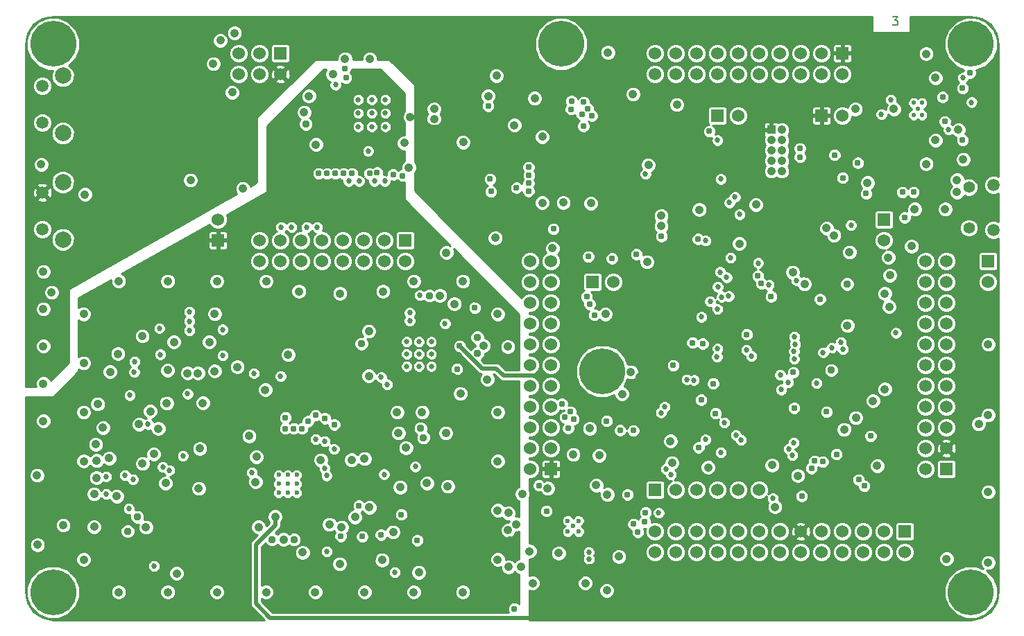
<source format=gbr>
G04 (created by PCBNEW (2013-07-24 BZR 4024)-stable) date Thu Dec 12 22:01:32 2013*
%MOIN*%
G04 Gerber Fmt 3.4, Leading zero omitted, Abs format*
%FSLAX34Y34*%
G01*
G70*
G90*
G04 APERTURE LIST*
%ADD10C,0.00590551*%
%ADD11C,0.007*%
%ADD12R,0.06X0.06*%
%ADD13C,0.06*%
%ADD14C,0.0590551*%
%ADD15C,0.0551181*%
%ADD16C,0.0787402*%
%ADD17C,0.025*%
%ADD18R,0.042X0.042*%
%ADD19C,0.042*%
%ADD20C,0.023622*%
%ADD21C,0.0230315*%
%ADD22C,0.220472*%
%ADD23C,0.031*%
%ADD24C,0.027*%
%ADD25C,0.037*%
%ADD26C,0.02*%
%ADD27C,0.01*%
G04 APERTURE END LIST*
G54D10*
G54D11*
X65535Y-39643D02*
X65783Y-39643D01*
X65650Y-39796D01*
X65707Y-39796D01*
X65745Y-39815D01*
X65764Y-39834D01*
X65783Y-39872D01*
X65783Y-39967D01*
X65764Y-40005D01*
X65745Y-40024D01*
X65707Y-40043D01*
X65593Y-40043D01*
X65555Y-40024D01*
X65535Y-40005D01*
G54D12*
X68122Y-61397D03*
G54D13*
X67122Y-61397D03*
X68122Y-60397D03*
X67122Y-60397D03*
X68122Y-59397D03*
X67122Y-59397D03*
X68122Y-58397D03*
X67122Y-58397D03*
X68122Y-57397D03*
X67122Y-57397D03*
X68122Y-56397D03*
X67122Y-56397D03*
X68122Y-55397D03*
X67122Y-55397D03*
X68122Y-54397D03*
X67122Y-54397D03*
X68122Y-53397D03*
X67122Y-53397D03*
X68122Y-52397D03*
X67122Y-52397D03*
X68122Y-51397D03*
X67122Y-51397D03*
G54D14*
X70374Y-49901D03*
X70374Y-47736D03*
G54D15*
X69204Y-49799D03*
X69204Y-47838D03*
G54D14*
X24685Y-48090D03*
X24685Y-49862D03*
G54D16*
X25665Y-50356D03*
X25665Y-47596D03*
G54D17*
X40510Y-44276D03*
X40510Y-44925D03*
X39860Y-44925D03*
X39860Y-44276D03*
X39860Y-43626D03*
X40510Y-43626D03*
X41159Y-43626D03*
X41159Y-44276D03*
X41159Y-44925D03*
X42775Y-55865D03*
X42775Y-56455D03*
X42184Y-56455D03*
X42184Y-55865D03*
X42184Y-55274D03*
X42775Y-55274D03*
X43365Y-55274D03*
X43365Y-55865D03*
X43365Y-56455D03*
G54D12*
X54122Y-62397D03*
G54D13*
X55122Y-62397D03*
X56122Y-62397D03*
X57122Y-62397D03*
X58122Y-62397D03*
X59122Y-62397D03*
G54D18*
X59709Y-45065D03*
G54D19*
X60209Y-45065D03*
X59709Y-45565D03*
X60209Y-45565D03*
X59709Y-46065D03*
X60209Y-46065D03*
X59709Y-46565D03*
X60209Y-46565D03*
X59709Y-47065D03*
X60209Y-47065D03*
G54D12*
X63122Y-41397D03*
G54D13*
X63122Y-42397D03*
X62122Y-41397D03*
X62122Y-42397D03*
X61122Y-41397D03*
X61122Y-42397D03*
X60122Y-41397D03*
X60122Y-42397D03*
X59122Y-41397D03*
X59122Y-42397D03*
X58122Y-41397D03*
X58122Y-42397D03*
X57122Y-41397D03*
X57122Y-42397D03*
X56122Y-41397D03*
X56122Y-42397D03*
X55122Y-41397D03*
X55122Y-42397D03*
X54122Y-41397D03*
X54122Y-42397D03*
G54D20*
X36464Y-62111D03*
X36464Y-61678D03*
X36897Y-61678D03*
X36897Y-62111D03*
X36897Y-62544D03*
X36464Y-62544D03*
X36031Y-62544D03*
X36031Y-62111D03*
X36031Y-61678D03*
X50184Y-64144D03*
X49924Y-64403D03*
X49924Y-63884D03*
X50444Y-63884D03*
X50444Y-64403D03*
G54D12*
X33122Y-50397D03*
G54D13*
X33122Y-49397D03*
G54D12*
X57122Y-44397D03*
G54D13*
X58122Y-44397D03*
G54D12*
X62122Y-44397D03*
G54D13*
X63122Y-44397D03*
G54D21*
X66744Y-44075D03*
X66547Y-44370D03*
X66940Y-44370D03*
X66940Y-43780D03*
X66547Y-43780D03*
G54D14*
X24685Y-42972D03*
X24685Y-44744D03*
G54D16*
X25665Y-45238D03*
X25665Y-42478D03*
G54D12*
X66122Y-64397D03*
G54D13*
X66122Y-65397D03*
X65122Y-64397D03*
X65122Y-65397D03*
X64122Y-64397D03*
X64122Y-65397D03*
X63122Y-64397D03*
X63122Y-65397D03*
X62122Y-64397D03*
X62122Y-65397D03*
X61122Y-64397D03*
X61122Y-65397D03*
X60122Y-64397D03*
X60122Y-65397D03*
X59122Y-64397D03*
X59122Y-65397D03*
X58122Y-64397D03*
X58122Y-65397D03*
X57122Y-64397D03*
X57122Y-65397D03*
X56122Y-64397D03*
X56122Y-65397D03*
X55122Y-64397D03*
X55122Y-65397D03*
X54122Y-64397D03*
X54122Y-65397D03*
G54D12*
X36122Y-41397D03*
G54D13*
X36122Y-42397D03*
X35122Y-41397D03*
X35122Y-42397D03*
X34122Y-41397D03*
X34122Y-42397D03*
G54D12*
X65122Y-49397D03*
G54D13*
X65122Y-50397D03*
G54D12*
X70122Y-51397D03*
G54D13*
X70122Y-52397D03*
G54D12*
X49122Y-61397D03*
G54D13*
X48122Y-61397D03*
X49122Y-60397D03*
X48122Y-60397D03*
X49122Y-59397D03*
X48122Y-59397D03*
X49122Y-58397D03*
X48122Y-58397D03*
X49122Y-57397D03*
X48122Y-57397D03*
X49122Y-56397D03*
X48122Y-56397D03*
X49122Y-55397D03*
X48122Y-55397D03*
X49122Y-54397D03*
X48122Y-54397D03*
X49122Y-53397D03*
X48122Y-53397D03*
X49122Y-52397D03*
X48122Y-52397D03*
X49122Y-51397D03*
X48122Y-51397D03*
G54D12*
X51122Y-52397D03*
G54D13*
X52122Y-52397D03*
G54D22*
X25196Y-40944D03*
G54D20*
X25196Y-40078D03*
X24330Y-40944D03*
X25196Y-41811D03*
X26062Y-40944D03*
X25807Y-40334D03*
X24586Y-40334D03*
X24586Y-41555D03*
X25807Y-41555D03*
G54D22*
X25196Y-67322D03*
G54D20*
X25196Y-66456D03*
X24330Y-67322D03*
X25196Y-68188D03*
X26062Y-67322D03*
X25807Y-66712D03*
X24586Y-66712D03*
X24586Y-67933D03*
X25807Y-67933D03*
G54D22*
X69291Y-67322D03*
G54D20*
X69291Y-66456D03*
X68425Y-67322D03*
X69291Y-68188D03*
X70157Y-67322D03*
X69901Y-66712D03*
X68681Y-66712D03*
X68681Y-67933D03*
X69901Y-67933D03*
G54D22*
X69291Y-40944D03*
G54D20*
X69291Y-40078D03*
X68425Y-40944D03*
X69291Y-41811D03*
X70157Y-40944D03*
X69901Y-40334D03*
X68681Y-40334D03*
X68681Y-41555D03*
X69901Y-41555D03*
G54D22*
X49606Y-40944D03*
G54D20*
X49606Y-40078D03*
X48740Y-40944D03*
X49606Y-41811D03*
X50472Y-40944D03*
X50216Y-40334D03*
X48996Y-40334D03*
X48996Y-41555D03*
X50216Y-41555D03*
G54D22*
X51574Y-56692D03*
G54D20*
X51574Y-55826D03*
X50708Y-56692D03*
X51574Y-57559D03*
X52440Y-56692D03*
X52185Y-56082D03*
X50964Y-56082D03*
X50964Y-57303D03*
X52185Y-57303D03*
G54D12*
X42122Y-50397D03*
G54D13*
X42122Y-51397D03*
X41122Y-50397D03*
X41122Y-51397D03*
X40122Y-50397D03*
X40122Y-51397D03*
X39122Y-50397D03*
X39122Y-51397D03*
X38122Y-50397D03*
X38122Y-51397D03*
X37122Y-50397D03*
X37122Y-51397D03*
X36122Y-50397D03*
X36122Y-51397D03*
X35122Y-50397D03*
X35122Y-51397D03*
G54D23*
X42690Y-64830D03*
X47360Y-68120D03*
G54D19*
X47082Y-66107D03*
G54D24*
X60792Y-55737D03*
X29111Y-56231D03*
X28874Y-57844D03*
X58252Y-59997D03*
X30050Y-66064D03*
X54887Y-61667D03*
X57282Y-47447D03*
G54D19*
X48702Y-48587D03*
X48700Y-45410D03*
G54D23*
X50672Y-44897D03*
G54D19*
X46100Y-43450D03*
G54D24*
X34750Y-61560D03*
G54D19*
X47052Y-64337D03*
G54D23*
X50102Y-43697D03*
X50602Y-44327D03*
X50692Y-43747D03*
X50892Y-44067D03*
X51082Y-44397D03*
X48042Y-48027D03*
X48042Y-46877D03*
X48062Y-47267D03*
X48052Y-47647D03*
X50972Y-53457D03*
X46232Y-48047D03*
X50832Y-53107D03*
X46192Y-47447D03*
G54D24*
X53662Y-47207D03*
G54D23*
X47462Y-47867D03*
X54990Y-56410D03*
X55920Y-55320D03*
X66002Y-48077D03*
X66532Y-48077D03*
G54D19*
X33232Y-40777D03*
G54D24*
X57442Y-59167D03*
X64994Y-44325D03*
G54D23*
X50082Y-44087D03*
G54D24*
X63044Y-55288D03*
X63150Y-55634D03*
X62192Y-55787D03*
X62605Y-55556D03*
G54D23*
X62042Y-53227D03*
X48542Y-62187D03*
G54D24*
X60182Y-57577D03*
X55982Y-57117D03*
X57092Y-56007D03*
X55642Y-57087D03*
X57122Y-55607D03*
X60512Y-57227D03*
G54D23*
X61782Y-61007D03*
G54D24*
X60774Y-60131D03*
X59772Y-62807D03*
X60542Y-60437D03*
X60712Y-60727D03*
G54D23*
X59692Y-53097D03*
G54D19*
X33802Y-43277D03*
G54D24*
X59572Y-52537D03*
G54D23*
X56212Y-60357D03*
X57022Y-58717D03*
G54D19*
X32892Y-41897D03*
G54D24*
X54652Y-61392D03*
G54D23*
X69250Y-42335D03*
X67934Y-43505D03*
G54D19*
X33912Y-40427D03*
G54D24*
X61882Y-57257D03*
G54D23*
X60762Y-56747D03*
G54D24*
X58186Y-49143D03*
X56352Y-54077D03*
G54D23*
X50202Y-58997D03*
G54D24*
X57742Y-51227D03*
X57252Y-51917D03*
X57132Y-52637D03*
X57322Y-53117D03*
G54D23*
X50062Y-58647D03*
X49792Y-58907D03*
G54D24*
X56764Y-53336D03*
X57122Y-53707D03*
G54D23*
X49942Y-59437D03*
G54D24*
X57562Y-52177D03*
G54D23*
X49642Y-58257D03*
G54D24*
X57662Y-53077D03*
X57959Y-48308D03*
X57122Y-45577D03*
G54D23*
X56722Y-45147D03*
G54D24*
X57691Y-48577D03*
G54D23*
X63900Y-61910D03*
X60800Y-58460D03*
X64170Y-62210D03*
X62172Y-61047D03*
X61170Y-62700D03*
X61632Y-61357D03*
X61079Y-45975D03*
X62742Y-46287D03*
X61082Y-46387D03*
X62358Y-58646D03*
G54D19*
X66592Y-48894D03*
G54D23*
X66106Y-49301D03*
X64262Y-48147D03*
G54D24*
X69324Y-43748D03*
X56545Y-59976D03*
G54D23*
X63132Y-47387D03*
G54D24*
X57282Y-60597D03*
G54D19*
X30250Y-59450D03*
G54D24*
X27744Y-62604D03*
X29035Y-61889D03*
X30464Y-61304D03*
G54D23*
X48902Y-63417D03*
G54D24*
X38765Y-42911D03*
G54D23*
X52052Y-51267D03*
X45460Y-53640D03*
X51202Y-53987D03*
G54D24*
X40335Y-46101D03*
G54D23*
X41992Y-47287D03*
X49232Y-49847D03*
X46100Y-43930D03*
G54D19*
X50770Y-66890D03*
X48240Y-66890D03*
X49192Y-50777D03*
G54D23*
X54422Y-50197D03*
G54D19*
X44094Y-50984D03*
X68922Y-46497D03*
G54D23*
X62832Y-60687D03*
X64472Y-59807D03*
G54D19*
X68052Y-48894D03*
X68622Y-48077D03*
X68622Y-47487D03*
X51032Y-48607D03*
X44160Y-62230D03*
G54D23*
X38254Y-58961D03*
G54D19*
X36488Y-55898D03*
X27342Y-58267D03*
X32244Y-60404D03*
X27165Y-64173D03*
X35064Y-64191D03*
X41009Y-65768D03*
X41785Y-59665D03*
X44065Y-59665D03*
X46555Y-65748D03*
X31802Y-47497D03*
X53052Y-43362D03*
X52960Y-56730D03*
X37827Y-45787D03*
X37252Y-44232D03*
X40412Y-41667D03*
X68122Y-65717D03*
X69672Y-59227D03*
X52382Y-65607D03*
X64322Y-47627D03*
X51432Y-60737D03*
X50182Y-60697D03*
X50982Y-59437D03*
X26722Y-48187D03*
X25680Y-64100D03*
X27165Y-62598D03*
X26673Y-56299D03*
X26673Y-58661D03*
X26673Y-61023D03*
X24420Y-61700D03*
X26673Y-65748D03*
X39050Y-64200D03*
X47047Y-55511D03*
X44881Y-67322D03*
X42519Y-67322D03*
X40157Y-67322D03*
X28346Y-67322D03*
X30708Y-67322D03*
X37795Y-67322D03*
X35433Y-67322D03*
X33070Y-67322D03*
X46062Y-57086D03*
X46555Y-53937D03*
X37007Y-52854D03*
X44881Y-52362D03*
X41043Y-52854D03*
X46555Y-63385D03*
X46555Y-58661D03*
X46555Y-61023D03*
X47070Y-63510D03*
X42519Y-52362D03*
X38976Y-52952D03*
X26673Y-53937D03*
X28346Y-52362D03*
X30708Y-52362D03*
X33070Y-52362D03*
X35433Y-52362D03*
X70122Y-65897D03*
X70122Y-62497D03*
X24722Y-53697D03*
X24722Y-51897D03*
X24722Y-59087D03*
X24722Y-57287D03*
X24722Y-55487D03*
X24622Y-46737D03*
X34312Y-47897D03*
X54932Y-61097D03*
X56672Y-61317D03*
X54412Y-49707D03*
X48952Y-62327D03*
X47742Y-62597D03*
X47452Y-64057D03*
X52532Y-57787D03*
X51732Y-53937D03*
X51802Y-67237D03*
X55172Y-43867D03*
X51292Y-62177D03*
X64790Y-61240D03*
X51822Y-62627D03*
X66442Y-50677D03*
X54412Y-49207D03*
X46442Y-50277D03*
X54862Y-60057D03*
X62358Y-49807D03*
X65327Y-51222D03*
X49484Y-65444D03*
G54D24*
X37882Y-49757D03*
G54D23*
X41532Y-47227D03*
G54D19*
X40390Y-63240D03*
X39540Y-60960D03*
X40160Y-60900D03*
X42150Y-60370D03*
X29480Y-55000D03*
X34920Y-62020D03*
X32390Y-58220D03*
X30650Y-58230D03*
X29870Y-58620D03*
G54D24*
X37380Y-49756D03*
G54D19*
X41874Y-62269D03*
X28311Y-55851D03*
X27931Y-56721D03*
X30701Y-56641D03*
X31130Y-66420D03*
X29650Y-64200D03*
X24448Y-65039D03*
X42065Y-45711D03*
X32951Y-56691D03*
G54D24*
X31751Y-54281D03*
G54D19*
X63744Y-44075D03*
G54D25*
X40015Y-55375D03*
G54D19*
X60979Y-61722D03*
X27594Y-59404D03*
G54D25*
X36764Y-64791D03*
G54D23*
X36354Y-58921D03*
G54D24*
X39900Y-47546D03*
G54D19*
X38964Y-65961D03*
X30034Y-60674D03*
G54D25*
X35714Y-64791D03*
G54D19*
X42290Y-46886D03*
X37184Y-65411D03*
X32194Y-62334D03*
G54D23*
X36354Y-59451D03*
G54D19*
X62711Y-50161D03*
X67144Y-41425D03*
X59741Y-61206D03*
X48084Y-65354D03*
X63461Y-50967D03*
X65363Y-53590D03*
X56241Y-48924D03*
X31001Y-55281D03*
X48330Y-43560D03*
G54D25*
X63348Y-52494D03*
G54D23*
X40400Y-47176D03*
G54D19*
X32951Y-53931D03*
X58165Y-50550D03*
G54D23*
X38704Y-59261D03*
X37154Y-59451D03*
G54D19*
X63206Y-59495D03*
X61297Y-52494D03*
X58964Y-48676D03*
X40365Y-56915D03*
G54D24*
X31751Y-53831D03*
G54D19*
X42769Y-66368D03*
X44475Y-53455D03*
G54D24*
X41130Y-47546D03*
G54D19*
X43505Y-44551D03*
X39225Y-41661D03*
X31651Y-56781D03*
X47360Y-44850D03*
X67144Y-46725D03*
X38635Y-42401D03*
X44775Y-57765D03*
X65398Y-52070D03*
G54D25*
X37335Y-44801D03*
G54D19*
X45875Y-55465D03*
X42925Y-58665D03*
X43160Y-62075D03*
X65151Y-52954D03*
X65151Y-57550D03*
X65594Y-44075D03*
X34964Y-60811D03*
X37485Y-43451D03*
X51850Y-41360D03*
X28254Y-62704D03*
G54D25*
X29234Y-63704D03*
X45575Y-55065D03*
X62591Y-56645D03*
G54D24*
X36650Y-49756D03*
G54D19*
X41529Y-64428D03*
G54D23*
X39560Y-47176D03*
G54D19*
X38474Y-64061D03*
X34614Y-59811D03*
X64585Y-58116D03*
X63355Y-54496D03*
X29324Y-59244D03*
X43775Y-53055D03*
X67594Y-42575D03*
X59880Y-63220D03*
X60731Y-51929D03*
G54D23*
X36754Y-59451D03*
G54D19*
X53731Y-51434D03*
G54D23*
X68894Y-45575D03*
G54D24*
X36150Y-49756D03*
G54D19*
X40365Y-54765D03*
G54D23*
X40760Y-47136D03*
X38360Y-47176D03*
G54D25*
X28774Y-64384D03*
G54D19*
X36264Y-64791D03*
G54D23*
X68044Y-44675D03*
G54D19*
X39704Y-63711D03*
G54D25*
X42855Y-59445D03*
G54D19*
X43505Y-44071D03*
X27284Y-61824D03*
G54D23*
X38760Y-47176D03*
G54D19*
X63772Y-58929D03*
G54D23*
X39160Y-47176D03*
G54D24*
X31751Y-54731D03*
G54D19*
X41725Y-58665D03*
G54D24*
X39400Y-47546D03*
G54D19*
X34048Y-56488D03*
G54D23*
X37804Y-58811D03*
G54D25*
X45585Y-55845D03*
G54D19*
X44900Y-45670D03*
G54D25*
X42995Y-59885D03*
G54D23*
X37960Y-47176D03*
G54D19*
X47669Y-66093D03*
X27244Y-60204D03*
G54D24*
X40630Y-47546D03*
G54D19*
X29494Y-61134D03*
X46500Y-42470D03*
X32151Y-56781D03*
X27284Y-60994D03*
X27894Y-60874D03*
G54D25*
X43275Y-53055D03*
G54D19*
X30604Y-62074D03*
X67594Y-45575D03*
X38054Y-60961D03*
X32701Y-55281D03*
X53800Y-46770D03*
X49710Y-48580D03*
G54D23*
X68894Y-43075D03*
G54D19*
X35388Y-57588D03*
X68694Y-45075D03*
X70122Y-58797D03*
X70122Y-55397D03*
G54D24*
X65692Y-54847D03*
X30301Y-54621D03*
X33351Y-54681D03*
X60812Y-55037D03*
X30351Y-55881D03*
X33351Y-55931D03*
X58502Y-55667D03*
X38240Y-61360D03*
X38254Y-60061D03*
X58742Y-55957D03*
X38334Y-61711D03*
X38700Y-60440D03*
G54D23*
X56332Y-58067D03*
G54D24*
X37804Y-59961D03*
G54D23*
X37452Y-59097D03*
X56912Y-57287D03*
X53662Y-63487D03*
X40952Y-64557D03*
G54D24*
X42600Y-61280D03*
G54D23*
X41922Y-63587D03*
G54D24*
X41607Y-66366D03*
X68904Y-42575D03*
X65444Y-43625D03*
G54D23*
X63862Y-46667D03*
G54D24*
X68224Y-45075D03*
X63531Y-49658D03*
X60906Y-52321D03*
G54D23*
X58522Y-54917D03*
G54D24*
X42330Y-54270D03*
X34838Y-56788D03*
G54D23*
X40052Y-64647D03*
G54D24*
X54292Y-63507D03*
X38342Y-65363D03*
G54D23*
X59062Y-52107D03*
G54D24*
X41240Y-57330D03*
X58002Y-59767D03*
X29754Y-59244D03*
X27744Y-61754D03*
X28644Y-61704D03*
X60802Y-56107D03*
X29091Y-56731D03*
X50942Y-65737D03*
G54D23*
X52442Y-59537D03*
G54D24*
X54582Y-58407D03*
G54D23*
X53292Y-64427D03*
X52792Y-62627D03*
G54D24*
X50934Y-65394D03*
G54D23*
X53082Y-64047D03*
G54D24*
X54402Y-58687D03*
G54D23*
X53072Y-59547D03*
X51792Y-59087D03*
X56410Y-55370D03*
G54D24*
X42820Y-53040D03*
X56538Y-50409D03*
G54D23*
X53223Y-51068D03*
G54D24*
X42330Y-53880D03*
G54D23*
X39212Y-42147D03*
X44602Y-56587D03*
X50912Y-51177D03*
X39268Y-42577D03*
G54D24*
X36128Y-56938D03*
G54D23*
X39020Y-64630D03*
X53622Y-63927D03*
X39892Y-63157D03*
G54D24*
X41100Y-61650D03*
G54D23*
X59222Y-52467D03*
G54D24*
X40960Y-56980D03*
X60132Y-56857D03*
X30784Y-61454D03*
X28834Y-63304D03*
X31434Y-60764D03*
X31660Y-57780D03*
X60842Y-55407D03*
G54D19*
X47142Y-64827D03*
X25122Y-52897D03*
G54D23*
X41055Y-55195D03*
G54D25*
X43385Y-54105D03*
G54D19*
X41560Y-46086D03*
X39945Y-42451D03*
X38682Y-43367D03*
X38427Y-44257D03*
X39260Y-63210D03*
X36404Y-60461D03*
X36654Y-63711D03*
G54D24*
X41105Y-56465D03*
G54D19*
X39254Y-61411D03*
X29600Y-66064D03*
G54D24*
X41175Y-55555D03*
G54D25*
X40810Y-46076D03*
G54D19*
X42925Y-57485D03*
X41725Y-57475D03*
X29344Y-58604D03*
G54D23*
X44435Y-55845D03*
G54D19*
X38515Y-45171D03*
X44375Y-56965D03*
G54D23*
X39560Y-46076D03*
G54D19*
X31250Y-65514D03*
X27704Y-58804D03*
G54D23*
X44375Y-55305D03*
X65682Y-59147D03*
X25032Y-46367D03*
G54D19*
X47300Y-49870D03*
X32602Y-46717D03*
X53392Y-56967D03*
X64367Y-53587D03*
X62942Y-58107D03*
X64932Y-46967D03*
X48722Y-56897D03*
X26722Y-43087D03*
G54D23*
X54302Y-50777D03*
G54D19*
X56112Y-61567D03*
X49734Y-62744D03*
X48652Y-64147D03*
G54D23*
X44725Y-55475D03*
G54D19*
X52918Y-53944D03*
X45700Y-46070D03*
X42362Y-44457D03*
G54D25*
X50984Y-66144D03*
G54D19*
X35864Y-63691D03*
X53950Y-43970D03*
X61110Y-63210D03*
X51432Y-63467D03*
X52612Y-63107D03*
X52322Y-61877D03*
X56872Y-47747D03*
X54412Y-48697D03*
X50910Y-63000D03*
X48980Y-64850D03*
X62362Y-46917D03*
X62342Y-45987D03*
X57514Y-61015D03*
X64302Y-56702D03*
X51500Y-42170D03*
X57167Y-49737D03*
X59635Y-49136D03*
X54579Y-52282D03*
X53750Y-46270D03*
X55711Y-59212D03*
X60130Y-60874D03*
X63737Y-57267D03*
X62622Y-51845D03*
X61509Y-50656D03*
X61438Y-47743D03*
G54D25*
X51884Y-65594D03*
G54D24*
X44025Y-54405D03*
X59070Y-51483D03*
G54D23*
X56182Y-50337D03*
G54D26*
X44725Y-55475D02*
X45807Y-56557D01*
X46832Y-56897D02*
X48722Y-56897D01*
X46492Y-56557D02*
X46832Y-56897D01*
X45807Y-56557D02*
X46492Y-56557D01*
X45700Y-45715D02*
X45700Y-46070D01*
X44922Y-44937D02*
X45700Y-45715D01*
X43302Y-44937D02*
X44922Y-44937D01*
X42822Y-44457D02*
X43302Y-44937D01*
X42362Y-44457D02*
X42822Y-44457D01*
X35864Y-63691D02*
X35864Y-64104D01*
X48571Y-68557D02*
X50984Y-66144D01*
X35622Y-68557D02*
X48571Y-68557D01*
X34942Y-67877D02*
X35622Y-68557D01*
X34942Y-65027D02*
X34942Y-67877D01*
X35864Y-64104D02*
X34942Y-65027D01*
G54D10*
G36*
X47587Y-67888D02*
X47544Y-67844D01*
X47424Y-67795D01*
X47295Y-67794D01*
X47176Y-67844D01*
X47084Y-67935D01*
X47035Y-68055D01*
X47034Y-68184D01*
X47077Y-68287D01*
X45261Y-68287D01*
X45261Y-67247D01*
X45204Y-67107D01*
X45155Y-67058D01*
X45155Y-57689D01*
X45097Y-57550D01*
X44990Y-57443D01*
X44927Y-57416D01*
X44927Y-56523D01*
X44877Y-56403D01*
X44786Y-56312D01*
X44666Y-56262D01*
X44537Y-56262D01*
X44418Y-56311D01*
X44330Y-56399D01*
X44330Y-54344D01*
X44283Y-54232D01*
X44197Y-54146D01*
X44085Y-54100D01*
X43964Y-54099D01*
X43852Y-54146D01*
X43766Y-54232D01*
X43720Y-54344D01*
X43719Y-54465D01*
X43766Y-54577D01*
X43852Y-54663D01*
X43964Y-54709D01*
X44085Y-54710D01*
X44197Y-54663D01*
X44283Y-54577D01*
X44329Y-54465D01*
X44330Y-54344D01*
X44330Y-56399D01*
X44326Y-56403D01*
X44277Y-56522D01*
X44276Y-56652D01*
X44326Y-56771D01*
X44417Y-56862D01*
X44537Y-56912D01*
X44666Y-56912D01*
X44785Y-56863D01*
X44877Y-56771D01*
X44926Y-56652D01*
X44927Y-56523D01*
X44927Y-57416D01*
X44850Y-57385D01*
X44699Y-57384D01*
X44560Y-57442D01*
X44453Y-57549D01*
X44395Y-57689D01*
X44394Y-57840D01*
X44452Y-57979D01*
X44559Y-58086D01*
X44699Y-58144D01*
X44850Y-58145D01*
X44989Y-58087D01*
X45096Y-57980D01*
X45154Y-57840D01*
X45155Y-57689D01*
X45155Y-67058D01*
X45097Y-67000D01*
X44957Y-66942D01*
X44806Y-66942D01*
X44666Y-67000D01*
X44559Y-67107D01*
X44540Y-67155D01*
X44540Y-62154D01*
X44482Y-62015D01*
X44445Y-61977D01*
X44445Y-59589D01*
X44387Y-59450D01*
X44280Y-59343D01*
X44140Y-59285D01*
X43989Y-59284D01*
X43850Y-59342D01*
X43743Y-59449D01*
X43685Y-59589D01*
X43684Y-59740D01*
X43742Y-59879D01*
X43849Y-59986D01*
X43989Y-60044D01*
X44140Y-60045D01*
X44279Y-59987D01*
X44386Y-59880D01*
X44444Y-59740D01*
X44445Y-59589D01*
X44445Y-61977D01*
X44375Y-61908D01*
X44235Y-61850D01*
X44084Y-61849D01*
X43945Y-61907D01*
X43838Y-62014D01*
X43780Y-62154D01*
X43779Y-62305D01*
X43837Y-62444D01*
X43944Y-62551D01*
X44084Y-62609D01*
X44235Y-62610D01*
X44374Y-62552D01*
X44481Y-62445D01*
X44539Y-62305D01*
X44540Y-62154D01*
X44540Y-67155D01*
X44501Y-67246D01*
X44501Y-67398D01*
X44559Y-67537D01*
X44666Y-67644D01*
X44805Y-67702D01*
X44957Y-67702D01*
X45096Y-67645D01*
X45203Y-67538D01*
X45261Y-67398D01*
X45261Y-67247D01*
X45261Y-68287D01*
X43660Y-68287D01*
X43660Y-56397D01*
X43660Y-55806D01*
X43660Y-55216D01*
X43615Y-55107D01*
X43532Y-55024D01*
X43424Y-54979D01*
X43307Y-54979D01*
X43198Y-55024D01*
X43115Y-55107D01*
X43070Y-55215D01*
X43070Y-55332D01*
X43115Y-55441D01*
X43198Y-55524D01*
X43306Y-55569D01*
X43423Y-55569D01*
X43532Y-55524D01*
X43615Y-55441D01*
X43660Y-55333D01*
X43660Y-55216D01*
X43660Y-55806D01*
X43615Y-55698D01*
X43532Y-55615D01*
X43424Y-55570D01*
X43307Y-55569D01*
X43198Y-55614D01*
X43115Y-55697D01*
X43070Y-55806D01*
X43070Y-55923D01*
X43115Y-56031D01*
X43198Y-56114D01*
X43306Y-56159D01*
X43423Y-56160D01*
X43532Y-56115D01*
X43615Y-56032D01*
X43660Y-55923D01*
X43660Y-55806D01*
X43660Y-56397D01*
X43615Y-56288D01*
X43532Y-56205D01*
X43424Y-56160D01*
X43307Y-56160D01*
X43198Y-56205D01*
X43115Y-56288D01*
X43070Y-56396D01*
X43070Y-56513D01*
X43115Y-56622D01*
X43198Y-56705D01*
X43306Y-56750D01*
X43423Y-56750D01*
X43532Y-56705D01*
X43615Y-56622D01*
X43660Y-56514D01*
X43660Y-56397D01*
X43660Y-68287D01*
X43540Y-68287D01*
X43540Y-62000D01*
X43483Y-61860D01*
X43376Y-61753D01*
X43350Y-61742D01*
X43350Y-59814D01*
X43305Y-59705D01*
X43305Y-58589D01*
X43247Y-58450D01*
X43140Y-58343D01*
X43070Y-58313D01*
X43070Y-56397D01*
X43070Y-55806D01*
X43070Y-55216D01*
X43025Y-55107D01*
X42942Y-55024D01*
X42833Y-54979D01*
X42716Y-54979D01*
X42635Y-55013D01*
X42635Y-54209D01*
X42588Y-54097D01*
X42566Y-54075D01*
X42588Y-54052D01*
X42634Y-53940D01*
X42635Y-53819D01*
X42588Y-53707D01*
X42502Y-53621D01*
X42390Y-53575D01*
X42269Y-53574D01*
X42157Y-53621D01*
X42071Y-53707D01*
X42025Y-53819D01*
X42024Y-53940D01*
X42071Y-54052D01*
X42093Y-54074D01*
X42071Y-54097D01*
X42025Y-54209D01*
X42024Y-54330D01*
X42071Y-54442D01*
X42157Y-54528D01*
X42269Y-54574D01*
X42390Y-54575D01*
X42502Y-54528D01*
X42588Y-54442D01*
X42634Y-54330D01*
X42635Y-54209D01*
X42635Y-55013D01*
X42608Y-55024D01*
X42525Y-55107D01*
X42480Y-55215D01*
X42479Y-55332D01*
X42524Y-55441D01*
X42607Y-55524D01*
X42716Y-55569D01*
X42833Y-55569D01*
X42941Y-55524D01*
X43024Y-55441D01*
X43069Y-55333D01*
X43070Y-55216D01*
X43070Y-55806D01*
X43025Y-55698D01*
X42942Y-55615D01*
X42833Y-55570D01*
X42716Y-55569D01*
X42608Y-55614D01*
X42525Y-55697D01*
X42480Y-55806D01*
X42479Y-55923D01*
X42524Y-56031D01*
X42607Y-56114D01*
X42716Y-56159D01*
X42833Y-56160D01*
X42941Y-56115D01*
X43024Y-56032D01*
X43069Y-55923D01*
X43070Y-55806D01*
X43070Y-56397D01*
X43025Y-56288D01*
X42942Y-56205D01*
X42833Y-56160D01*
X42716Y-56160D01*
X42608Y-56205D01*
X42525Y-56288D01*
X42480Y-56396D01*
X42479Y-56513D01*
X42524Y-56622D01*
X42607Y-56705D01*
X42716Y-56750D01*
X42833Y-56750D01*
X42941Y-56705D01*
X43024Y-56622D01*
X43069Y-56514D01*
X43070Y-56397D01*
X43070Y-58313D01*
X43000Y-58285D01*
X42849Y-58284D01*
X42710Y-58342D01*
X42603Y-58449D01*
X42545Y-58589D01*
X42544Y-58740D01*
X42602Y-58879D01*
X42709Y-58986D01*
X42849Y-59044D01*
X43000Y-59045D01*
X43139Y-58987D01*
X43246Y-58880D01*
X43304Y-58740D01*
X43305Y-58589D01*
X43305Y-59705D01*
X43296Y-59684D01*
X43196Y-59584D01*
X43183Y-59578D01*
X43209Y-59515D01*
X43210Y-59374D01*
X43156Y-59244D01*
X43056Y-59144D01*
X42925Y-59090D01*
X42784Y-59089D01*
X42654Y-59143D01*
X42554Y-59243D01*
X42500Y-59374D01*
X42499Y-59515D01*
X42553Y-59645D01*
X42653Y-59745D01*
X42666Y-59751D01*
X42640Y-59814D01*
X42639Y-59955D01*
X42693Y-60085D01*
X42793Y-60185D01*
X42924Y-60239D01*
X43065Y-60240D01*
X43195Y-60186D01*
X43295Y-60086D01*
X43349Y-59955D01*
X43350Y-59814D01*
X43350Y-61742D01*
X43236Y-61695D01*
X43085Y-61695D01*
X42945Y-61753D01*
X42905Y-61794D01*
X42905Y-61219D01*
X42858Y-61107D01*
X42772Y-61021D01*
X42660Y-60975D01*
X42539Y-60974D01*
X42530Y-60978D01*
X42530Y-60294D01*
X42479Y-60172D01*
X42479Y-56397D01*
X42479Y-55806D01*
X42479Y-55216D01*
X42434Y-55107D01*
X42351Y-55024D01*
X42243Y-54979D01*
X42126Y-54979D01*
X42017Y-55024D01*
X41934Y-55107D01*
X41889Y-55215D01*
X41889Y-55332D01*
X41934Y-55441D01*
X42017Y-55524D01*
X42125Y-55569D01*
X42242Y-55569D01*
X42351Y-55524D01*
X42434Y-55441D01*
X42479Y-55333D01*
X42479Y-55216D01*
X42479Y-55806D01*
X42434Y-55698D01*
X42351Y-55615D01*
X42243Y-55570D01*
X42126Y-55569D01*
X42017Y-55614D01*
X41934Y-55697D01*
X41889Y-55806D01*
X41889Y-55923D01*
X41934Y-56031D01*
X42017Y-56114D01*
X42125Y-56159D01*
X42242Y-56160D01*
X42351Y-56115D01*
X42434Y-56032D01*
X42479Y-55923D01*
X42479Y-55806D01*
X42479Y-56397D01*
X42434Y-56288D01*
X42351Y-56205D01*
X42243Y-56160D01*
X42126Y-56160D01*
X42017Y-56205D01*
X41934Y-56288D01*
X41889Y-56396D01*
X41889Y-56513D01*
X41934Y-56622D01*
X42017Y-56705D01*
X42125Y-56750D01*
X42242Y-56750D01*
X42351Y-56705D01*
X42434Y-56622D01*
X42479Y-56514D01*
X42479Y-56397D01*
X42479Y-60172D01*
X42472Y-60155D01*
X42365Y-60048D01*
X42225Y-59990D01*
X42165Y-59990D01*
X42165Y-59589D01*
X42107Y-59450D01*
X42105Y-59447D01*
X42105Y-58589D01*
X42047Y-58450D01*
X41940Y-58343D01*
X41800Y-58285D01*
X41649Y-58284D01*
X41592Y-58308D01*
X41592Y-51304D01*
X41592Y-50304D01*
X41520Y-50131D01*
X41388Y-49999D01*
X41215Y-49927D01*
X41028Y-49927D01*
X40856Y-49998D01*
X40723Y-50131D01*
X40652Y-50303D01*
X40651Y-50490D01*
X40723Y-50663D01*
X40855Y-50795D01*
X41028Y-50867D01*
X41215Y-50867D01*
X41387Y-50796D01*
X41520Y-50664D01*
X41591Y-50491D01*
X41592Y-50304D01*
X41592Y-51304D01*
X41520Y-51131D01*
X41388Y-50999D01*
X41215Y-50927D01*
X41028Y-50927D01*
X40856Y-50998D01*
X40723Y-51131D01*
X40652Y-51303D01*
X40651Y-51490D01*
X40723Y-51663D01*
X40855Y-51795D01*
X41028Y-51867D01*
X41215Y-51867D01*
X41387Y-51796D01*
X41520Y-51664D01*
X41591Y-51491D01*
X41592Y-51304D01*
X41592Y-58308D01*
X41545Y-58328D01*
X41545Y-57269D01*
X41498Y-57157D01*
X41423Y-57081D01*
X41423Y-52779D01*
X41365Y-52639D01*
X41258Y-52532D01*
X41119Y-52474D01*
X40968Y-52474D01*
X40828Y-52531D01*
X40721Y-52638D01*
X40663Y-52778D01*
X40663Y-52929D01*
X40720Y-53069D01*
X40827Y-53176D01*
X40967Y-53234D01*
X41118Y-53234D01*
X41258Y-53176D01*
X41365Y-53069D01*
X41423Y-52930D01*
X41423Y-52779D01*
X41423Y-57081D01*
X41412Y-57071D01*
X41300Y-57025D01*
X41264Y-57025D01*
X41265Y-56919D01*
X41218Y-56807D01*
X41132Y-56721D01*
X41020Y-56675D01*
X40899Y-56674D01*
X40787Y-56721D01*
X40745Y-56763D01*
X40745Y-54689D01*
X40687Y-54550D01*
X40592Y-54454D01*
X40592Y-51304D01*
X40592Y-50304D01*
X40520Y-50131D01*
X40388Y-49999D01*
X40215Y-49927D01*
X40028Y-49927D01*
X39856Y-49998D01*
X39723Y-50131D01*
X39652Y-50303D01*
X39651Y-50490D01*
X39723Y-50663D01*
X39855Y-50795D01*
X40028Y-50867D01*
X40215Y-50867D01*
X40387Y-50796D01*
X40520Y-50664D01*
X40591Y-50491D01*
X40592Y-50304D01*
X40592Y-51304D01*
X40520Y-51131D01*
X40388Y-50999D01*
X40215Y-50927D01*
X40028Y-50927D01*
X39856Y-50998D01*
X39723Y-51131D01*
X39652Y-51303D01*
X39651Y-51490D01*
X39723Y-51663D01*
X39855Y-51795D01*
X40028Y-51867D01*
X40215Y-51867D01*
X40387Y-51796D01*
X40520Y-51664D01*
X40591Y-51491D01*
X40592Y-51304D01*
X40592Y-54454D01*
X40580Y-54443D01*
X40440Y-54385D01*
X40289Y-54384D01*
X40150Y-54442D01*
X40043Y-54549D01*
X39985Y-54689D01*
X39984Y-54840D01*
X40042Y-54979D01*
X40082Y-55020D01*
X39944Y-55019D01*
X39814Y-55073D01*
X39714Y-55173D01*
X39660Y-55304D01*
X39659Y-55445D01*
X39713Y-55575D01*
X39813Y-55675D01*
X39944Y-55729D01*
X40085Y-55730D01*
X40215Y-55676D01*
X40315Y-55576D01*
X40369Y-55445D01*
X40370Y-55304D01*
X40316Y-55174D01*
X40285Y-55143D01*
X40289Y-55144D01*
X40440Y-55145D01*
X40579Y-55087D01*
X40686Y-54980D01*
X40744Y-54840D01*
X40745Y-54689D01*
X40745Y-56763D01*
X40722Y-56785D01*
X40687Y-56700D01*
X40580Y-56593D01*
X40440Y-56535D01*
X40289Y-56534D01*
X40150Y-56592D01*
X40043Y-56699D01*
X39985Y-56839D01*
X39984Y-56990D01*
X40042Y-57129D01*
X40149Y-57236D01*
X40289Y-57294D01*
X40440Y-57295D01*
X40579Y-57237D01*
X40686Y-57130D01*
X40689Y-57124D01*
X40701Y-57152D01*
X40787Y-57238D01*
X40899Y-57284D01*
X40935Y-57284D01*
X40934Y-57390D01*
X40981Y-57502D01*
X41067Y-57588D01*
X41179Y-57634D01*
X41300Y-57635D01*
X41412Y-57588D01*
X41498Y-57502D01*
X41544Y-57390D01*
X41545Y-57269D01*
X41545Y-58328D01*
X41510Y-58342D01*
X41403Y-58449D01*
X41345Y-58589D01*
X41344Y-58740D01*
X41402Y-58879D01*
X41509Y-58986D01*
X41649Y-59044D01*
X41800Y-59045D01*
X41939Y-58987D01*
X42046Y-58880D01*
X42104Y-58740D01*
X42105Y-58589D01*
X42105Y-59447D01*
X42000Y-59343D01*
X41860Y-59285D01*
X41709Y-59284D01*
X41570Y-59342D01*
X41463Y-59449D01*
X41405Y-59589D01*
X41404Y-59740D01*
X41462Y-59879D01*
X41569Y-59986D01*
X41709Y-60044D01*
X41860Y-60045D01*
X41999Y-59987D01*
X42106Y-59880D01*
X42164Y-59740D01*
X42165Y-59589D01*
X42165Y-59990D01*
X42074Y-59989D01*
X41935Y-60047D01*
X41828Y-60154D01*
X41770Y-60294D01*
X41769Y-60445D01*
X41827Y-60584D01*
X41934Y-60691D01*
X42074Y-60749D01*
X42225Y-60750D01*
X42364Y-60692D01*
X42471Y-60585D01*
X42529Y-60445D01*
X42530Y-60294D01*
X42530Y-60978D01*
X42427Y-61021D01*
X42341Y-61107D01*
X42295Y-61219D01*
X42294Y-61340D01*
X42341Y-61452D01*
X42427Y-61538D01*
X42539Y-61584D01*
X42660Y-61585D01*
X42772Y-61538D01*
X42858Y-61452D01*
X42904Y-61340D01*
X42905Y-61219D01*
X42905Y-61794D01*
X42838Y-61860D01*
X42780Y-61999D01*
X42780Y-62150D01*
X42838Y-62290D01*
X42945Y-62397D01*
X43084Y-62455D01*
X43236Y-62455D01*
X43375Y-62398D01*
X43482Y-62291D01*
X43540Y-62151D01*
X43540Y-62000D01*
X43540Y-68287D01*
X43149Y-68287D01*
X43149Y-66293D01*
X43091Y-66153D01*
X43015Y-66077D01*
X43015Y-64765D01*
X42965Y-64646D01*
X42874Y-64554D01*
X42754Y-64505D01*
X42625Y-64504D01*
X42506Y-64554D01*
X42414Y-64645D01*
X42365Y-64765D01*
X42364Y-64894D01*
X42414Y-65013D01*
X42505Y-65105D01*
X42625Y-65154D01*
X42754Y-65155D01*
X42873Y-65105D01*
X42965Y-65014D01*
X43014Y-64894D01*
X43015Y-64765D01*
X43015Y-66077D01*
X42984Y-66046D01*
X42844Y-65988D01*
X42693Y-65988D01*
X42554Y-66046D01*
X42447Y-66153D01*
X42389Y-66292D01*
X42388Y-66443D01*
X42446Y-66583D01*
X42553Y-66690D01*
X42693Y-66748D01*
X42844Y-66748D01*
X42984Y-66690D01*
X43091Y-66584D01*
X43148Y-66444D01*
X43149Y-66293D01*
X43149Y-68287D01*
X42899Y-68287D01*
X42899Y-67247D01*
X42842Y-67107D01*
X42735Y-67000D01*
X42595Y-66942D01*
X42444Y-66942D01*
X42304Y-67000D01*
X42254Y-67050D01*
X42254Y-62194D01*
X42196Y-62054D01*
X42089Y-61947D01*
X41950Y-61889D01*
X41798Y-61889D01*
X41659Y-61946D01*
X41552Y-62053D01*
X41494Y-62193D01*
X41494Y-62344D01*
X41551Y-62484D01*
X41658Y-62591D01*
X41798Y-62649D01*
X41949Y-62649D01*
X42089Y-62591D01*
X42196Y-62484D01*
X42254Y-62345D01*
X42254Y-62194D01*
X42254Y-67050D01*
X42247Y-67058D01*
X42247Y-63523D01*
X42197Y-63403D01*
X42106Y-63312D01*
X41986Y-63262D01*
X41857Y-63262D01*
X41738Y-63311D01*
X41646Y-63403D01*
X41597Y-63522D01*
X41596Y-63652D01*
X41646Y-63771D01*
X41737Y-63862D01*
X41857Y-63912D01*
X41986Y-63912D01*
X42105Y-63863D01*
X42197Y-63771D01*
X42246Y-63652D01*
X42247Y-63523D01*
X42247Y-67058D01*
X42197Y-67107D01*
X42139Y-67246D01*
X42139Y-67398D01*
X42197Y-67537D01*
X42304Y-67644D01*
X42443Y-67702D01*
X42594Y-67702D01*
X42734Y-67645D01*
X42841Y-67538D01*
X42899Y-67398D01*
X42899Y-67247D01*
X42899Y-68287D01*
X41912Y-68287D01*
X41912Y-66306D01*
X41909Y-66298D01*
X41909Y-64353D01*
X41851Y-64213D01*
X41744Y-64106D01*
X41604Y-64048D01*
X41453Y-64048D01*
X41405Y-64068D01*
X41405Y-61589D01*
X41358Y-61477D01*
X41272Y-61391D01*
X41160Y-61345D01*
X41039Y-61344D01*
X40927Y-61391D01*
X40841Y-61477D01*
X40795Y-61589D01*
X40794Y-61710D01*
X40841Y-61822D01*
X40927Y-61908D01*
X41039Y-61954D01*
X41160Y-61955D01*
X41272Y-61908D01*
X41358Y-61822D01*
X41404Y-61710D01*
X41405Y-61589D01*
X41405Y-64068D01*
X41314Y-64106D01*
X41207Y-64213D01*
X41166Y-64311D01*
X41136Y-64282D01*
X41016Y-64232D01*
X40887Y-64232D01*
X40770Y-64281D01*
X40770Y-63164D01*
X40712Y-63025D01*
X40605Y-62918D01*
X40540Y-62890D01*
X40540Y-60824D01*
X40482Y-60685D01*
X40375Y-60578D01*
X40235Y-60520D01*
X40084Y-60519D01*
X39945Y-60577D01*
X39838Y-60684D01*
X39827Y-60710D01*
X39755Y-60638D01*
X39615Y-60580D01*
X39592Y-60580D01*
X39592Y-51304D01*
X39592Y-50304D01*
X39520Y-50131D01*
X39388Y-49999D01*
X39215Y-49927D01*
X39028Y-49927D01*
X38856Y-49998D01*
X38723Y-50131D01*
X38652Y-50303D01*
X38651Y-50490D01*
X38723Y-50663D01*
X38855Y-50795D01*
X39028Y-50867D01*
X39215Y-50867D01*
X39387Y-50796D01*
X39520Y-50664D01*
X39591Y-50491D01*
X39592Y-50304D01*
X39592Y-51304D01*
X39520Y-51131D01*
X39388Y-50999D01*
X39215Y-50927D01*
X39028Y-50927D01*
X38856Y-50998D01*
X38723Y-51131D01*
X38652Y-51303D01*
X38651Y-51490D01*
X38723Y-51663D01*
X38855Y-51795D01*
X39028Y-51867D01*
X39215Y-51867D01*
X39387Y-51796D01*
X39520Y-51664D01*
X39591Y-51491D01*
X39592Y-51304D01*
X39592Y-60580D01*
X39464Y-60579D01*
X39356Y-60624D01*
X39356Y-52877D01*
X39298Y-52737D01*
X39191Y-52630D01*
X39052Y-52572D01*
X38901Y-52572D01*
X38761Y-52630D01*
X38654Y-52737D01*
X38596Y-52876D01*
X38596Y-53028D01*
X38654Y-53167D01*
X38760Y-53274D01*
X38900Y-53332D01*
X39051Y-53332D01*
X39191Y-53275D01*
X39298Y-53168D01*
X39356Y-53028D01*
X39356Y-52877D01*
X39356Y-60624D01*
X39325Y-60637D01*
X39218Y-60744D01*
X39160Y-60884D01*
X39159Y-61035D01*
X39217Y-61174D01*
X39324Y-61281D01*
X39464Y-61339D01*
X39615Y-61340D01*
X39754Y-61282D01*
X39861Y-61175D01*
X39872Y-61149D01*
X39944Y-61221D01*
X40084Y-61279D01*
X40235Y-61280D01*
X40374Y-61222D01*
X40481Y-61115D01*
X40539Y-60975D01*
X40540Y-60824D01*
X40540Y-62890D01*
X40465Y-62860D01*
X40314Y-62859D01*
X40175Y-62917D01*
X40143Y-62949D01*
X40076Y-62882D01*
X39956Y-62832D01*
X39827Y-62832D01*
X39708Y-62881D01*
X39616Y-62973D01*
X39567Y-63092D01*
X39566Y-63222D01*
X39614Y-63337D01*
X39489Y-63389D01*
X39382Y-63496D01*
X39324Y-63635D01*
X39324Y-63786D01*
X39382Y-63926D01*
X39489Y-64033D01*
X39628Y-64091D01*
X39779Y-64091D01*
X39919Y-64033D01*
X40026Y-63927D01*
X40084Y-63787D01*
X40084Y-63636D01*
X40027Y-63496D01*
X39996Y-63466D01*
X40061Y-63439D01*
X40067Y-63454D01*
X40174Y-63561D01*
X40314Y-63619D01*
X40465Y-63620D01*
X40604Y-63562D01*
X40711Y-63455D01*
X40769Y-63315D01*
X40770Y-63164D01*
X40770Y-64281D01*
X40768Y-64281D01*
X40676Y-64373D01*
X40627Y-64492D01*
X40626Y-64622D01*
X40676Y-64741D01*
X40767Y-64832D01*
X40887Y-64882D01*
X41016Y-64882D01*
X41135Y-64833D01*
X41227Y-64741D01*
X41250Y-64687D01*
X41313Y-64750D01*
X41453Y-64808D01*
X41604Y-64808D01*
X41744Y-64750D01*
X41851Y-64644D01*
X41908Y-64504D01*
X41909Y-64353D01*
X41909Y-66298D01*
X41865Y-66194D01*
X41780Y-66108D01*
X41667Y-66061D01*
X41546Y-66061D01*
X41434Y-66107D01*
X41389Y-66153D01*
X41389Y-65693D01*
X41331Y-65553D01*
X41224Y-65446D01*
X41084Y-65388D01*
X40933Y-65388D01*
X40794Y-65446D01*
X40687Y-65553D01*
X40629Y-65692D01*
X40628Y-65843D01*
X40686Y-65983D01*
X40793Y-66090D01*
X40933Y-66148D01*
X41084Y-66148D01*
X41224Y-66090D01*
X41331Y-65984D01*
X41388Y-65844D01*
X41389Y-65693D01*
X41389Y-66153D01*
X41348Y-66193D01*
X41302Y-66305D01*
X41302Y-66426D01*
X41348Y-66539D01*
X41434Y-66624D01*
X41546Y-66671D01*
X41667Y-66671D01*
X41779Y-66625D01*
X41865Y-66539D01*
X41912Y-66427D01*
X41912Y-66306D01*
X41912Y-68287D01*
X40537Y-68287D01*
X40537Y-67247D01*
X40479Y-67107D01*
X40377Y-67004D01*
X40377Y-64583D01*
X40327Y-64463D01*
X40236Y-64372D01*
X40116Y-64322D01*
X39987Y-64322D01*
X39868Y-64371D01*
X39776Y-64463D01*
X39727Y-64582D01*
X39726Y-64712D01*
X39776Y-64831D01*
X39867Y-64922D01*
X39987Y-64972D01*
X40116Y-64972D01*
X40235Y-64923D01*
X40327Y-64831D01*
X40376Y-64712D01*
X40377Y-64583D01*
X40377Y-67004D01*
X40373Y-67000D01*
X40233Y-66942D01*
X40082Y-66942D01*
X39942Y-67000D01*
X39835Y-67107D01*
X39777Y-67246D01*
X39777Y-67398D01*
X39835Y-67537D01*
X39941Y-67644D01*
X40081Y-67702D01*
X40232Y-67702D01*
X40372Y-67645D01*
X40479Y-67538D01*
X40537Y-67398D01*
X40537Y-67247D01*
X40537Y-68287D01*
X39430Y-68287D01*
X39430Y-64124D01*
X39372Y-63985D01*
X39265Y-63878D01*
X39125Y-63820D01*
X39029Y-63819D01*
X39029Y-59197D01*
X38980Y-59077D01*
X38889Y-58986D01*
X38769Y-58936D01*
X38640Y-58936D01*
X38592Y-58956D01*
X38592Y-51304D01*
X38592Y-50304D01*
X38520Y-50131D01*
X38388Y-49999D01*
X38215Y-49927D01*
X38141Y-49927D01*
X38186Y-49818D01*
X38187Y-49697D01*
X38140Y-49585D01*
X38055Y-49499D01*
X37942Y-49452D01*
X37821Y-49452D01*
X37709Y-49498D01*
X37631Y-49576D01*
X37552Y-49497D01*
X37440Y-49451D01*
X37319Y-49451D01*
X37207Y-49497D01*
X37121Y-49583D01*
X37075Y-49695D01*
X37074Y-49816D01*
X37120Y-49927D01*
X37028Y-49927D01*
X36955Y-49958D01*
X36955Y-49695D01*
X36908Y-49583D01*
X36822Y-49497D01*
X36710Y-49451D01*
X36589Y-49451D01*
X36477Y-49497D01*
X36399Y-49574D01*
X36322Y-49497D01*
X36210Y-49451D01*
X36089Y-49451D01*
X35977Y-49497D01*
X35891Y-49583D01*
X35845Y-49695D01*
X35844Y-49816D01*
X35891Y-49928D01*
X35930Y-49968D01*
X35856Y-49998D01*
X35723Y-50131D01*
X35652Y-50303D01*
X35651Y-50490D01*
X35723Y-50663D01*
X35855Y-50795D01*
X36028Y-50867D01*
X36215Y-50867D01*
X36387Y-50796D01*
X36520Y-50664D01*
X36591Y-50491D01*
X36592Y-50304D01*
X36520Y-50131D01*
X36388Y-49999D01*
X36352Y-49984D01*
X36400Y-49937D01*
X36477Y-50014D01*
X36589Y-50061D01*
X36710Y-50061D01*
X36822Y-50015D01*
X36908Y-49929D01*
X36954Y-49817D01*
X36955Y-49695D01*
X36955Y-49958D01*
X36856Y-49998D01*
X36723Y-50131D01*
X36652Y-50303D01*
X36651Y-50490D01*
X36723Y-50663D01*
X36855Y-50795D01*
X37028Y-50867D01*
X37215Y-50867D01*
X37387Y-50796D01*
X37520Y-50664D01*
X37591Y-50491D01*
X37592Y-50304D01*
X37520Y-50131D01*
X37447Y-50058D01*
X37552Y-50015D01*
X37630Y-49937D01*
X37709Y-50016D01*
X37800Y-50054D01*
X37723Y-50131D01*
X37652Y-50303D01*
X37651Y-50490D01*
X37723Y-50663D01*
X37855Y-50795D01*
X38028Y-50867D01*
X38215Y-50867D01*
X38387Y-50796D01*
X38520Y-50664D01*
X38591Y-50491D01*
X38592Y-50304D01*
X38592Y-51304D01*
X38520Y-51131D01*
X38388Y-50999D01*
X38215Y-50927D01*
X38028Y-50927D01*
X37856Y-50998D01*
X37723Y-51131D01*
X37652Y-51303D01*
X37651Y-51490D01*
X37723Y-51663D01*
X37855Y-51795D01*
X38028Y-51867D01*
X38215Y-51867D01*
X38387Y-51796D01*
X38520Y-51664D01*
X38591Y-51491D01*
X38592Y-51304D01*
X38592Y-58956D01*
X38579Y-58961D01*
X38579Y-58897D01*
X38530Y-58777D01*
X38439Y-58686D01*
X38319Y-58636D01*
X38190Y-58636D01*
X38099Y-58674D01*
X38080Y-58627D01*
X37989Y-58536D01*
X37869Y-58486D01*
X37740Y-58486D01*
X37620Y-58535D01*
X37592Y-58564D01*
X37592Y-51304D01*
X37520Y-51131D01*
X37388Y-50999D01*
X37215Y-50927D01*
X37028Y-50927D01*
X36856Y-50998D01*
X36723Y-51131D01*
X36652Y-51303D01*
X36651Y-51490D01*
X36723Y-51663D01*
X36855Y-51795D01*
X37028Y-51867D01*
X37215Y-51867D01*
X37387Y-51796D01*
X37520Y-51664D01*
X37591Y-51491D01*
X37592Y-51304D01*
X37592Y-58564D01*
X37529Y-58627D01*
X37479Y-58746D01*
X37479Y-58772D01*
X37387Y-58772D01*
X37387Y-52779D01*
X37330Y-52639D01*
X37223Y-52532D01*
X37083Y-52474D01*
X36932Y-52474D01*
X36792Y-52531D01*
X36685Y-52638D01*
X36627Y-52778D01*
X36627Y-52929D01*
X36685Y-53069D01*
X36792Y-53176D01*
X36931Y-53234D01*
X37083Y-53234D01*
X37222Y-53176D01*
X37329Y-53069D01*
X37387Y-52930D01*
X37387Y-52779D01*
X37387Y-58772D01*
X37387Y-58772D01*
X37268Y-58821D01*
X37176Y-58913D01*
X37127Y-59032D01*
X37127Y-59126D01*
X37090Y-59126D01*
X36970Y-59175D01*
X36954Y-59192D01*
X36939Y-59176D01*
X36868Y-59146D01*
X36868Y-55823D01*
X36810Y-55683D01*
X36703Y-55576D01*
X36592Y-55530D01*
X36592Y-51304D01*
X36520Y-51131D01*
X36388Y-50999D01*
X36215Y-50927D01*
X36028Y-50927D01*
X35856Y-50998D01*
X35723Y-51131D01*
X35652Y-51303D01*
X35651Y-51490D01*
X35723Y-51663D01*
X35855Y-51795D01*
X36028Y-51867D01*
X36215Y-51867D01*
X36387Y-51796D01*
X36520Y-51664D01*
X36591Y-51491D01*
X36592Y-51304D01*
X36592Y-55530D01*
X36564Y-55518D01*
X36412Y-55518D01*
X36273Y-55576D01*
X36166Y-55683D01*
X36108Y-55822D01*
X36108Y-55974D01*
X36165Y-56113D01*
X36272Y-56220D01*
X36412Y-56278D01*
X36563Y-56278D01*
X36703Y-56221D01*
X36810Y-56114D01*
X36868Y-55974D01*
X36868Y-55823D01*
X36868Y-59146D01*
X36819Y-59126D01*
X36690Y-59126D01*
X36570Y-59175D01*
X36554Y-59192D01*
X36549Y-59186D01*
X36630Y-59105D01*
X36679Y-58986D01*
X36679Y-58857D01*
X36630Y-58737D01*
X36539Y-58646D01*
X36433Y-58602D01*
X36433Y-56878D01*
X36386Y-56766D01*
X36301Y-56680D01*
X36189Y-56633D01*
X36067Y-56633D01*
X35955Y-56680D01*
X35869Y-56765D01*
X35823Y-56877D01*
X35823Y-56999D01*
X35869Y-57111D01*
X35955Y-57197D01*
X36067Y-57243D01*
X36188Y-57243D01*
X36300Y-57197D01*
X36386Y-57111D01*
X36433Y-56999D01*
X36433Y-56878D01*
X36433Y-58602D01*
X36419Y-58596D01*
X36290Y-58596D01*
X36170Y-58645D01*
X36079Y-58737D01*
X36029Y-58856D01*
X36029Y-58986D01*
X36079Y-59105D01*
X36160Y-59186D01*
X36079Y-59267D01*
X36029Y-59386D01*
X36029Y-59516D01*
X36079Y-59635D01*
X36170Y-59727D01*
X36289Y-59776D01*
X36419Y-59776D01*
X36538Y-59727D01*
X36554Y-59711D01*
X36570Y-59727D01*
X36689Y-59776D01*
X36819Y-59776D01*
X36938Y-59727D01*
X36954Y-59711D01*
X36970Y-59727D01*
X37089Y-59776D01*
X37219Y-59776D01*
X37338Y-59727D01*
X37430Y-59635D01*
X37479Y-59516D01*
X37479Y-59422D01*
X37516Y-59422D01*
X37635Y-59373D01*
X37727Y-59281D01*
X37776Y-59162D01*
X37777Y-59136D01*
X37869Y-59136D01*
X37959Y-59099D01*
X37979Y-59145D01*
X38070Y-59237D01*
X38189Y-59286D01*
X38319Y-59286D01*
X38379Y-59261D01*
X38379Y-59326D01*
X38429Y-59445D01*
X38520Y-59537D01*
X38639Y-59586D01*
X38769Y-59586D01*
X38888Y-59537D01*
X38980Y-59445D01*
X39029Y-59326D01*
X39029Y-59197D01*
X39029Y-63819D01*
X39005Y-63819D01*
X39005Y-60379D01*
X38958Y-60267D01*
X38872Y-60181D01*
X38760Y-60135D01*
X38639Y-60134D01*
X38536Y-60177D01*
X38559Y-60122D01*
X38559Y-60001D01*
X38513Y-59889D01*
X38427Y-59803D01*
X38315Y-59756D01*
X38194Y-59756D01*
X38082Y-59802D01*
X38072Y-59812D01*
X38063Y-59789D01*
X37977Y-59703D01*
X37865Y-59656D01*
X37744Y-59656D01*
X37632Y-59702D01*
X37546Y-59788D01*
X37499Y-59900D01*
X37499Y-60022D01*
X37546Y-60134D01*
X37631Y-60220D01*
X37743Y-60266D01*
X37865Y-60266D01*
X37977Y-60220D01*
X37986Y-60211D01*
X37996Y-60234D01*
X38081Y-60320D01*
X38193Y-60366D01*
X38315Y-60366D01*
X38417Y-60324D01*
X38395Y-60379D01*
X38394Y-60500D01*
X38441Y-60612D01*
X38527Y-60698D01*
X38639Y-60744D01*
X38760Y-60745D01*
X38872Y-60698D01*
X38958Y-60612D01*
X39004Y-60500D01*
X39005Y-60379D01*
X39005Y-63819D01*
X38974Y-63819D01*
X38835Y-63877D01*
X38817Y-63895D01*
X38797Y-63846D01*
X38690Y-63739D01*
X38639Y-63718D01*
X38639Y-61651D01*
X38593Y-61539D01*
X38524Y-61470D01*
X38544Y-61420D01*
X38545Y-61299D01*
X38498Y-61187D01*
X38412Y-61101D01*
X38408Y-61099D01*
X38434Y-61037D01*
X38434Y-60886D01*
X38377Y-60746D01*
X38270Y-60639D01*
X38130Y-60581D01*
X37979Y-60581D01*
X37839Y-60639D01*
X37732Y-60746D01*
X37674Y-60885D01*
X37674Y-61036D01*
X37732Y-61176D01*
X37839Y-61283D01*
X37935Y-61323D01*
X37934Y-61420D01*
X37981Y-61532D01*
X38050Y-61601D01*
X38029Y-61650D01*
X38029Y-61772D01*
X38076Y-61884D01*
X38161Y-61970D01*
X38273Y-62016D01*
X38395Y-62016D01*
X38507Y-61970D01*
X38593Y-61884D01*
X38639Y-61772D01*
X38639Y-61651D01*
X38639Y-63718D01*
X38550Y-63681D01*
X38399Y-63681D01*
X38259Y-63739D01*
X38152Y-63846D01*
X38094Y-63985D01*
X38094Y-64136D01*
X38152Y-64276D01*
X38259Y-64383D01*
X38398Y-64441D01*
X38549Y-64441D01*
X38689Y-64383D01*
X38707Y-64366D01*
X38727Y-64414D01*
X38751Y-64438D01*
X38744Y-64445D01*
X38695Y-64565D01*
X38694Y-64694D01*
X38744Y-64813D01*
X38835Y-64905D01*
X38955Y-64954D01*
X39084Y-64955D01*
X39203Y-64905D01*
X39295Y-64814D01*
X39344Y-64694D01*
X39345Y-64565D01*
X39309Y-64478D01*
X39371Y-64415D01*
X39429Y-64275D01*
X39430Y-64124D01*
X39430Y-68287D01*
X39344Y-68287D01*
X39344Y-65886D01*
X39287Y-65746D01*
X39180Y-65639D01*
X39040Y-65581D01*
X38889Y-65581D01*
X38749Y-65639D01*
X38647Y-65741D01*
X38647Y-65303D01*
X38601Y-65191D01*
X38515Y-65105D01*
X38403Y-65058D01*
X38282Y-65058D01*
X38170Y-65104D01*
X38084Y-65190D01*
X38037Y-65302D01*
X38037Y-65424D01*
X38084Y-65536D01*
X38169Y-65622D01*
X38281Y-65668D01*
X38403Y-65668D01*
X38515Y-65622D01*
X38601Y-65536D01*
X38647Y-65424D01*
X38647Y-65303D01*
X38647Y-65741D01*
X38642Y-65746D01*
X38584Y-65885D01*
X38584Y-66036D01*
X38642Y-66176D01*
X38749Y-66283D01*
X38888Y-66341D01*
X39039Y-66341D01*
X39179Y-66283D01*
X39286Y-66177D01*
X39344Y-66037D01*
X39344Y-65886D01*
X39344Y-68287D01*
X38175Y-68287D01*
X38175Y-67247D01*
X38117Y-67107D01*
X38010Y-67000D01*
X37871Y-66942D01*
X37720Y-66942D01*
X37580Y-67000D01*
X37564Y-67015D01*
X37564Y-65336D01*
X37507Y-65196D01*
X37400Y-65089D01*
X37260Y-65031D01*
X37185Y-65031D01*
X37185Y-62487D01*
X37142Y-62381D01*
X37088Y-62328D01*
X37141Y-62275D01*
X37185Y-62169D01*
X37185Y-62054D01*
X37142Y-61948D01*
X37088Y-61895D01*
X37141Y-61841D01*
X37185Y-61736D01*
X37185Y-61621D01*
X37142Y-61515D01*
X37061Y-61434D01*
X36955Y-61390D01*
X36840Y-61390D01*
X36734Y-61434D01*
X36681Y-61487D01*
X36628Y-61434D01*
X36522Y-61390D01*
X36407Y-61390D01*
X36301Y-61434D01*
X36248Y-61487D01*
X36195Y-61434D01*
X36089Y-61390D01*
X35974Y-61390D01*
X35868Y-61434D01*
X35813Y-61489D01*
X35813Y-52286D01*
X35755Y-52147D01*
X35648Y-52040D01*
X35592Y-52016D01*
X35592Y-51304D01*
X35592Y-50304D01*
X35520Y-50131D01*
X35388Y-49999D01*
X35215Y-49927D01*
X35028Y-49927D01*
X34856Y-49998D01*
X34723Y-50131D01*
X34652Y-50303D01*
X34651Y-50490D01*
X34723Y-50663D01*
X34855Y-50795D01*
X35028Y-50867D01*
X35215Y-50867D01*
X35387Y-50796D01*
X35520Y-50664D01*
X35591Y-50491D01*
X35592Y-50304D01*
X35592Y-51304D01*
X35520Y-51131D01*
X35388Y-50999D01*
X35215Y-50927D01*
X35028Y-50927D01*
X34856Y-50998D01*
X34723Y-51131D01*
X34652Y-51303D01*
X34651Y-51490D01*
X34723Y-51663D01*
X34855Y-51795D01*
X35028Y-51867D01*
X35215Y-51867D01*
X35387Y-51796D01*
X35520Y-51664D01*
X35591Y-51491D01*
X35592Y-51304D01*
X35592Y-52016D01*
X35508Y-51982D01*
X35357Y-51982D01*
X35218Y-52039D01*
X35111Y-52146D01*
X35053Y-52286D01*
X35053Y-52437D01*
X35110Y-52577D01*
X35217Y-52684D01*
X35357Y-52742D01*
X35508Y-52742D01*
X35648Y-52684D01*
X35755Y-52577D01*
X35813Y-52438D01*
X35813Y-52286D01*
X35813Y-61489D01*
X35787Y-61515D01*
X35768Y-61561D01*
X35768Y-57513D01*
X35710Y-57373D01*
X35603Y-57266D01*
X35464Y-57208D01*
X35312Y-57208D01*
X35173Y-57266D01*
X35143Y-57296D01*
X35143Y-56728D01*
X35096Y-56616D01*
X35011Y-56530D01*
X34899Y-56483D01*
X34777Y-56483D01*
X34665Y-56530D01*
X34579Y-56615D01*
X34533Y-56727D01*
X34533Y-56849D01*
X34579Y-56961D01*
X34665Y-57047D01*
X34777Y-57093D01*
X34898Y-57093D01*
X35010Y-57047D01*
X35096Y-56961D01*
X35143Y-56849D01*
X35143Y-56728D01*
X35143Y-57296D01*
X35066Y-57373D01*
X35008Y-57512D01*
X35008Y-57664D01*
X35065Y-57803D01*
X35172Y-57910D01*
X35312Y-57968D01*
X35463Y-57968D01*
X35603Y-57911D01*
X35710Y-57804D01*
X35768Y-57664D01*
X35768Y-57513D01*
X35768Y-61561D01*
X35743Y-61621D01*
X35743Y-61735D01*
X35787Y-61841D01*
X35840Y-61895D01*
X35787Y-61948D01*
X35743Y-62054D01*
X35743Y-62168D01*
X35787Y-62274D01*
X35840Y-62328D01*
X35787Y-62381D01*
X35743Y-62487D01*
X35743Y-62601D01*
X35787Y-62707D01*
X35868Y-62788D01*
X35974Y-62832D01*
X36088Y-62832D01*
X36194Y-62789D01*
X36248Y-62735D01*
X36301Y-62788D01*
X36407Y-62832D01*
X36521Y-62832D01*
X36627Y-62789D01*
X36681Y-62735D01*
X36734Y-62788D01*
X36840Y-62832D01*
X36954Y-62832D01*
X37060Y-62789D01*
X37141Y-62708D01*
X37185Y-62602D01*
X37185Y-62487D01*
X37185Y-65031D01*
X37109Y-65031D01*
X36969Y-65089D01*
X36862Y-65196D01*
X36804Y-65335D01*
X36804Y-65486D01*
X36862Y-65626D01*
X36969Y-65733D01*
X37108Y-65791D01*
X37259Y-65791D01*
X37399Y-65733D01*
X37506Y-65627D01*
X37564Y-65487D01*
X37564Y-65336D01*
X37564Y-67015D01*
X37473Y-67107D01*
X37415Y-67246D01*
X37415Y-67398D01*
X37472Y-67537D01*
X37579Y-67644D01*
X37719Y-67702D01*
X37870Y-67702D01*
X38010Y-67645D01*
X38117Y-67538D01*
X38175Y-67398D01*
X38175Y-67247D01*
X38175Y-68287D01*
X35733Y-68287D01*
X35212Y-67765D01*
X35212Y-67639D01*
X35217Y-67644D01*
X35357Y-67702D01*
X35508Y-67702D01*
X35648Y-67645D01*
X35755Y-67538D01*
X35813Y-67398D01*
X35813Y-67247D01*
X35755Y-67107D01*
X35648Y-67000D01*
X35508Y-66942D01*
X35357Y-66942D01*
X35218Y-67000D01*
X35212Y-67006D01*
X35212Y-65139D01*
X35397Y-64953D01*
X35413Y-64992D01*
X35513Y-65092D01*
X35643Y-65146D01*
X35785Y-65146D01*
X35915Y-65092D01*
X35972Y-65036D01*
X36049Y-65113D01*
X36188Y-65171D01*
X36339Y-65171D01*
X36479Y-65113D01*
X36532Y-65061D01*
X36563Y-65092D01*
X36693Y-65146D01*
X36835Y-65146D01*
X36965Y-65092D01*
X37065Y-64993D01*
X37119Y-64862D01*
X37119Y-64721D01*
X37065Y-64590D01*
X36966Y-64490D01*
X36835Y-64436D01*
X36694Y-64436D01*
X36563Y-64490D01*
X36532Y-64521D01*
X36480Y-64469D01*
X36340Y-64411D01*
X36189Y-64411D01*
X36049Y-64469D01*
X35972Y-64546D01*
X35916Y-64490D01*
X35876Y-64474D01*
X36055Y-64295D01*
X36055Y-64295D01*
X36055Y-64295D01*
X36114Y-64208D01*
X36114Y-64208D01*
X36130Y-64125D01*
X36134Y-64104D01*
X36134Y-64104D01*
X36134Y-64104D01*
X36134Y-63959D01*
X36186Y-63907D01*
X36244Y-63767D01*
X36244Y-63616D01*
X36187Y-63476D01*
X36080Y-63369D01*
X35940Y-63311D01*
X35789Y-63311D01*
X35649Y-63369D01*
X35542Y-63476D01*
X35484Y-63615D01*
X35484Y-63766D01*
X35542Y-63906D01*
X35594Y-63959D01*
X35594Y-63993D01*
X35444Y-64143D01*
X35444Y-64116D01*
X35387Y-63976D01*
X35344Y-63934D01*
X35344Y-60736D01*
X35287Y-60596D01*
X35180Y-60489D01*
X35040Y-60431D01*
X34994Y-60431D01*
X34994Y-59736D01*
X34937Y-59596D01*
X34830Y-59489D01*
X34690Y-59431D01*
X34539Y-59431D01*
X34428Y-59477D01*
X34428Y-56413D01*
X34370Y-56273D01*
X34263Y-56166D01*
X34124Y-56108D01*
X33972Y-56108D01*
X33833Y-56166D01*
X33726Y-56273D01*
X33668Y-56412D01*
X33668Y-56564D01*
X33725Y-56703D01*
X33832Y-56810D01*
X33972Y-56868D01*
X34123Y-56868D01*
X34263Y-56811D01*
X34370Y-56704D01*
X34428Y-56564D01*
X34428Y-56413D01*
X34428Y-59477D01*
X34399Y-59489D01*
X34292Y-59596D01*
X34234Y-59735D01*
X34234Y-59886D01*
X34292Y-60026D01*
X34399Y-60133D01*
X34538Y-60191D01*
X34689Y-60191D01*
X34829Y-60133D01*
X34936Y-60027D01*
X34994Y-59887D01*
X34994Y-59736D01*
X34994Y-60431D01*
X34889Y-60431D01*
X34749Y-60489D01*
X34642Y-60596D01*
X34584Y-60735D01*
X34584Y-60886D01*
X34642Y-61026D01*
X34749Y-61133D01*
X34888Y-61191D01*
X35039Y-61191D01*
X35179Y-61133D01*
X35286Y-61027D01*
X35344Y-60887D01*
X35344Y-60736D01*
X35344Y-63934D01*
X35300Y-63889D01*
X35300Y-61944D01*
X35242Y-61805D01*
X35135Y-61698D01*
X35039Y-61658D01*
X35054Y-61620D01*
X35055Y-61499D01*
X35008Y-61387D01*
X34922Y-61301D01*
X34810Y-61255D01*
X34689Y-61254D01*
X34577Y-61301D01*
X34491Y-61387D01*
X34445Y-61499D01*
X34444Y-61620D01*
X34491Y-61732D01*
X34577Y-61818D01*
X34590Y-61823D01*
X34540Y-61944D01*
X34539Y-62095D01*
X34597Y-62234D01*
X34704Y-62341D01*
X34844Y-62399D01*
X34995Y-62400D01*
X35134Y-62342D01*
X35241Y-62235D01*
X35299Y-62095D01*
X35300Y-61944D01*
X35300Y-63889D01*
X35280Y-63869D01*
X35140Y-63811D01*
X34989Y-63811D01*
X34849Y-63869D01*
X34742Y-63976D01*
X34684Y-64115D01*
X34684Y-64266D01*
X34742Y-64406D01*
X34849Y-64513D01*
X34988Y-64571D01*
X35016Y-64571D01*
X34751Y-64836D01*
X34692Y-64924D01*
X34672Y-65027D01*
X34672Y-67877D01*
X34692Y-67980D01*
X34751Y-68068D01*
X35335Y-68652D01*
X33656Y-68652D01*
X33656Y-55870D01*
X33656Y-54620D01*
X33610Y-54508D01*
X33592Y-54490D01*
X33592Y-50731D01*
X33592Y-50063D01*
X33566Y-50001D01*
X33518Y-49953D01*
X33456Y-49927D01*
X33388Y-49927D01*
X33214Y-49927D01*
X33172Y-49970D01*
X33172Y-50347D01*
X33549Y-50347D01*
X33592Y-50305D01*
X33592Y-50063D01*
X33592Y-50731D01*
X33592Y-50490D01*
X33549Y-50447D01*
X33172Y-50447D01*
X33172Y-50825D01*
X33214Y-50867D01*
X33388Y-50867D01*
X33456Y-50867D01*
X33518Y-50841D01*
X33566Y-50793D01*
X33592Y-50731D01*
X33592Y-54490D01*
X33524Y-54422D01*
X33450Y-54392D01*
X33450Y-52286D01*
X33393Y-52147D01*
X33286Y-52040D01*
X33146Y-51982D01*
X33072Y-51982D01*
X33072Y-50825D01*
X33072Y-50447D01*
X33072Y-50347D01*
X33072Y-49970D01*
X33029Y-49927D01*
X32855Y-49927D01*
X32788Y-49927D01*
X32725Y-49953D01*
X32677Y-50001D01*
X32652Y-50063D01*
X32652Y-50305D01*
X32694Y-50347D01*
X33072Y-50347D01*
X33072Y-50447D01*
X32694Y-50447D01*
X32652Y-50490D01*
X32652Y-50731D01*
X32677Y-50793D01*
X32725Y-50841D01*
X32788Y-50867D01*
X32855Y-50867D01*
X33029Y-50867D01*
X33072Y-50825D01*
X33072Y-51982D01*
X32995Y-51982D01*
X32855Y-52039D01*
X32748Y-52146D01*
X32690Y-52286D01*
X32690Y-52437D01*
X32748Y-52577D01*
X32855Y-52684D01*
X32994Y-52742D01*
X33146Y-52742D01*
X33285Y-52684D01*
X33392Y-52577D01*
X33450Y-52438D01*
X33450Y-52286D01*
X33450Y-54392D01*
X33412Y-54376D01*
X33331Y-54376D01*
X33331Y-53855D01*
X33274Y-53716D01*
X33167Y-53609D01*
X33027Y-53551D01*
X32876Y-53551D01*
X32736Y-53608D01*
X32629Y-53715D01*
X32571Y-53855D01*
X32571Y-54006D01*
X32629Y-54146D01*
X32736Y-54253D01*
X32875Y-54311D01*
X33027Y-54311D01*
X33166Y-54253D01*
X33273Y-54146D01*
X33331Y-54007D01*
X33331Y-53855D01*
X33331Y-54376D01*
X33291Y-54376D01*
X33179Y-54422D01*
X33093Y-54508D01*
X33046Y-54620D01*
X33046Y-54741D01*
X33093Y-54853D01*
X33178Y-54939D01*
X33290Y-54986D01*
X33412Y-54986D01*
X33524Y-54939D01*
X33610Y-54854D01*
X33656Y-54742D01*
X33656Y-54620D01*
X33656Y-55870D01*
X33610Y-55758D01*
X33524Y-55672D01*
X33412Y-55626D01*
X33291Y-55626D01*
X33179Y-55672D01*
X33093Y-55758D01*
X33081Y-55785D01*
X33081Y-55205D01*
X33024Y-55066D01*
X32917Y-54959D01*
X32777Y-54901D01*
X32626Y-54901D01*
X32486Y-54958D01*
X32379Y-55065D01*
X32321Y-55205D01*
X32321Y-55356D01*
X32379Y-55496D01*
X32486Y-55603D01*
X32625Y-55661D01*
X32777Y-55661D01*
X32916Y-55603D01*
X33023Y-55496D01*
X33081Y-55357D01*
X33081Y-55205D01*
X33081Y-55785D01*
X33046Y-55870D01*
X33046Y-55991D01*
X33093Y-56103D01*
X33178Y-56189D01*
X33290Y-56236D01*
X33412Y-56236D01*
X33524Y-56189D01*
X33610Y-56104D01*
X33656Y-55992D01*
X33656Y-55870D01*
X33656Y-68652D01*
X33450Y-68652D01*
X33450Y-67247D01*
X33393Y-67107D01*
X33331Y-67046D01*
X33331Y-56615D01*
X33274Y-56476D01*
X33167Y-56369D01*
X33027Y-56311D01*
X32876Y-56311D01*
X32736Y-56368D01*
X32629Y-56475D01*
X32571Y-56615D01*
X32571Y-56766D01*
X32629Y-56906D01*
X32736Y-57013D01*
X32875Y-57071D01*
X33027Y-57071D01*
X33166Y-57013D01*
X33273Y-56906D01*
X33331Y-56767D01*
X33331Y-56615D01*
X33331Y-67046D01*
X33286Y-67000D01*
X33146Y-66942D01*
X32995Y-66942D01*
X32855Y-67000D01*
X32770Y-67086D01*
X32770Y-58144D01*
X32712Y-58005D01*
X32605Y-57898D01*
X32531Y-57867D01*
X32531Y-56705D01*
X32474Y-56566D01*
X32367Y-56459D01*
X32227Y-56401D01*
X32076Y-56401D01*
X32056Y-56409D01*
X32056Y-54670D01*
X32010Y-54558D01*
X31958Y-54506D01*
X32010Y-54454D01*
X32056Y-54342D01*
X32056Y-54220D01*
X32010Y-54108D01*
X31958Y-54056D01*
X32010Y-54004D01*
X32056Y-53892D01*
X32056Y-53770D01*
X32010Y-53658D01*
X31924Y-53572D01*
X31812Y-53526D01*
X31691Y-53526D01*
X31579Y-53572D01*
X31493Y-53658D01*
X31446Y-53770D01*
X31446Y-53891D01*
X31493Y-54003D01*
X31545Y-54056D01*
X31493Y-54108D01*
X31446Y-54220D01*
X31446Y-54341D01*
X31493Y-54453D01*
X31545Y-54506D01*
X31493Y-54558D01*
X31446Y-54670D01*
X31446Y-54791D01*
X31493Y-54903D01*
X31578Y-54989D01*
X31690Y-55036D01*
X31812Y-55036D01*
X31924Y-54989D01*
X32010Y-54904D01*
X32056Y-54792D01*
X32056Y-54670D01*
X32056Y-56409D01*
X31936Y-56458D01*
X31901Y-56493D01*
X31867Y-56459D01*
X31727Y-56401D01*
X31576Y-56401D01*
X31436Y-56458D01*
X31381Y-56513D01*
X31381Y-55205D01*
X31324Y-55066D01*
X31217Y-54959D01*
X31088Y-54905D01*
X31088Y-52286D01*
X31030Y-52147D01*
X30924Y-52040D01*
X30784Y-51982D01*
X30633Y-51982D01*
X30493Y-52039D01*
X30386Y-52146D01*
X30328Y-52286D01*
X30328Y-52437D01*
X30386Y-52577D01*
X30493Y-52684D01*
X30632Y-52742D01*
X30783Y-52742D01*
X30923Y-52684D01*
X31030Y-52577D01*
X31088Y-52438D01*
X31088Y-52286D01*
X31088Y-54905D01*
X31077Y-54901D01*
X30926Y-54901D01*
X30786Y-54958D01*
X30679Y-55065D01*
X30621Y-55205D01*
X30621Y-55356D01*
X30679Y-55496D01*
X30786Y-55603D01*
X30925Y-55661D01*
X31077Y-55661D01*
X31216Y-55603D01*
X31323Y-55496D01*
X31381Y-55357D01*
X31381Y-55205D01*
X31381Y-56513D01*
X31329Y-56565D01*
X31271Y-56705D01*
X31271Y-56856D01*
X31329Y-56996D01*
X31436Y-57103D01*
X31575Y-57161D01*
X31727Y-57161D01*
X31866Y-57103D01*
X31901Y-57068D01*
X31936Y-57103D01*
X32075Y-57161D01*
X32227Y-57161D01*
X32366Y-57103D01*
X32473Y-56996D01*
X32531Y-56857D01*
X32531Y-56705D01*
X32531Y-57867D01*
X32465Y-57840D01*
X32314Y-57839D01*
X32175Y-57897D01*
X32068Y-58004D01*
X32010Y-58144D01*
X32009Y-58295D01*
X32067Y-58434D01*
X32174Y-58541D01*
X32314Y-58599D01*
X32465Y-58600D01*
X32604Y-58542D01*
X32711Y-58435D01*
X32769Y-58295D01*
X32770Y-58144D01*
X32770Y-67086D01*
X32748Y-67107D01*
X32690Y-67246D01*
X32690Y-67398D01*
X32748Y-67537D01*
X32855Y-67644D01*
X32994Y-67702D01*
X33146Y-67702D01*
X33285Y-67645D01*
X33392Y-67538D01*
X33450Y-67398D01*
X33450Y-67247D01*
X33450Y-68652D01*
X32624Y-68652D01*
X32624Y-60329D01*
X32566Y-60189D01*
X32460Y-60082D01*
X32320Y-60024D01*
X32169Y-60024D01*
X32029Y-60082D01*
X31965Y-60146D01*
X31965Y-57719D01*
X31918Y-57607D01*
X31832Y-57521D01*
X31720Y-57475D01*
X31599Y-57474D01*
X31487Y-57521D01*
X31401Y-57607D01*
X31355Y-57719D01*
X31354Y-57840D01*
X31401Y-57952D01*
X31487Y-58038D01*
X31599Y-58084D01*
X31720Y-58085D01*
X31832Y-58038D01*
X31918Y-57952D01*
X31964Y-57840D01*
X31965Y-57719D01*
X31965Y-60146D01*
X31922Y-60189D01*
X31864Y-60328D01*
X31864Y-60479D01*
X31922Y-60619D01*
X32028Y-60726D01*
X32168Y-60784D01*
X32319Y-60784D01*
X32459Y-60727D01*
X32566Y-60620D01*
X32624Y-60480D01*
X32624Y-60329D01*
X32624Y-68652D01*
X32574Y-68652D01*
X32574Y-62259D01*
X32516Y-62119D01*
X32410Y-62012D01*
X32270Y-61954D01*
X32119Y-61954D01*
X31979Y-62012D01*
X31872Y-62119D01*
X31814Y-62258D01*
X31814Y-62409D01*
X31872Y-62549D01*
X31978Y-62656D01*
X32118Y-62714D01*
X32269Y-62714D01*
X32409Y-62657D01*
X32516Y-62550D01*
X32574Y-62410D01*
X32574Y-62259D01*
X32574Y-68652D01*
X31739Y-68652D01*
X31739Y-60704D01*
X31693Y-60592D01*
X31607Y-60506D01*
X31495Y-60459D01*
X31374Y-60459D01*
X31261Y-60506D01*
X31176Y-60591D01*
X31129Y-60703D01*
X31129Y-60825D01*
X31175Y-60937D01*
X31261Y-61023D01*
X31373Y-61069D01*
X31494Y-61069D01*
X31607Y-61023D01*
X31692Y-60937D01*
X31739Y-60825D01*
X31739Y-60704D01*
X31739Y-68652D01*
X31510Y-68652D01*
X31510Y-66344D01*
X31452Y-66205D01*
X31345Y-66098D01*
X31205Y-66040D01*
X31089Y-66039D01*
X31089Y-61394D01*
X31081Y-61375D01*
X31081Y-56565D01*
X31024Y-56426D01*
X30917Y-56319D01*
X30777Y-56261D01*
X30656Y-56261D01*
X30656Y-55820D01*
X30610Y-55708D01*
X30606Y-55704D01*
X30606Y-54560D01*
X30560Y-54448D01*
X30474Y-54362D01*
X30362Y-54316D01*
X30241Y-54316D01*
X30129Y-54362D01*
X30043Y-54448D01*
X29996Y-54560D01*
X29996Y-54681D01*
X30043Y-54793D01*
X30128Y-54879D01*
X30240Y-54926D01*
X30362Y-54926D01*
X30474Y-54879D01*
X30560Y-54794D01*
X30606Y-54682D01*
X30606Y-54560D01*
X30606Y-55704D01*
X30524Y-55622D01*
X30412Y-55576D01*
X30291Y-55576D01*
X30179Y-55622D01*
X30093Y-55708D01*
X30046Y-55820D01*
X30046Y-55941D01*
X30093Y-56053D01*
X30178Y-56139D01*
X30290Y-56186D01*
X30412Y-56186D01*
X30524Y-56139D01*
X30610Y-56054D01*
X30656Y-55942D01*
X30656Y-55820D01*
X30656Y-56261D01*
X30626Y-56261D01*
X30486Y-56318D01*
X30379Y-56425D01*
X30321Y-56565D01*
X30321Y-56716D01*
X30379Y-56856D01*
X30486Y-56963D01*
X30625Y-57021D01*
X30777Y-57021D01*
X30916Y-56963D01*
X31023Y-56856D01*
X31081Y-56717D01*
X31081Y-56565D01*
X31081Y-61375D01*
X31043Y-61282D01*
X31030Y-61269D01*
X31030Y-58154D01*
X30972Y-58015D01*
X30865Y-57908D01*
X30725Y-57850D01*
X30574Y-57849D01*
X30435Y-57907D01*
X30328Y-58014D01*
X30270Y-58154D01*
X30269Y-58305D01*
X30327Y-58444D01*
X30434Y-58551D01*
X30574Y-58609D01*
X30725Y-58610D01*
X30864Y-58552D01*
X30971Y-58445D01*
X31029Y-58305D01*
X31030Y-58154D01*
X31030Y-61269D01*
X30957Y-61196D01*
X30845Y-61149D01*
X30730Y-61149D01*
X30723Y-61132D01*
X30637Y-61046D01*
X30630Y-61043D01*
X30630Y-59374D01*
X30572Y-59235D01*
X30465Y-59128D01*
X30325Y-59070D01*
X30174Y-59069D01*
X30035Y-59127D01*
X30013Y-59072D01*
X29941Y-59000D01*
X29945Y-59000D01*
X30084Y-58942D01*
X30191Y-58835D01*
X30249Y-58695D01*
X30250Y-58544D01*
X30192Y-58405D01*
X30085Y-58298D01*
X29945Y-58240D01*
X29860Y-58239D01*
X29860Y-54924D01*
X29802Y-54785D01*
X29695Y-54678D01*
X29555Y-54620D01*
X29404Y-54619D01*
X29265Y-54677D01*
X29158Y-54784D01*
X29100Y-54924D01*
X29099Y-55075D01*
X29157Y-55214D01*
X29264Y-55321D01*
X29404Y-55379D01*
X29555Y-55380D01*
X29694Y-55322D01*
X29801Y-55215D01*
X29859Y-55075D01*
X29860Y-54924D01*
X29860Y-58239D01*
X29794Y-58239D01*
X29655Y-58297D01*
X29548Y-58404D01*
X29490Y-58544D01*
X29489Y-58695D01*
X29547Y-58834D01*
X29654Y-58941D01*
X29671Y-58949D01*
X29596Y-58979D01*
X29540Y-58922D01*
X29416Y-58871D01*
X29416Y-56170D01*
X29370Y-56058D01*
X29284Y-55972D01*
X29172Y-55926D01*
X29051Y-55926D01*
X28939Y-55972D01*
X28853Y-56058D01*
X28806Y-56170D01*
X28806Y-56291D01*
X28853Y-56403D01*
X28921Y-56471D01*
X28919Y-56472D01*
X28833Y-56558D01*
X28786Y-56670D01*
X28786Y-56791D01*
X28833Y-56903D01*
X28918Y-56989D01*
X29030Y-57036D01*
X29152Y-57036D01*
X29264Y-56989D01*
X29350Y-56904D01*
X29396Y-56792D01*
X29396Y-56670D01*
X29350Y-56558D01*
X29282Y-56490D01*
X29284Y-56489D01*
X29370Y-56404D01*
X29416Y-56292D01*
X29416Y-56170D01*
X29416Y-58871D01*
X29400Y-58864D01*
X29249Y-58864D01*
X29179Y-58893D01*
X29179Y-57784D01*
X29133Y-57672D01*
X29047Y-57586D01*
X28935Y-57539D01*
X28814Y-57539D01*
X28701Y-57586D01*
X28691Y-57595D01*
X28691Y-55775D01*
X28634Y-55636D01*
X28527Y-55529D01*
X28387Y-55471D01*
X28236Y-55471D01*
X28096Y-55528D01*
X27989Y-55635D01*
X27931Y-55775D01*
X27931Y-55926D01*
X27989Y-56066D01*
X28096Y-56173D01*
X28235Y-56231D01*
X28387Y-56231D01*
X28526Y-56173D01*
X28633Y-56066D01*
X28691Y-55927D01*
X28691Y-55775D01*
X28691Y-57595D01*
X28616Y-57671D01*
X28569Y-57783D01*
X28569Y-57905D01*
X28615Y-58017D01*
X28701Y-58103D01*
X28813Y-58149D01*
X28934Y-58149D01*
X29047Y-58103D01*
X29132Y-58017D01*
X29179Y-57905D01*
X29179Y-57784D01*
X29179Y-58893D01*
X29109Y-58922D01*
X29002Y-59029D01*
X28944Y-59168D01*
X28944Y-59319D01*
X29002Y-59459D01*
X29108Y-59566D01*
X29248Y-59624D01*
X29399Y-59624D01*
X29539Y-59567D01*
X29597Y-59509D01*
X29693Y-59549D01*
X29814Y-59549D01*
X29870Y-59526D01*
X29927Y-59664D01*
X30034Y-59771D01*
X30174Y-59829D01*
X30325Y-59830D01*
X30464Y-59772D01*
X30571Y-59665D01*
X30629Y-59525D01*
X30630Y-59374D01*
X30630Y-61043D01*
X30525Y-60999D01*
X30414Y-60999D01*
X30414Y-60599D01*
X30356Y-60459D01*
X30250Y-60352D01*
X30110Y-60294D01*
X29959Y-60294D01*
X29819Y-60352D01*
X29712Y-60459D01*
X29654Y-60598D01*
X29654Y-60749D01*
X29674Y-60797D01*
X29570Y-60754D01*
X29419Y-60754D01*
X29279Y-60812D01*
X29172Y-60919D01*
X29114Y-61058D01*
X29114Y-61209D01*
X29172Y-61349D01*
X29278Y-61456D01*
X29418Y-61514D01*
X29569Y-61514D01*
X29709Y-61457D01*
X29816Y-61350D01*
X29874Y-61210D01*
X29874Y-61059D01*
X29854Y-61011D01*
X29958Y-61054D01*
X30109Y-61054D01*
X30249Y-60997D01*
X30356Y-60890D01*
X30414Y-60750D01*
X30414Y-60599D01*
X30414Y-60999D01*
X30404Y-60999D01*
X30291Y-61046D01*
X30206Y-61131D01*
X30159Y-61243D01*
X30159Y-61365D01*
X30205Y-61477D01*
X30291Y-61563D01*
X30403Y-61609D01*
X30518Y-61609D01*
X30525Y-61627D01*
X30593Y-61694D01*
X30529Y-61694D01*
X30389Y-61752D01*
X30282Y-61859D01*
X30224Y-61998D01*
X30224Y-62149D01*
X30282Y-62289D01*
X30388Y-62396D01*
X30528Y-62454D01*
X30679Y-62454D01*
X30819Y-62397D01*
X30926Y-62290D01*
X30984Y-62150D01*
X30984Y-61999D01*
X30926Y-61859D01*
X30827Y-61759D01*
X30844Y-61759D01*
X30957Y-61713D01*
X31042Y-61627D01*
X31089Y-61515D01*
X31089Y-61394D01*
X31089Y-66039D01*
X31054Y-66039D01*
X30915Y-66097D01*
X30808Y-66204D01*
X30750Y-66344D01*
X30749Y-66495D01*
X30807Y-66634D01*
X30914Y-66741D01*
X31054Y-66799D01*
X31205Y-66800D01*
X31344Y-66742D01*
X31451Y-66635D01*
X31509Y-66495D01*
X31510Y-66344D01*
X31510Y-68652D01*
X31088Y-68652D01*
X31088Y-67247D01*
X31030Y-67107D01*
X30924Y-67000D01*
X30784Y-66942D01*
X30633Y-66942D01*
X30493Y-67000D01*
X30386Y-67107D01*
X30355Y-67182D01*
X30355Y-66004D01*
X30308Y-65891D01*
X30223Y-65806D01*
X30111Y-65759D01*
X30030Y-65759D01*
X30030Y-64124D01*
X29972Y-63985D01*
X29865Y-63878D01*
X29725Y-63820D01*
X29574Y-63819D01*
X29570Y-63821D01*
X29589Y-63775D01*
X29589Y-63634D01*
X29535Y-63503D01*
X29435Y-63403D01*
X29340Y-63364D01*
X29340Y-61829D01*
X29294Y-61717D01*
X29208Y-61631D01*
X29096Y-61584D01*
X28975Y-61584D01*
X28932Y-61602D01*
X28903Y-61532D01*
X28817Y-61446D01*
X28705Y-61399D01*
X28584Y-61399D01*
X28471Y-61446D01*
X28386Y-61531D01*
X28339Y-61643D01*
X28339Y-61765D01*
X28385Y-61877D01*
X28471Y-61963D01*
X28583Y-62009D01*
X28704Y-62009D01*
X28747Y-61992D01*
X28776Y-62062D01*
X28862Y-62148D01*
X28974Y-62194D01*
X29095Y-62194D01*
X29207Y-62148D01*
X29293Y-62062D01*
X29340Y-61950D01*
X29340Y-61829D01*
X29340Y-63364D01*
X29305Y-63349D01*
X29164Y-63349D01*
X29139Y-63359D01*
X29139Y-63244D01*
X29093Y-63132D01*
X29007Y-63046D01*
X28895Y-62999D01*
X28774Y-62999D01*
X28661Y-63046D01*
X28634Y-63073D01*
X28634Y-62629D01*
X28576Y-62489D01*
X28470Y-62382D01*
X28330Y-62324D01*
X28311Y-62324D01*
X28311Y-56645D01*
X28254Y-56506D01*
X28147Y-56399D01*
X28007Y-56341D01*
X27856Y-56341D01*
X27716Y-56398D01*
X27609Y-56505D01*
X27551Y-56645D01*
X27551Y-56796D01*
X27609Y-56936D01*
X27716Y-57043D01*
X27855Y-57101D01*
X28007Y-57101D01*
X28146Y-57043D01*
X28253Y-56936D01*
X28311Y-56797D01*
X28311Y-56645D01*
X28311Y-62324D01*
X28274Y-62324D01*
X28274Y-60799D01*
X28216Y-60659D01*
X28110Y-60552D01*
X27974Y-60496D01*
X27974Y-59329D01*
X27916Y-59189D01*
X27810Y-59082D01*
X27722Y-59046D01*
X27722Y-58192D01*
X27664Y-58052D01*
X27557Y-57945D01*
X27417Y-57887D01*
X27266Y-57887D01*
X27127Y-57945D01*
X27020Y-58052D01*
X26962Y-58191D01*
X26961Y-58342D01*
X27019Y-58482D01*
X27126Y-58589D01*
X27266Y-58647D01*
X27417Y-58647D01*
X27557Y-58589D01*
X27664Y-58483D01*
X27721Y-58343D01*
X27722Y-58192D01*
X27722Y-59046D01*
X27670Y-59024D01*
X27519Y-59024D01*
X27379Y-59082D01*
X27272Y-59189D01*
X27214Y-59328D01*
X27214Y-59479D01*
X27272Y-59619D01*
X27378Y-59726D01*
X27518Y-59784D01*
X27669Y-59784D01*
X27809Y-59727D01*
X27916Y-59620D01*
X27974Y-59480D01*
X27974Y-59329D01*
X27974Y-60496D01*
X27970Y-60494D01*
X27819Y-60494D01*
X27679Y-60552D01*
X27624Y-60607D01*
X27624Y-60129D01*
X27566Y-59989D01*
X27460Y-59882D01*
X27320Y-59824D01*
X27169Y-59824D01*
X27053Y-59872D01*
X27053Y-58586D01*
X26995Y-58446D01*
X26888Y-58339D01*
X26749Y-58281D01*
X26597Y-58281D01*
X26458Y-58339D01*
X26351Y-58445D01*
X26293Y-58585D01*
X26293Y-58736D01*
X26350Y-58876D01*
X26457Y-58983D01*
X26597Y-59041D01*
X26748Y-59041D01*
X26888Y-58983D01*
X26995Y-58876D01*
X27053Y-58737D01*
X27053Y-58586D01*
X27053Y-59872D01*
X27029Y-59882D01*
X26922Y-59989D01*
X26864Y-60128D01*
X26864Y-60279D01*
X26922Y-60419D01*
X27028Y-60526D01*
X27168Y-60584D01*
X27319Y-60584D01*
X27459Y-60527D01*
X27566Y-60420D01*
X27624Y-60280D01*
X27624Y-60129D01*
X27624Y-60607D01*
X27572Y-60659D01*
X27547Y-60720D01*
X27500Y-60672D01*
X27360Y-60614D01*
X27209Y-60614D01*
X27069Y-60672D01*
X26964Y-60777D01*
X26888Y-60701D01*
X26749Y-60643D01*
X26597Y-60643D01*
X26458Y-60701D01*
X26351Y-60808D01*
X26293Y-60947D01*
X26293Y-61098D01*
X26350Y-61238D01*
X26457Y-61345D01*
X26597Y-61403D01*
X26748Y-61403D01*
X26888Y-61345D01*
X26993Y-61240D01*
X27068Y-61316D01*
X27208Y-61374D01*
X27359Y-61374D01*
X27499Y-61317D01*
X27606Y-61210D01*
X27631Y-61149D01*
X27678Y-61196D01*
X27818Y-61254D01*
X27969Y-61254D01*
X28109Y-61197D01*
X28216Y-61090D01*
X28274Y-60950D01*
X28274Y-60799D01*
X28274Y-62324D01*
X28179Y-62324D01*
X28049Y-62378D01*
X28049Y-61694D01*
X28003Y-61582D01*
X27917Y-61496D01*
X27805Y-61449D01*
X27684Y-61449D01*
X27571Y-61496D01*
X27532Y-61535D01*
X27500Y-61502D01*
X27360Y-61444D01*
X27209Y-61444D01*
X27069Y-61502D01*
X26962Y-61609D01*
X26904Y-61748D01*
X26904Y-61899D01*
X26962Y-62039D01*
X27068Y-62146D01*
X27208Y-62204D01*
X27359Y-62204D01*
X27499Y-62147D01*
X27606Y-62040D01*
X27610Y-62029D01*
X27683Y-62059D01*
X27804Y-62059D01*
X27917Y-62013D01*
X28002Y-61927D01*
X28049Y-61815D01*
X28049Y-61694D01*
X28049Y-62378D01*
X28039Y-62382D01*
X27996Y-62425D01*
X27917Y-62346D01*
X27805Y-62299D01*
X27684Y-62299D01*
X27571Y-62346D01*
X27501Y-62416D01*
X27487Y-62383D01*
X27380Y-62276D01*
X27241Y-62218D01*
X27090Y-62218D01*
X26950Y-62276D01*
X26843Y-62382D01*
X26785Y-62522D01*
X26785Y-62673D01*
X26843Y-62813D01*
X26949Y-62920D01*
X27089Y-62978D01*
X27240Y-62978D01*
X27380Y-62920D01*
X27487Y-62813D01*
X27497Y-62789D01*
X27571Y-62863D01*
X27683Y-62909D01*
X27804Y-62909D01*
X27910Y-62866D01*
X27932Y-62919D01*
X28038Y-63026D01*
X28178Y-63084D01*
X28329Y-63084D01*
X28469Y-63027D01*
X28576Y-62920D01*
X28634Y-62780D01*
X28634Y-62629D01*
X28634Y-63073D01*
X28576Y-63131D01*
X28529Y-63243D01*
X28529Y-63365D01*
X28575Y-63477D01*
X28661Y-63563D01*
X28773Y-63609D01*
X28889Y-63609D01*
X28879Y-63633D01*
X28879Y-63775D01*
X28933Y-63905D01*
X29033Y-64005D01*
X29163Y-64059D01*
X29296Y-64059D01*
X29270Y-64124D01*
X29269Y-64275D01*
X29327Y-64414D01*
X29434Y-64521D01*
X29574Y-64579D01*
X29725Y-64580D01*
X29864Y-64522D01*
X29971Y-64415D01*
X30029Y-64275D01*
X30030Y-64124D01*
X30030Y-65759D01*
X29989Y-65759D01*
X29877Y-65805D01*
X29791Y-65891D01*
X29745Y-66003D01*
X29745Y-66124D01*
X29791Y-66237D01*
X29877Y-66322D01*
X29989Y-66369D01*
X30110Y-66369D01*
X30222Y-66323D01*
X30308Y-66237D01*
X30355Y-66125D01*
X30355Y-66004D01*
X30355Y-67182D01*
X30328Y-67246D01*
X30328Y-67398D01*
X30386Y-67537D01*
X30493Y-67644D01*
X30632Y-67702D01*
X30783Y-67702D01*
X30923Y-67645D01*
X31030Y-67538D01*
X31088Y-67398D01*
X31088Y-67247D01*
X31088Y-68652D01*
X29129Y-68652D01*
X29129Y-64314D01*
X29075Y-64183D01*
X28975Y-64083D01*
X28845Y-64029D01*
X28704Y-64029D01*
X28573Y-64083D01*
X28473Y-64183D01*
X28419Y-64313D01*
X28419Y-64455D01*
X28473Y-64585D01*
X28573Y-64685D01*
X28703Y-64739D01*
X28844Y-64739D01*
X28975Y-64685D01*
X29075Y-64586D01*
X29129Y-64455D01*
X29129Y-64314D01*
X29129Y-68652D01*
X28726Y-68652D01*
X28726Y-67247D01*
X28668Y-67107D01*
X28561Y-67000D01*
X28422Y-66942D01*
X28271Y-66942D01*
X28131Y-67000D01*
X28024Y-67107D01*
X27966Y-67246D01*
X27966Y-67398D01*
X28024Y-67537D01*
X28130Y-67644D01*
X28270Y-67702D01*
X28421Y-67702D01*
X28561Y-67645D01*
X28668Y-67538D01*
X28726Y-67398D01*
X28726Y-67247D01*
X28726Y-68652D01*
X27545Y-68652D01*
X27545Y-64097D01*
X27487Y-63958D01*
X27380Y-63851D01*
X27241Y-63793D01*
X27090Y-63793D01*
X26950Y-63850D01*
X26843Y-63957D01*
X26785Y-64097D01*
X26785Y-64248D01*
X26843Y-64388D01*
X26949Y-64495D01*
X27089Y-64553D01*
X27240Y-64553D01*
X27380Y-64495D01*
X27487Y-64388D01*
X27545Y-64249D01*
X27545Y-64097D01*
X27545Y-68652D01*
X27053Y-68652D01*
X27053Y-65672D01*
X26995Y-65533D01*
X26888Y-65426D01*
X26749Y-65368D01*
X26597Y-65367D01*
X26458Y-65425D01*
X26351Y-65532D01*
X26293Y-65672D01*
X26293Y-65823D01*
X26350Y-65963D01*
X26457Y-66069D01*
X26597Y-66127D01*
X26748Y-66128D01*
X26888Y-66070D01*
X26995Y-65963D01*
X27053Y-65823D01*
X27053Y-65672D01*
X27053Y-68652D01*
X26469Y-68652D01*
X26469Y-67070D01*
X26276Y-66603D01*
X26060Y-66386D01*
X26060Y-64024D01*
X26002Y-63885D01*
X25895Y-63778D01*
X25755Y-63720D01*
X25604Y-63719D01*
X25465Y-63777D01*
X25358Y-63884D01*
X25300Y-64024D01*
X25299Y-64175D01*
X25357Y-64314D01*
X25464Y-64421D01*
X25604Y-64479D01*
X25755Y-64480D01*
X25894Y-64422D01*
X26001Y-64315D01*
X26059Y-64175D01*
X26060Y-64024D01*
X26060Y-66386D01*
X25918Y-66244D01*
X25451Y-66050D01*
X25102Y-66050D01*
X25102Y-59012D01*
X25044Y-58872D01*
X24937Y-58765D01*
X24797Y-58707D01*
X24646Y-58707D01*
X24507Y-58765D01*
X24400Y-58872D01*
X24342Y-59011D01*
X24341Y-59162D01*
X24399Y-59302D01*
X24506Y-59409D01*
X24646Y-59467D01*
X24797Y-59467D01*
X24937Y-59409D01*
X25044Y-59303D01*
X25101Y-59163D01*
X25102Y-59012D01*
X25102Y-66050D01*
X24944Y-66050D01*
X24828Y-66098D01*
X24828Y-64964D01*
X24800Y-64894D01*
X24800Y-61624D01*
X24742Y-61485D01*
X24635Y-61378D01*
X24495Y-61320D01*
X24344Y-61319D01*
X24205Y-61377D01*
X24098Y-61484D01*
X24040Y-61624D01*
X24039Y-61775D01*
X24097Y-61914D01*
X24204Y-62021D01*
X24344Y-62079D01*
X24495Y-62080D01*
X24634Y-62022D01*
X24741Y-61915D01*
X24799Y-61775D01*
X24800Y-61624D01*
X24800Y-64894D01*
X24771Y-64824D01*
X24664Y-64717D01*
X24524Y-64659D01*
X24373Y-64659D01*
X24233Y-64717D01*
X24126Y-64823D01*
X24068Y-64963D01*
X24068Y-65114D01*
X24126Y-65254D01*
X24233Y-65361D01*
X24372Y-65419D01*
X24524Y-65419D01*
X24663Y-65361D01*
X24770Y-65254D01*
X24828Y-65115D01*
X24828Y-64964D01*
X24828Y-66098D01*
X24477Y-66243D01*
X24118Y-66601D01*
X23924Y-67068D01*
X23924Y-67574D01*
X24117Y-68042D01*
X24475Y-68400D01*
X24942Y-68594D01*
X25448Y-68595D01*
X25916Y-68402D01*
X26274Y-68044D01*
X26468Y-67577D01*
X26469Y-67070D01*
X26469Y-68652D01*
X25218Y-68652D01*
X24688Y-68546D01*
X24261Y-68260D01*
X23973Y-67830D01*
X23867Y-67298D01*
X23867Y-57924D01*
X25217Y-57924D01*
X26427Y-56713D01*
X26427Y-56591D01*
X26457Y-56621D01*
X26597Y-56679D01*
X26748Y-56679D01*
X26888Y-56621D01*
X26995Y-56514D01*
X27053Y-56375D01*
X27053Y-56223D01*
X26995Y-56084D01*
X26888Y-55977D01*
X26749Y-55919D01*
X26597Y-55919D01*
X26458Y-55976D01*
X26427Y-56007D01*
X26427Y-54229D01*
X26457Y-54258D01*
X26597Y-54316D01*
X26748Y-54317D01*
X26888Y-54259D01*
X26995Y-54152D01*
X27053Y-54012D01*
X27053Y-53861D01*
X26995Y-53722D01*
X26888Y-53615D01*
X26749Y-53557D01*
X26597Y-53556D01*
X26458Y-53614D01*
X26427Y-53644D01*
X26427Y-53178D01*
X27966Y-52309D01*
X27966Y-52437D01*
X28024Y-52577D01*
X28130Y-52684D01*
X28270Y-52742D01*
X28421Y-52742D01*
X28561Y-52684D01*
X28668Y-52577D01*
X28726Y-52438D01*
X28726Y-52286D01*
X28668Y-52147D01*
X28561Y-52040D01*
X28492Y-52011D01*
X32708Y-49628D01*
X32723Y-49663D01*
X32855Y-49795D01*
X33028Y-49867D01*
X33215Y-49867D01*
X33387Y-49796D01*
X33520Y-49664D01*
X33591Y-49491D01*
X33592Y-49304D01*
X33533Y-49162D01*
X35483Y-48060D01*
X35483Y-44902D01*
X38209Y-42175D01*
X38322Y-42175D01*
X38313Y-42185D01*
X38255Y-42325D01*
X38254Y-42476D01*
X38312Y-42616D01*
X38419Y-42723D01*
X38499Y-42756D01*
X38460Y-42850D01*
X38459Y-42971D01*
X38506Y-43083D01*
X38592Y-43169D01*
X38704Y-43216D01*
X38825Y-43216D01*
X38937Y-43170D01*
X39023Y-43084D01*
X39069Y-42972D01*
X39070Y-42850D01*
X39061Y-42831D01*
X39083Y-42852D01*
X39203Y-42902D01*
X39332Y-42902D01*
X39451Y-42853D01*
X39543Y-42761D01*
X39592Y-42642D01*
X39593Y-42513D01*
X39543Y-42393D01*
X39484Y-42334D01*
X39487Y-42331D01*
X39536Y-42212D01*
X39537Y-42175D01*
X40924Y-42175D01*
X42075Y-43327D01*
X42075Y-44206D01*
X42040Y-44242D01*
X41982Y-44381D01*
X41981Y-44532D01*
X42039Y-44672D01*
X42075Y-44708D01*
X42075Y-45331D01*
X41989Y-45331D01*
X41850Y-45388D01*
X41743Y-45495D01*
X41685Y-45635D01*
X41684Y-45786D01*
X41742Y-45926D01*
X41849Y-46033D01*
X41989Y-46091D01*
X42075Y-46091D01*
X42075Y-46563D01*
X42075Y-46563D01*
X41968Y-46670D01*
X41910Y-46810D01*
X41909Y-46961D01*
X41912Y-46968D01*
X41808Y-47011D01*
X41792Y-47028D01*
X41716Y-46952D01*
X41596Y-46902D01*
X41467Y-46902D01*
X41454Y-46907D01*
X41454Y-44867D01*
X41454Y-44217D01*
X41454Y-43568D01*
X41409Y-43459D01*
X41326Y-43376D01*
X41218Y-43331D01*
X41101Y-43331D01*
X40992Y-43376D01*
X40909Y-43459D01*
X40864Y-43567D01*
X40864Y-43685D01*
X40909Y-43793D01*
X40992Y-43876D01*
X41100Y-43921D01*
X41218Y-43921D01*
X41326Y-43876D01*
X41409Y-43794D01*
X41454Y-43685D01*
X41454Y-43568D01*
X41454Y-44217D01*
X41409Y-44109D01*
X41326Y-44026D01*
X41218Y-43981D01*
X41101Y-43981D01*
X40992Y-44026D01*
X40909Y-44108D01*
X40864Y-44217D01*
X40864Y-44334D01*
X40909Y-44443D01*
X40992Y-44526D01*
X41100Y-44571D01*
X41218Y-44571D01*
X41326Y-44526D01*
X41409Y-44443D01*
X41454Y-44335D01*
X41454Y-44217D01*
X41454Y-44867D01*
X41409Y-44759D01*
X41326Y-44675D01*
X41218Y-44630D01*
X41101Y-44630D01*
X40992Y-44675D01*
X40909Y-44758D01*
X40864Y-44866D01*
X40864Y-44984D01*
X40909Y-45092D01*
X40992Y-45175D01*
X41100Y-45220D01*
X41218Y-45220D01*
X41326Y-45176D01*
X41409Y-45093D01*
X41454Y-44984D01*
X41454Y-44867D01*
X41454Y-46907D01*
X41348Y-46951D01*
X41256Y-47043D01*
X41207Y-47162D01*
X41207Y-47248D01*
X41190Y-47241D01*
X41069Y-47241D01*
X41068Y-47241D01*
X41084Y-47201D01*
X41085Y-47071D01*
X41035Y-46952D01*
X40944Y-46860D01*
X40824Y-46811D01*
X40805Y-46811D01*
X40805Y-44867D01*
X40805Y-44217D01*
X40805Y-43568D01*
X40760Y-43459D01*
X40677Y-43376D01*
X40568Y-43331D01*
X40451Y-43331D01*
X40343Y-43376D01*
X40260Y-43459D01*
X40215Y-43567D01*
X40214Y-43685D01*
X40259Y-43793D01*
X40342Y-43876D01*
X40451Y-43921D01*
X40568Y-43921D01*
X40676Y-43876D01*
X40759Y-43794D01*
X40804Y-43685D01*
X40805Y-43568D01*
X40805Y-44217D01*
X40760Y-44109D01*
X40677Y-44026D01*
X40568Y-43981D01*
X40451Y-43981D01*
X40343Y-44026D01*
X40260Y-44108D01*
X40215Y-44217D01*
X40214Y-44334D01*
X40259Y-44443D01*
X40342Y-44526D01*
X40451Y-44571D01*
X40568Y-44571D01*
X40676Y-44526D01*
X40759Y-44443D01*
X40804Y-44335D01*
X40805Y-44217D01*
X40805Y-44867D01*
X40760Y-44759D01*
X40677Y-44675D01*
X40568Y-44630D01*
X40451Y-44630D01*
X40343Y-44675D01*
X40260Y-44758D01*
X40215Y-44866D01*
X40214Y-44984D01*
X40259Y-45092D01*
X40342Y-45175D01*
X40451Y-45220D01*
X40568Y-45220D01*
X40676Y-45176D01*
X40759Y-45093D01*
X40804Y-44984D01*
X40805Y-44867D01*
X40805Y-46811D01*
X40695Y-46811D01*
X40640Y-46834D01*
X40640Y-46040D01*
X40593Y-45928D01*
X40507Y-45842D01*
X40395Y-45796D01*
X40274Y-45796D01*
X40162Y-45842D01*
X40155Y-45849D01*
X40155Y-44867D01*
X40155Y-44217D01*
X40155Y-43568D01*
X40110Y-43459D01*
X40027Y-43376D01*
X39919Y-43331D01*
X39801Y-43331D01*
X39693Y-43376D01*
X39610Y-43459D01*
X39565Y-43567D01*
X39565Y-43685D01*
X39610Y-43793D01*
X39693Y-43876D01*
X39801Y-43921D01*
X39918Y-43921D01*
X40027Y-43876D01*
X40110Y-43794D01*
X40155Y-43685D01*
X40155Y-43568D01*
X40155Y-44217D01*
X40110Y-44109D01*
X40027Y-44026D01*
X39919Y-43981D01*
X39801Y-43981D01*
X39693Y-44026D01*
X39610Y-44108D01*
X39565Y-44217D01*
X39565Y-44334D01*
X39610Y-44443D01*
X39693Y-44526D01*
X39801Y-44571D01*
X39918Y-44571D01*
X40027Y-44526D01*
X40110Y-44443D01*
X40155Y-44335D01*
X40155Y-44217D01*
X40155Y-44867D01*
X40110Y-44759D01*
X40027Y-44675D01*
X39919Y-44630D01*
X39801Y-44630D01*
X39693Y-44675D01*
X39610Y-44758D01*
X39565Y-44866D01*
X39565Y-44984D01*
X39610Y-45092D01*
X39693Y-45175D01*
X39801Y-45220D01*
X39918Y-45220D01*
X40027Y-45176D01*
X40110Y-45093D01*
X40155Y-44984D01*
X40155Y-44867D01*
X40155Y-45849D01*
X40076Y-45928D01*
X40030Y-46040D01*
X40029Y-46161D01*
X40076Y-46273D01*
X40162Y-46359D01*
X40274Y-46406D01*
X40395Y-46406D01*
X40507Y-46360D01*
X40593Y-46274D01*
X40639Y-46162D01*
X40640Y-46040D01*
X40640Y-46834D01*
X40576Y-46860D01*
X40550Y-46886D01*
X40464Y-46851D01*
X40335Y-46851D01*
X40216Y-46900D01*
X40124Y-46991D01*
X40075Y-47111D01*
X40074Y-47240D01*
X40109Y-47324D01*
X40072Y-47287D01*
X39960Y-47241D01*
X39884Y-47241D01*
X39884Y-47241D01*
X39885Y-47111D01*
X39835Y-46992D01*
X39744Y-46900D01*
X39624Y-46851D01*
X39495Y-46851D01*
X39376Y-46900D01*
X39360Y-46916D01*
X39344Y-46900D01*
X39224Y-46851D01*
X39095Y-46851D01*
X38976Y-46900D01*
X38960Y-46916D01*
X38944Y-46900D01*
X38824Y-46851D01*
X38695Y-46851D01*
X38576Y-46900D01*
X38560Y-46916D01*
X38544Y-46900D01*
X38424Y-46851D01*
X38295Y-46851D01*
X38207Y-46887D01*
X38207Y-45712D01*
X38149Y-45572D01*
X38042Y-45465D01*
X37902Y-45407D01*
X37865Y-45407D01*
X37865Y-43376D01*
X37807Y-43236D01*
X37700Y-43129D01*
X37560Y-43071D01*
X37409Y-43071D01*
X37270Y-43128D01*
X37163Y-43235D01*
X37105Y-43375D01*
X37104Y-43526D01*
X37162Y-43666D01*
X37269Y-43773D01*
X37409Y-43831D01*
X37560Y-43831D01*
X37699Y-43773D01*
X37806Y-43666D01*
X37864Y-43527D01*
X37865Y-43376D01*
X37865Y-45407D01*
X37751Y-45407D01*
X37690Y-45433D01*
X37690Y-44730D01*
X37636Y-44600D01*
X37536Y-44500D01*
X37525Y-44496D01*
X37574Y-44448D01*
X37631Y-44308D01*
X37632Y-44157D01*
X37574Y-44017D01*
X37467Y-43910D01*
X37327Y-43852D01*
X37176Y-43852D01*
X37037Y-43910D01*
X36930Y-44017D01*
X36872Y-44156D01*
X36871Y-44307D01*
X36929Y-44447D01*
X37036Y-44554D01*
X37066Y-44567D01*
X37034Y-44599D01*
X36980Y-44730D01*
X36979Y-44871D01*
X37033Y-45002D01*
X37133Y-45102D01*
X37264Y-45156D01*
X37405Y-45156D01*
X37535Y-45102D01*
X37635Y-45002D01*
X37689Y-44872D01*
X37690Y-44730D01*
X37690Y-45433D01*
X37612Y-45465D01*
X37505Y-45572D01*
X37447Y-45711D01*
X37446Y-45862D01*
X37504Y-46002D01*
X37611Y-46109D01*
X37751Y-46167D01*
X37902Y-46167D01*
X38042Y-46109D01*
X38149Y-46003D01*
X38206Y-45863D01*
X38207Y-45712D01*
X38207Y-46887D01*
X38176Y-46900D01*
X38160Y-46916D01*
X38144Y-46900D01*
X38024Y-46851D01*
X37895Y-46851D01*
X37776Y-46900D01*
X37684Y-46991D01*
X37635Y-47111D01*
X37634Y-47240D01*
X37684Y-47360D01*
X37775Y-47451D01*
X37895Y-47501D01*
X38024Y-47501D01*
X38143Y-47451D01*
X38159Y-47435D01*
X38175Y-47451D01*
X38295Y-47501D01*
X38424Y-47501D01*
X38543Y-47451D01*
X38559Y-47435D01*
X38575Y-47451D01*
X38695Y-47501D01*
X38824Y-47501D01*
X38943Y-47451D01*
X38959Y-47435D01*
X38975Y-47451D01*
X39095Y-47501D01*
X39094Y-47606D01*
X39141Y-47718D01*
X39227Y-47804D01*
X39339Y-47851D01*
X39460Y-47851D01*
X39572Y-47805D01*
X39650Y-47727D01*
X39727Y-47804D01*
X39839Y-47851D01*
X39960Y-47851D01*
X40072Y-47805D01*
X40158Y-47719D01*
X40204Y-47607D01*
X40205Y-47485D01*
X40173Y-47409D01*
X40215Y-47451D01*
X40325Y-47497D01*
X40324Y-47606D01*
X40371Y-47718D01*
X40457Y-47804D01*
X40569Y-47851D01*
X40690Y-47851D01*
X40802Y-47805D01*
X40880Y-47727D01*
X40957Y-47804D01*
X41069Y-47851D01*
X41190Y-47851D01*
X41302Y-47805D01*
X41388Y-47719D01*
X41434Y-47607D01*
X41435Y-47539D01*
X41467Y-47552D01*
X41596Y-47552D01*
X41715Y-47503D01*
X41732Y-47487D01*
X41807Y-47562D01*
X41927Y-47612D01*
X42056Y-47612D01*
X42075Y-47604D01*
X42075Y-48445D01*
X44279Y-50649D01*
X44170Y-50604D01*
X44019Y-50604D01*
X43879Y-50661D01*
X43772Y-50768D01*
X43714Y-50908D01*
X43714Y-51059D01*
X43772Y-51199D01*
X43878Y-51306D01*
X44018Y-51364D01*
X44169Y-51364D01*
X44309Y-51306D01*
X44416Y-51199D01*
X44474Y-51060D01*
X44474Y-50908D01*
X44429Y-50799D01*
X47587Y-53957D01*
X47587Y-56627D01*
X47427Y-56627D01*
X47427Y-55436D01*
X47369Y-55296D01*
X47262Y-55189D01*
X47123Y-55131D01*
X46971Y-55131D01*
X46935Y-55146D01*
X46935Y-53861D01*
X46877Y-53722D01*
X46770Y-53615D01*
X46631Y-53557D01*
X46479Y-53556D01*
X46340Y-53614D01*
X46233Y-53721D01*
X46175Y-53861D01*
X46175Y-54012D01*
X46232Y-54151D01*
X46339Y-54258D01*
X46479Y-54316D01*
X46630Y-54317D01*
X46770Y-54259D01*
X46877Y-54152D01*
X46935Y-54012D01*
X46935Y-53861D01*
X46935Y-55146D01*
X46832Y-55189D01*
X46725Y-55296D01*
X46667Y-55435D01*
X46667Y-55587D01*
X46724Y-55726D01*
X46831Y-55833D01*
X46971Y-55891D01*
X47122Y-55891D01*
X47262Y-55834D01*
X47369Y-55727D01*
X47427Y-55587D01*
X47427Y-55436D01*
X47427Y-56627D01*
X46943Y-56627D01*
X46682Y-56366D01*
X46595Y-56308D01*
X46492Y-56287D01*
X45919Y-56287D01*
X45780Y-56148D01*
X45785Y-56146D01*
X45885Y-56046D01*
X45939Y-55915D01*
X45940Y-55845D01*
X45950Y-55845D01*
X46089Y-55787D01*
X46196Y-55680D01*
X46254Y-55540D01*
X46255Y-55389D01*
X46197Y-55250D01*
X46090Y-55143D01*
X45950Y-55085D01*
X45929Y-55085D01*
X45930Y-54994D01*
X45876Y-54864D01*
X45785Y-54772D01*
X45785Y-53575D01*
X45735Y-53456D01*
X45644Y-53364D01*
X45524Y-53315D01*
X45395Y-53314D01*
X45276Y-53364D01*
X45261Y-53378D01*
X45261Y-52286D01*
X45204Y-52147D01*
X45097Y-52040D01*
X44957Y-51982D01*
X44806Y-51982D01*
X44666Y-52039D01*
X44559Y-52146D01*
X44501Y-52286D01*
X44501Y-52437D01*
X44559Y-52577D01*
X44666Y-52684D01*
X44805Y-52742D01*
X44957Y-52742D01*
X45096Y-52684D01*
X45203Y-52577D01*
X45261Y-52438D01*
X45261Y-52286D01*
X45261Y-53378D01*
X45184Y-53455D01*
X45135Y-53575D01*
X45134Y-53704D01*
X45184Y-53823D01*
X45275Y-53915D01*
X45395Y-53964D01*
X45524Y-53965D01*
X45643Y-53915D01*
X45735Y-53824D01*
X45784Y-53704D01*
X45785Y-53575D01*
X45785Y-54772D01*
X45776Y-54764D01*
X45645Y-54710D01*
X45504Y-54709D01*
X45374Y-54763D01*
X45274Y-54863D01*
X45220Y-54994D01*
X45219Y-55135D01*
X45273Y-55265D01*
X45373Y-55365D01*
X45495Y-55416D01*
X45494Y-55498D01*
X45384Y-55543D01*
X45284Y-55643D01*
X45281Y-55649D01*
X45050Y-55418D01*
X45050Y-55410D01*
X45000Y-55291D01*
X44909Y-55199D01*
X44855Y-55177D01*
X44855Y-53379D01*
X44797Y-53240D01*
X44690Y-53133D01*
X44550Y-53075D01*
X44399Y-53074D01*
X44260Y-53132D01*
X44155Y-53237D01*
X44155Y-52979D01*
X44097Y-52840D01*
X43990Y-52733D01*
X43850Y-52675D01*
X43699Y-52674D01*
X43560Y-52732D01*
X43507Y-52785D01*
X43476Y-52754D01*
X43345Y-52700D01*
X43204Y-52699D01*
X43074Y-52753D01*
X43019Y-52808D01*
X42992Y-52781D01*
X42899Y-52742D01*
X42899Y-52286D01*
X42842Y-52147D01*
X42735Y-52040D01*
X42595Y-51982D01*
X42592Y-51982D01*
X42592Y-51304D01*
X42592Y-51304D01*
X42592Y-50663D01*
X42592Y-50063D01*
X42566Y-50001D01*
X42518Y-49953D01*
X42456Y-49927D01*
X42388Y-49927D01*
X41788Y-49927D01*
X41725Y-49953D01*
X41678Y-50001D01*
X41652Y-50063D01*
X41652Y-50131D01*
X41652Y-50731D01*
X41677Y-50793D01*
X41725Y-50841D01*
X41788Y-50867D01*
X41855Y-50867D01*
X42455Y-50867D01*
X42518Y-50841D01*
X42566Y-50794D01*
X42592Y-50731D01*
X42592Y-50663D01*
X42592Y-51304D01*
X42520Y-51131D01*
X42388Y-50999D01*
X42215Y-50927D01*
X42028Y-50927D01*
X41856Y-50998D01*
X41723Y-51131D01*
X41652Y-51303D01*
X41651Y-51490D01*
X41723Y-51663D01*
X41855Y-51795D01*
X42028Y-51867D01*
X42215Y-51867D01*
X42387Y-51796D01*
X42520Y-51664D01*
X42591Y-51491D01*
X42592Y-51304D01*
X42592Y-51982D01*
X42444Y-51982D01*
X42304Y-52039D01*
X42197Y-52146D01*
X42139Y-52286D01*
X42139Y-52437D01*
X42197Y-52577D01*
X42304Y-52684D01*
X42443Y-52742D01*
X42594Y-52742D01*
X42734Y-52684D01*
X42841Y-52577D01*
X42899Y-52438D01*
X42899Y-52286D01*
X42899Y-52742D01*
X42880Y-52735D01*
X42759Y-52734D01*
X42647Y-52781D01*
X42561Y-52867D01*
X42515Y-52979D01*
X42514Y-53100D01*
X42561Y-53212D01*
X42647Y-53298D01*
X42759Y-53344D01*
X42880Y-53345D01*
X42992Y-53298D01*
X43004Y-53286D01*
X43073Y-53355D01*
X43204Y-53409D01*
X43345Y-53410D01*
X43475Y-53356D01*
X43507Y-53324D01*
X43559Y-53376D01*
X43699Y-53434D01*
X43850Y-53435D01*
X43989Y-53377D01*
X44096Y-53270D01*
X44154Y-53130D01*
X44155Y-52979D01*
X44155Y-53237D01*
X44153Y-53239D01*
X44095Y-53379D01*
X44094Y-53530D01*
X44152Y-53669D01*
X44259Y-53776D01*
X44399Y-53834D01*
X44550Y-53835D01*
X44689Y-53777D01*
X44796Y-53670D01*
X44854Y-53530D01*
X44855Y-53379D01*
X44855Y-55177D01*
X44789Y-55150D01*
X44660Y-55149D01*
X44541Y-55199D01*
X44449Y-55290D01*
X44400Y-55410D01*
X44399Y-55539D01*
X44449Y-55658D01*
X44540Y-55750D01*
X44660Y-55799D01*
X44668Y-55799D01*
X45616Y-56748D01*
X45616Y-56748D01*
X45704Y-56807D01*
X45704Y-56807D01*
X45787Y-56823D01*
X45788Y-56823D01*
X45741Y-56871D01*
X45683Y-57010D01*
X45682Y-57161D01*
X45740Y-57301D01*
X45847Y-57408D01*
X45987Y-57466D01*
X46138Y-57466D01*
X46277Y-57408D01*
X46384Y-57302D01*
X46442Y-57162D01*
X46443Y-57011D01*
X46385Y-56871D01*
X46341Y-56827D01*
X46380Y-56827D01*
X46641Y-57088D01*
X46641Y-57088D01*
X46728Y-57147D01*
X46728Y-57147D01*
X46811Y-57163D01*
X46832Y-57167D01*
X46832Y-57167D01*
X46832Y-57167D01*
X47587Y-57167D01*
X47587Y-62250D01*
X47527Y-62275D01*
X47420Y-62382D01*
X47362Y-62521D01*
X47361Y-62672D01*
X47419Y-62812D01*
X47526Y-62919D01*
X47587Y-62945D01*
X47587Y-63702D01*
X47527Y-63677D01*
X47411Y-63677D01*
X47449Y-63585D01*
X47450Y-63434D01*
X47392Y-63295D01*
X47285Y-63188D01*
X47145Y-63130D01*
X46994Y-63129D01*
X46935Y-63154D01*
X46935Y-60948D01*
X46935Y-58586D01*
X46877Y-58446D01*
X46770Y-58339D01*
X46631Y-58281D01*
X46479Y-58281D01*
X46340Y-58339D01*
X46233Y-58445D01*
X46175Y-58585D01*
X46175Y-58736D01*
X46232Y-58876D01*
X46339Y-58983D01*
X46479Y-59041D01*
X46630Y-59041D01*
X46770Y-58983D01*
X46877Y-58876D01*
X46935Y-58737D01*
X46935Y-58586D01*
X46935Y-60948D01*
X46877Y-60808D01*
X46770Y-60701D01*
X46631Y-60643D01*
X46479Y-60643D01*
X46340Y-60701D01*
X46233Y-60808D01*
X46175Y-60947D01*
X46175Y-61098D01*
X46232Y-61238D01*
X46339Y-61345D01*
X46479Y-61403D01*
X46630Y-61403D01*
X46770Y-61345D01*
X46877Y-61239D01*
X46935Y-61099D01*
X46935Y-60948D01*
X46935Y-63154D01*
X46880Y-63177D01*
X46877Y-63170D01*
X46770Y-63063D01*
X46631Y-63005D01*
X46479Y-63005D01*
X46340Y-63063D01*
X46233Y-63170D01*
X46175Y-63309D01*
X46175Y-63461D01*
X46232Y-63600D01*
X46339Y-63707D01*
X46479Y-63765D01*
X46630Y-63765D01*
X46745Y-63718D01*
X46747Y-63724D01*
X46854Y-63831D01*
X46994Y-63889D01*
X47110Y-63890D01*
X47082Y-63957D01*
X46976Y-63957D01*
X46837Y-64015D01*
X46730Y-64122D01*
X46672Y-64261D01*
X46671Y-64412D01*
X46729Y-64552D01*
X46836Y-64659D01*
X46976Y-64717D01*
X47127Y-64717D01*
X47267Y-64659D01*
X47374Y-64553D01*
X47421Y-64437D01*
X47527Y-64437D01*
X47587Y-64412D01*
X47587Y-65716D01*
X47454Y-65771D01*
X47368Y-65856D01*
X47297Y-65785D01*
X47157Y-65727D01*
X47006Y-65727D01*
X46935Y-65757D01*
X46935Y-65672D01*
X46877Y-65533D01*
X46770Y-65426D01*
X46631Y-65368D01*
X46479Y-65367D01*
X46340Y-65425D01*
X46233Y-65532D01*
X46175Y-65672D01*
X46175Y-65823D01*
X46232Y-65963D01*
X46339Y-66069D01*
X46479Y-66127D01*
X46630Y-66128D01*
X46702Y-66098D01*
X46701Y-66182D01*
X46759Y-66322D01*
X46866Y-66429D01*
X47006Y-66487D01*
X47157Y-66487D01*
X47297Y-66429D01*
X47382Y-66344D01*
X47453Y-66415D01*
X47587Y-66471D01*
X47587Y-67888D01*
X47587Y-67888D01*
G37*
G54D27*
X47587Y-67888D02*
X47544Y-67844D01*
X47424Y-67795D01*
X47295Y-67794D01*
X47176Y-67844D01*
X47084Y-67935D01*
X47035Y-68055D01*
X47034Y-68184D01*
X47077Y-68287D01*
X45261Y-68287D01*
X45261Y-67247D01*
X45204Y-67107D01*
X45155Y-67058D01*
X45155Y-57689D01*
X45097Y-57550D01*
X44990Y-57443D01*
X44927Y-57416D01*
X44927Y-56523D01*
X44877Y-56403D01*
X44786Y-56312D01*
X44666Y-56262D01*
X44537Y-56262D01*
X44418Y-56311D01*
X44330Y-56399D01*
X44330Y-54344D01*
X44283Y-54232D01*
X44197Y-54146D01*
X44085Y-54100D01*
X43964Y-54099D01*
X43852Y-54146D01*
X43766Y-54232D01*
X43720Y-54344D01*
X43719Y-54465D01*
X43766Y-54577D01*
X43852Y-54663D01*
X43964Y-54709D01*
X44085Y-54710D01*
X44197Y-54663D01*
X44283Y-54577D01*
X44329Y-54465D01*
X44330Y-54344D01*
X44330Y-56399D01*
X44326Y-56403D01*
X44277Y-56522D01*
X44276Y-56652D01*
X44326Y-56771D01*
X44417Y-56862D01*
X44537Y-56912D01*
X44666Y-56912D01*
X44785Y-56863D01*
X44877Y-56771D01*
X44926Y-56652D01*
X44927Y-56523D01*
X44927Y-57416D01*
X44850Y-57385D01*
X44699Y-57384D01*
X44560Y-57442D01*
X44453Y-57549D01*
X44395Y-57689D01*
X44394Y-57840D01*
X44452Y-57979D01*
X44559Y-58086D01*
X44699Y-58144D01*
X44850Y-58145D01*
X44989Y-58087D01*
X45096Y-57980D01*
X45154Y-57840D01*
X45155Y-57689D01*
X45155Y-67058D01*
X45097Y-67000D01*
X44957Y-66942D01*
X44806Y-66942D01*
X44666Y-67000D01*
X44559Y-67107D01*
X44540Y-67155D01*
X44540Y-62154D01*
X44482Y-62015D01*
X44445Y-61977D01*
X44445Y-59589D01*
X44387Y-59450D01*
X44280Y-59343D01*
X44140Y-59285D01*
X43989Y-59284D01*
X43850Y-59342D01*
X43743Y-59449D01*
X43685Y-59589D01*
X43684Y-59740D01*
X43742Y-59879D01*
X43849Y-59986D01*
X43989Y-60044D01*
X44140Y-60045D01*
X44279Y-59987D01*
X44386Y-59880D01*
X44444Y-59740D01*
X44445Y-59589D01*
X44445Y-61977D01*
X44375Y-61908D01*
X44235Y-61850D01*
X44084Y-61849D01*
X43945Y-61907D01*
X43838Y-62014D01*
X43780Y-62154D01*
X43779Y-62305D01*
X43837Y-62444D01*
X43944Y-62551D01*
X44084Y-62609D01*
X44235Y-62610D01*
X44374Y-62552D01*
X44481Y-62445D01*
X44539Y-62305D01*
X44540Y-62154D01*
X44540Y-67155D01*
X44501Y-67246D01*
X44501Y-67398D01*
X44559Y-67537D01*
X44666Y-67644D01*
X44805Y-67702D01*
X44957Y-67702D01*
X45096Y-67645D01*
X45203Y-67538D01*
X45261Y-67398D01*
X45261Y-67247D01*
X45261Y-68287D01*
X43660Y-68287D01*
X43660Y-56397D01*
X43660Y-55806D01*
X43660Y-55216D01*
X43615Y-55107D01*
X43532Y-55024D01*
X43424Y-54979D01*
X43307Y-54979D01*
X43198Y-55024D01*
X43115Y-55107D01*
X43070Y-55215D01*
X43070Y-55332D01*
X43115Y-55441D01*
X43198Y-55524D01*
X43306Y-55569D01*
X43423Y-55569D01*
X43532Y-55524D01*
X43615Y-55441D01*
X43660Y-55333D01*
X43660Y-55216D01*
X43660Y-55806D01*
X43615Y-55698D01*
X43532Y-55615D01*
X43424Y-55570D01*
X43307Y-55569D01*
X43198Y-55614D01*
X43115Y-55697D01*
X43070Y-55806D01*
X43070Y-55923D01*
X43115Y-56031D01*
X43198Y-56114D01*
X43306Y-56159D01*
X43423Y-56160D01*
X43532Y-56115D01*
X43615Y-56032D01*
X43660Y-55923D01*
X43660Y-55806D01*
X43660Y-56397D01*
X43615Y-56288D01*
X43532Y-56205D01*
X43424Y-56160D01*
X43307Y-56160D01*
X43198Y-56205D01*
X43115Y-56288D01*
X43070Y-56396D01*
X43070Y-56513D01*
X43115Y-56622D01*
X43198Y-56705D01*
X43306Y-56750D01*
X43423Y-56750D01*
X43532Y-56705D01*
X43615Y-56622D01*
X43660Y-56514D01*
X43660Y-56397D01*
X43660Y-68287D01*
X43540Y-68287D01*
X43540Y-62000D01*
X43483Y-61860D01*
X43376Y-61753D01*
X43350Y-61742D01*
X43350Y-59814D01*
X43305Y-59705D01*
X43305Y-58589D01*
X43247Y-58450D01*
X43140Y-58343D01*
X43070Y-58313D01*
X43070Y-56397D01*
X43070Y-55806D01*
X43070Y-55216D01*
X43025Y-55107D01*
X42942Y-55024D01*
X42833Y-54979D01*
X42716Y-54979D01*
X42635Y-55013D01*
X42635Y-54209D01*
X42588Y-54097D01*
X42566Y-54075D01*
X42588Y-54052D01*
X42634Y-53940D01*
X42635Y-53819D01*
X42588Y-53707D01*
X42502Y-53621D01*
X42390Y-53575D01*
X42269Y-53574D01*
X42157Y-53621D01*
X42071Y-53707D01*
X42025Y-53819D01*
X42024Y-53940D01*
X42071Y-54052D01*
X42093Y-54074D01*
X42071Y-54097D01*
X42025Y-54209D01*
X42024Y-54330D01*
X42071Y-54442D01*
X42157Y-54528D01*
X42269Y-54574D01*
X42390Y-54575D01*
X42502Y-54528D01*
X42588Y-54442D01*
X42634Y-54330D01*
X42635Y-54209D01*
X42635Y-55013D01*
X42608Y-55024D01*
X42525Y-55107D01*
X42480Y-55215D01*
X42479Y-55332D01*
X42524Y-55441D01*
X42607Y-55524D01*
X42716Y-55569D01*
X42833Y-55569D01*
X42941Y-55524D01*
X43024Y-55441D01*
X43069Y-55333D01*
X43070Y-55216D01*
X43070Y-55806D01*
X43025Y-55698D01*
X42942Y-55615D01*
X42833Y-55570D01*
X42716Y-55569D01*
X42608Y-55614D01*
X42525Y-55697D01*
X42480Y-55806D01*
X42479Y-55923D01*
X42524Y-56031D01*
X42607Y-56114D01*
X42716Y-56159D01*
X42833Y-56160D01*
X42941Y-56115D01*
X43024Y-56032D01*
X43069Y-55923D01*
X43070Y-55806D01*
X43070Y-56397D01*
X43025Y-56288D01*
X42942Y-56205D01*
X42833Y-56160D01*
X42716Y-56160D01*
X42608Y-56205D01*
X42525Y-56288D01*
X42480Y-56396D01*
X42479Y-56513D01*
X42524Y-56622D01*
X42607Y-56705D01*
X42716Y-56750D01*
X42833Y-56750D01*
X42941Y-56705D01*
X43024Y-56622D01*
X43069Y-56514D01*
X43070Y-56397D01*
X43070Y-58313D01*
X43000Y-58285D01*
X42849Y-58284D01*
X42710Y-58342D01*
X42603Y-58449D01*
X42545Y-58589D01*
X42544Y-58740D01*
X42602Y-58879D01*
X42709Y-58986D01*
X42849Y-59044D01*
X43000Y-59045D01*
X43139Y-58987D01*
X43246Y-58880D01*
X43304Y-58740D01*
X43305Y-58589D01*
X43305Y-59705D01*
X43296Y-59684D01*
X43196Y-59584D01*
X43183Y-59578D01*
X43209Y-59515D01*
X43210Y-59374D01*
X43156Y-59244D01*
X43056Y-59144D01*
X42925Y-59090D01*
X42784Y-59089D01*
X42654Y-59143D01*
X42554Y-59243D01*
X42500Y-59374D01*
X42499Y-59515D01*
X42553Y-59645D01*
X42653Y-59745D01*
X42666Y-59751D01*
X42640Y-59814D01*
X42639Y-59955D01*
X42693Y-60085D01*
X42793Y-60185D01*
X42924Y-60239D01*
X43065Y-60240D01*
X43195Y-60186D01*
X43295Y-60086D01*
X43349Y-59955D01*
X43350Y-59814D01*
X43350Y-61742D01*
X43236Y-61695D01*
X43085Y-61695D01*
X42945Y-61753D01*
X42905Y-61794D01*
X42905Y-61219D01*
X42858Y-61107D01*
X42772Y-61021D01*
X42660Y-60975D01*
X42539Y-60974D01*
X42530Y-60978D01*
X42530Y-60294D01*
X42479Y-60172D01*
X42479Y-56397D01*
X42479Y-55806D01*
X42479Y-55216D01*
X42434Y-55107D01*
X42351Y-55024D01*
X42243Y-54979D01*
X42126Y-54979D01*
X42017Y-55024D01*
X41934Y-55107D01*
X41889Y-55215D01*
X41889Y-55332D01*
X41934Y-55441D01*
X42017Y-55524D01*
X42125Y-55569D01*
X42242Y-55569D01*
X42351Y-55524D01*
X42434Y-55441D01*
X42479Y-55333D01*
X42479Y-55216D01*
X42479Y-55806D01*
X42434Y-55698D01*
X42351Y-55615D01*
X42243Y-55570D01*
X42126Y-55569D01*
X42017Y-55614D01*
X41934Y-55697D01*
X41889Y-55806D01*
X41889Y-55923D01*
X41934Y-56031D01*
X42017Y-56114D01*
X42125Y-56159D01*
X42242Y-56160D01*
X42351Y-56115D01*
X42434Y-56032D01*
X42479Y-55923D01*
X42479Y-55806D01*
X42479Y-56397D01*
X42434Y-56288D01*
X42351Y-56205D01*
X42243Y-56160D01*
X42126Y-56160D01*
X42017Y-56205D01*
X41934Y-56288D01*
X41889Y-56396D01*
X41889Y-56513D01*
X41934Y-56622D01*
X42017Y-56705D01*
X42125Y-56750D01*
X42242Y-56750D01*
X42351Y-56705D01*
X42434Y-56622D01*
X42479Y-56514D01*
X42479Y-56397D01*
X42479Y-60172D01*
X42472Y-60155D01*
X42365Y-60048D01*
X42225Y-59990D01*
X42165Y-59990D01*
X42165Y-59589D01*
X42107Y-59450D01*
X42105Y-59447D01*
X42105Y-58589D01*
X42047Y-58450D01*
X41940Y-58343D01*
X41800Y-58285D01*
X41649Y-58284D01*
X41592Y-58308D01*
X41592Y-51304D01*
X41592Y-50304D01*
X41520Y-50131D01*
X41388Y-49999D01*
X41215Y-49927D01*
X41028Y-49927D01*
X40856Y-49998D01*
X40723Y-50131D01*
X40652Y-50303D01*
X40651Y-50490D01*
X40723Y-50663D01*
X40855Y-50795D01*
X41028Y-50867D01*
X41215Y-50867D01*
X41387Y-50796D01*
X41520Y-50664D01*
X41591Y-50491D01*
X41592Y-50304D01*
X41592Y-51304D01*
X41520Y-51131D01*
X41388Y-50999D01*
X41215Y-50927D01*
X41028Y-50927D01*
X40856Y-50998D01*
X40723Y-51131D01*
X40652Y-51303D01*
X40651Y-51490D01*
X40723Y-51663D01*
X40855Y-51795D01*
X41028Y-51867D01*
X41215Y-51867D01*
X41387Y-51796D01*
X41520Y-51664D01*
X41591Y-51491D01*
X41592Y-51304D01*
X41592Y-58308D01*
X41545Y-58328D01*
X41545Y-57269D01*
X41498Y-57157D01*
X41423Y-57081D01*
X41423Y-52779D01*
X41365Y-52639D01*
X41258Y-52532D01*
X41119Y-52474D01*
X40968Y-52474D01*
X40828Y-52531D01*
X40721Y-52638D01*
X40663Y-52778D01*
X40663Y-52929D01*
X40720Y-53069D01*
X40827Y-53176D01*
X40967Y-53234D01*
X41118Y-53234D01*
X41258Y-53176D01*
X41365Y-53069D01*
X41423Y-52930D01*
X41423Y-52779D01*
X41423Y-57081D01*
X41412Y-57071D01*
X41300Y-57025D01*
X41264Y-57025D01*
X41265Y-56919D01*
X41218Y-56807D01*
X41132Y-56721D01*
X41020Y-56675D01*
X40899Y-56674D01*
X40787Y-56721D01*
X40745Y-56763D01*
X40745Y-54689D01*
X40687Y-54550D01*
X40592Y-54454D01*
X40592Y-51304D01*
X40592Y-50304D01*
X40520Y-50131D01*
X40388Y-49999D01*
X40215Y-49927D01*
X40028Y-49927D01*
X39856Y-49998D01*
X39723Y-50131D01*
X39652Y-50303D01*
X39651Y-50490D01*
X39723Y-50663D01*
X39855Y-50795D01*
X40028Y-50867D01*
X40215Y-50867D01*
X40387Y-50796D01*
X40520Y-50664D01*
X40591Y-50491D01*
X40592Y-50304D01*
X40592Y-51304D01*
X40520Y-51131D01*
X40388Y-50999D01*
X40215Y-50927D01*
X40028Y-50927D01*
X39856Y-50998D01*
X39723Y-51131D01*
X39652Y-51303D01*
X39651Y-51490D01*
X39723Y-51663D01*
X39855Y-51795D01*
X40028Y-51867D01*
X40215Y-51867D01*
X40387Y-51796D01*
X40520Y-51664D01*
X40591Y-51491D01*
X40592Y-51304D01*
X40592Y-54454D01*
X40580Y-54443D01*
X40440Y-54385D01*
X40289Y-54384D01*
X40150Y-54442D01*
X40043Y-54549D01*
X39985Y-54689D01*
X39984Y-54840D01*
X40042Y-54979D01*
X40082Y-55020D01*
X39944Y-55019D01*
X39814Y-55073D01*
X39714Y-55173D01*
X39660Y-55304D01*
X39659Y-55445D01*
X39713Y-55575D01*
X39813Y-55675D01*
X39944Y-55729D01*
X40085Y-55730D01*
X40215Y-55676D01*
X40315Y-55576D01*
X40369Y-55445D01*
X40370Y-55304D01*
X40316Y-55174D01*
X40285Y-55143D01*
X40289Y-55144D01*
X40440Y-55145D01*
X40579Y-55087D01*
X40686Y-54980D01*
X40744Y-54840D01*
X40745Y-54689D01*
X40745Y-56763D01*
X40722Y-56785D01*
X40687Y-56700D01*
X40580Y-56593D01*
X40440Y-56535D01*
X40289Y-56534D01*
X40150Y-56592D01*
X40043Y-56699D01*
X39985Y-56839D01*
X39984Y-56990D01*
X40042Y-57129D01*
X40149Y-57236D01*
X40289Y-57294D01*
X40440Y-57295D01*
X40579Y-57237D01*
X40686Y-57130D01*
X40689Y-57124D01*
X40701Y-57152D01*
X40787Y-57238D01*
X40899Y-57284D01*
X40935Y-57284D01*
X40934Y-57390D01*
X40981Y-57502D01*
X41067Y-57588D01*
X41179Y-57634D01*
X41300Y-57635D01*
X41412Y-57588D01*
X41498Y-57502D01*
X41544Y-57390D01*
X41545Y-57269D01*
X41545Y-58328D01*
X41510Y-58342D01*
X41403Y-58449D01*
X41345Y-58589D01*
X41344Y-58740D01*
X41402Y-58879D01*
X41509Y-58986D01*
X41649Y-59044D01*
X41800Y-59045D01*
X41939Y-58987D01*
X42046Y-58880D01*
X42104Y-58740D01*
X42105Y-58589D01*
X42105Y-59447D01*
X42000Y-59343D01*
X41860Y-59285D01*
X41709Y-59284D01*
X41570Y-59342D01*
X41463Y-59449D01*
X41405Y-59589D01*
X41404Y-59740D01*
X41462Y-59879D01*
X41569Y-59986D01*
X41709Y-60044D01*
X41860Y-60045D01*
X41999Y-59987D01*
X42106Y-59880D01*
X42164Y-59740D01*
X42165Y-59589D01*
X42165Y-59990D01*
X42074Y-59989D01*
X41935Y-60047D01*
X41828Y-60154D01*
X41770Y-60294D01*
X41769Y-60445D01*
X41827Y-60584D01*
X41934Y-60691D01*
X42074Y-60749D01*
X42225Y-60750D01*
X42364Y-60692D01*
X42471Y-60585D01*
X42529Y-60445D01*
X42530Y-60294D01*
X42530Y-60978D01*
X42427Y-61021D01*
X42341Y-61107D01*
X42295Y-61219D01*
X42294Y-61340D01*
X42341Y-61452D01*
X42427Y-61538D01*
X42539Y-61584D01*
X42660Y-61585D01*
X42772Y-61538D01*
X42858Y-61452D01*
X42904Y-61340D01*
X42905Y-61219D01*
X42905Y-61794D01*
X42838Y-61860D01*
X42780Y-61999D01*
X42780Y-62150D01*
X42838Y-62290D01*
X42945Y-62397D01*
X43084Y-62455D01*
X43236Y-62455D01*
X43375Y-62398D01*
X43482Y-62291D01*
X43540Y-62151D01*
X43540Y-62000D01*
X43540Y-68287D01*
X43149Y-68287D01*
X43149Y-66293D01*
X43091Y-66153D01*
X43015Y-66077D01*
X43015Y-64765D01*
X42965Y-64646D01*
X42874Y-64554D01*
X42754Y-64505D01*
X42625Y-64504D01*
X42506Y-64554D01*
X42414Y-64645D01*
X42365Y-64765D01*
X42364Y-64894D01*
X42414Y-65013D01*
X42505Y-65105D01*
X42625Y-65154D01*
X42754Y-65155D01*
X42873Y-65105D01*
X42965Y-65014D01*
X43014Y-64894D01*
X43015Y-64765D01*
X43015Y-66077D01*
X42984Y-66046D01*
X42844Y-65988D01*
X42693Y-65988D01*
X42554Y-66046D01*
X42447Y-66153D01*
X42389Y-66292D01*
X42388Y-66443D01*
X42446Y-66583D01*
X42553Y-66690D01*
X42693Y-66748D01*
X42844Y-66748D01*
X42984Y-66690D01*
X43091Y-66584D01*
X43148Y-66444D01*
X43149Y-66293D01*
X43149Y-68287D01*
X42899Y-68287D01*
X42899Y-67247D01*
X42842Y-67107D01*
X42735Y-67000D01*
X42595Y-66942D01*
X42444Y-66942D01*
X42304Y-67000D01*
X42254Y-67050D01*
X42254Y-62194D01*
X42196Y-62054D01*
X42089Y-61947D01*
X41950Y-61889D01*
X41798Y-61889D01*
X41659Y-61946D01*
X41552Y-62053D01*
X41494Y-62193D01*
X41494Y-62344D01*
X41551Y-62484D01*
X41658Y-62591D01*
X41798Y-62649D01*
X41949Y-62649D01*
X42089Y-62591D01*
X42196Y-62484D01*
X42254Y-62345D01*
X42254Y-62194D01*
X42254Y-67050D01*
X42247Y-67058D01*
X42247Y-63523D01*
X42197Y-63403D01*
X42106Y-63312D01*
X41986Y-63262D01*
X41857Y-63262D01*
X41738Y-63311D01*
X41646Y-63403D01*
X41597Y-63522D01*
X41596Y-63652D01*
X41646Y-63771D01*
X41737Y-63862D01*
X41857Y-63912D01*
X41986Y-63912D01*
X42105Y-63863D01*
X42197Y-63771D01*
X42246Y-63652D01*
X42247Y-63523D01*
X42247Y-67058D01*
X42197Y-67107D01*
X42139Y-67246D01*
X42139Y-67398D01*
X42197Y-67537D01*
X42304Y-67644D01*
X42443Y-67702D01*
X42594Y-67702D01*
X42734Y-67645D01*
X42841Y-67538D01*
X42899Y-67398D01*
X42899Y-67247D01*
X42899Y-68287D01*
X41912Y-68287D01*
X41912Y-66306D01*
X41909Y-66298D01*
X41909Y-64353D01*
X41851Y-64213D01*
X41744Y-64106D01*
X41604Y-64048D01*
X41453Y-64048D01*
X41405Y-64068D01*
X41405Y-61589D01*
X41358Y-61477D01*
X41272Y-61391D01*
X41160Y-61345D01*
X41039Y-61344D01*
X40927Y-61391D01*
X40841Y-61477D01*
X40795Y-61589D01*
X40794Y-61710D01*
X40841Y-61822D01*
X40927Y-61908D01*
X41039Y-61954D01*
X41160Y-61955D01*
X41272Y-61908D01*
X41358Y-61822D01*
X41404Y-61710D01*
X41405Y-61589D01*
X41405Y-64068D01*
X41314Y-64106D01*
X41207Y-64213D01*
X41166Y-64311D01*
X41136Y-64282D01*
X41016Y-64232D01*
X40887Y-64232D01*
X40770Y-64281D01*
X40770Y-63164D01*
X40712Y-63025D01*
X40605Y-62918D01*
X40540Y-62890D01*
X40540Y-60824D01*
X40482Y-60685D01*
X40375Y-60578D01*
X40235Y-60520D01*
X40084Y-60519D01*
X39945Y-60577D01*
X39838Y-60684D01*
X39827Y-60710D01*
X39755Y-60638D01*
X39615Y-60580D01*
X39592Y-60580D01*
X39592Y-51304D01*
X39592Y-50304D01*
X39520Y-50131D01*
X39388Y-49999D01*
X39215Y-49927D01*
X39028Y-49927D01*
X38856Y-49998D01*
X38723Y-50131D01*
X38652Y-50303D01*
X38651Y-50490D01*
X38723Y-50663D01*
X38855Y-50795D01*
X39028Y-50867D01*
X39215Y-50867D01*
X39387Y-50796D01*
X39520Y-50664D01*
X39591Y-50491D01*
X39592Y-50304D01*
X39592Y-51304D01*
X39520Y-51131D01*
X39388Y-50999D01*
X39215Y-50927D01*
X39028Y-50927D01*
X38856Y-50998D01*
X38723Y-51131D01*
X38652Y-51303D01*
X38651Y-51490D01*
X38723Y-51663D01*
X38855Y-51795D01*
X39028Y-51867D01*
X39215Y-51867D01*
X39387Y-51796D01*
X39520Y-51664D01*
X39591Y-51491D01*
X39592Y-51304D01*
X39592Y-60580D01*
X39464Y-60579D01*
X39356Y-60624D01*
X39356Y-52877D01*
X39298Y-52737D01*
X39191Y-52630D01*
X39052Y-52572D01*
X38901Y-52572D01*
X38761Y-52630D01*
X38654Y-52737D01*
X38596Y-52876D01*
X38596Y-53028D01*
X38654Y-53167D01*
X38760Y-53274D01*
X38900Y-53332D01*
X39051Y-53332D01*
X39191Y-53275D01*
X39298Y-53168D01*
X39356Y-53028D01*
X39356Y-52877D01*
X39356Y-60624D01*
X39325Y-60637D01*
X39218Y-60744D01*
X39160Y-60884D01*
X39159Y-61035D01*
X39217Y-61174D01*
X39324Y-61281D01*
X39464Y-61339D01*
X39615Y-61340D01*
X39754Y-61282D01*
X39861Y-61175D01*
X39872Y-61149D01*
X39944Y-61221D01*
X40084Y-61279D01*
X40235Y-61280D01*
X40374Y-61222D01*
X40481Y-61115D01*
X40539Y-60975D01*
X40540Y-60824D01*
X40540Y-62890D01*
X40465Y-62860D01*
X40314Y-62859D01*
X40175Y-62917D01*
X40143Y-62949D01*
X40076Y-62882D01*
X39956Y-62832D01*
X39827Y-62832D01*
X39708Y-62881D01*
X39616Y-62973D01*
X39567Y-63092D01*
X39566Y-63222D01*
X39614Y-63337D01*
X39489Y-63389D01*
X39382Y-63496D01*
X39324Y-63635D01*
X39324Y-63786D01*
X39382Y-63926D01*
X39489Y-64033D01*
X39628Y-64091D01*
X39779Y-64091D01*
X39919Y-64033D01*
X40026Y-63927D01*
X40084Y-63787D01*
X40084Y-63636D01*
X40027Y-63496D01*
X39996Y-63466D01*
X40061Y-63439D01*
X40067Y-63454D01*
X40174Y-63561D01*
X40314Y-63619D01*
X40465Y-63620D01*
X40604Y-63562D01*
X40711Y-63455D01*
X40769Y-63315D01*
X40770Y-63164D01*
X40770Y-64281D01*
X40768Y-64281D01*
X40676Y-64373D01*
X40627Y-64492D01*
X40626Y-64622D01*
X40676Y-64741D01*
X40767Y-64832D01*
X40887Y-64882D01*
X41016Y-64882D01*
X41135Y-64833D01*
X41227Y-64741D01*
X41250Y-64687D01*
X41313Y-64750D01*
X41453Y-64808D01*
X41604Y-64808D01*
X41744Y-64750D01*
X41851Y-64644D01*
X41908Y-64504D01*
X41909Y-64353D01*
X41909Y-66298D01*
X41865Y-66194D01*
X41780Y-66108D01*
X41667Y-66061D01*
X41546Y-66061D01*
X41434Y-66107D01*
X41389Y-66153D01*
X41389Y-65693D01*
X41331Y-65553D01*
X41224Y-65446D01*
X41084Y-65388D01*
X40933Y-65388D01*
X40794Y-65446D01*
X40687Y-65553D01*
X40629Y-65692D01*
X40628Y-65843D01*
X40686Y-65983D01*
X40793Y-66090D01*
X40933Y-66148D01*
X41084Y-66148D01*
X41224Y-66090D01*
X41331Y-65984D01*
X41388Y-65844D01*
X41389Y-65693D01*
X41389Y-66153D01*
X41348Y-66193D01*
X41302Y-66305D01*
X41302Y-66426D01*
X41348Y-66539D01*
X41434Y-66624D01*
X41546Y-66671D01*
X41667Y-66671D01*
X41779Y-66625D01*
X41865Y-66539D01*
X41912Y-66427D01*
X41912Y-66306D01*
X41912Y-68287D01*
X40537Y-68287D01*
X40537Y-67247D01*
X40479Y-67107D01*
X40377Y-67004D01*
X40377Y-64583D01*
X40327Y-64463D01*
X40236Y-64372D01*
X40116Y-64322D01*
X39987Y-64322D01*
X39868Y-64371D01*
X39776Y-64463D01*
X39727Y-64582D01*
X39726Y-64712D01*
X39776Y-64831D01*
X39867Y-64922D01*
X39987Y-64972D01*
X40116Y-64972D01*
X40235Y-64923D01*
X40327Y-64831D01*
X40376Y-64712D01*
X40377Y-64583D01*
X40377Y-67004D01*
X40373Y-67000D01*
X40233Y-66942D01*
X40082Y-66942D01*
X39942Y-67000D01*
X39835Y-67107D01*
X39777Y-67246D01*
X39777Y-67398D01*
X39835Y-67537D01*
X39941Y-67644D01*
X40081Y-67702D01*
X40232Y-67702D01*
X40372Y-67645D01*
X40479Y-67538D01*
X40537Y-67398D01*
X40537Y-67247D01*
X40537Y-68287D01*
X39430Y-68287D01*
X39430Y-64124D01*
X39372Y-63985D01*
X39265Y-63878D01*
X39125Y-63820D01*
X39029Y-63819D01*
X39029Y-59197D01*
X38980Y-59077D01*
X38889Y-58986D01*
X38769Y-58936D01*
X38640Y-58936D01*
X38592Y-58956D01*
X38592Y-51304D01*
X38592Y-50304D01*
X38520Y-50131D01*
X38388Y-49999D01*
X38215Y-49927D01*
X38141Y-49927D01*
X38186Y-49818D01*
X38187Y-49697D01*
X38140Y-49585D01*
X38055Y-49499D01*
X37942Y-49452D01*
X37821Y-49452D01*
X37709Y-49498D01*
X37631Y-49576D01*
X37552Y-49497D01*
X37440Y-49451D01*
X37319Y-49451D01*
X37207Y-49497D01*
X37121Y-49583D01*
X37075Y-49695D01*
X37074Y-49816D01*
X37120Y-49927D01*
X37028Y-49927D01*
X36955Y-49958D01*
X36955Y-49695D01*
X36908Y-49583D01*
X36822Y-49497D01*
X36710Y-49451D01*
X36589Y-49451D01*
X36477Y-49497D01*
X36399Y-49574D01*
X36322Y-49497D01*
X36210Y-49451D01*
X36089Y-49451D01*
X35977Y-49497D01*
X35891Y-49583D01*
X35845Y-49695D01*
X35844Y-49816D01*
X35891Y-49928D01*
X35930Y-49968D01*
X35856Y-49998D01*
X35723Y-50131D01*
X35652Y-50303D01*
X35651Y-50490D01*
X35723Y-50663D01*
X35855Y-50795D01*
X36028Y-50867D01*
X36215Y-50867D01*
X36387Y-50796D01*
X36520Y-50664D01*
X36591Y-50491D01*
X36592Y-50304D01*
X36520Y-50131D01*
X36388Y-49999D01*
X36352Y-49984D01*
X36400Y-49937D01*
X36477Y-50014D01*
X36589Y-50061D01*
X36710Y-50061D01*
X36822Y-50015D01*
X36908Y-49929D01*
X36954Y-49817D01*
X36955Y-49695D01*
X36955Y-49958D01*
X36856Y-49998D01*
X36723Y-50131D01*
X36652Y-50303D01*
X36651Y-50490D01*
X36723Y-50663D01*
X36855Y-50795D01*
X37028Y-50867D01*
X37215Y-50867D01*
X37387Y-50796D01*
X37520Y-50664D01*
X37591Y-50491D01*
X37592Y-50304D01*
X37520Y-50131D01*
X37447Y-50058D01*
X37552Y-50015D01*
X37630Y-49937D01*
X37709Y-50016D01*
X37800Y-50054D01*
X37723Y-50131D01*
X37652Y-50303D01*
X37651Y-50490D01*
X37723Y-50663D01*
X37855Y-50795D01*
X38028Y-50867D01*
X38215Y-50867D01*
X38387Y-50796D01*
X38520Y-50664D01*
X38591Y-50491D01*
X38592Y-50304D01*
X38592Y-51304D01*
X38520Y-51131D01*
X38388Y-50999D01*
X38215Y-50927D01*
X38028Y-50927D01*
X37856Y-50998D01*
X37723Y-51131D01*
X37652Y-51303D01*
X37651Y-51490D01*
X37723Y-51663D01*
X37855Y-51795D01*
X38028Y-51867D01*
X38215Y-51867D01*
X38387Y-51796D01*
X38520Y-51664D01*
X38591Y-51491D01*
X38592Y-51304D01*
X38592Y-58956D01*
X38579Y-58961D01*
X38579Y-58897D01*
X38530Y-58777D01*
X38439Y-58686D01*
X38319Y-58636D01*
X38190Y-58636D01*
X38099Y-58674D01*
X38080Y-58627D01*
X37989Y-58536D01*
X37869Y-58486D01*
X37740Y-58486D01*
X37620Y-58535D01*
X37592Y-58564D01*
X37592Y-51304D01*
X37520Y-51131D01*
X37388Y-50999D01*
X37215Y-50927D01*
X37028Y-50927D01*
X36856Y-50998D01*
X36723Y-51131D01*
X36652Y-51303D01*
X36651Y-51490D01*
X36723Y-51663D01*
X36855Y-51795D01*
X37028Y-51867D01*
X37215Y-51867D01*
X37387Y-51796D01*
X37520Y-51664D01*
X37591Y-51491D01*
X37592Y-51304D01*
X37592Y-58564D01*
X37529Y-58627D01*
X37479Y-58746D01*
X37479Y-58772D01*
X37387Y-58772D01*
X37387Y-52779D01*
X37330Y-52639D01*
X37223Y-52532D01*
X37083Y-52474D01*
X36932Y-52474D01*
X36792Y-52531D01*
X36685Y-52638D01*
X36627Y-52778D01*
X36627Y-52929D01*
X36685Y-53069D01*
X36792Y-53176D01*
X36931Y-53234D01*
X37083Y-53234D01*
X37222Y-53176D01*
X37329Y-53069D01*
X37387Y-52930D01*
X37387Y-52779D01*
X37387Y-58772D01*
X37387Y-58772D01*
X37268Y-58821D01*
X37176Y-58913D01*
X37127Y-59032D01*
X37127Y-59126D01*
X37090Y-59126D01*
X36970Y-59175D01*
X36954Y-59192D01*
X36939Y-59176D01*
X36868Y-59146D01*
X36868Y-55823D01*
X36810Y-55683D01*
X36703Y-55576D01*
X36592Y-55530D01*
X36592Y-51304D01*
X36520Y-51131D01*
X36388Y-50999D01*
X36215Y-50927D01*
X36028Y-50927D01*
X35856Y-50998D01*
X35723Y-51131D01*
X35652Y-51303D01*
X35651Y-51490D01*
X35723Y-51663D01*
X35855Y-51795D01*
X36028Y-51867D01*
X36215Y-51867D01*
X36387Y-51796D01*
X36520Y-51664D01*
X36591Y-51491D01*
X36592Y-51304D01*
X36592Y-55530D01*
X36564Y-55518D01*
X36412Y-55518D01*
X36273Y-55576D01*
X36166Y-55683D01*
X36108Y-55822D01*
X36108Y-55974D01*
X36165Y-56113D01*
X36272Y-56220D01*
X36412Y-56278D01*
X36563Y-56278D01*
X36703Y-56221D01*
X36810Y-56114D01*
X36868Y-55974D01*
X36868Y-55823D01*
X36868Y-59146D01*
X36819Y-59126D01*
X36690Y-59126D01*
X36570Y-59175D01*
X36554Y-59192D01*
X36549Y-59186D01*
X36630Y-59105D01*
X36679Y-58986D01*
X36679Y-58857D01*
X36630Y-58737D01*
X36539Y-58646D01*
X36433Y-58602D01*
X36433Y-56878D01*
X36386Y-56766D01*
X36301Y-56680D01*
X36189Y-56633D01*
X36067Y-56633D01*
X35955Y-56680D01*
X35869Y-56765D01*
X35823Y-56877D01*
X35823Y-56999D01*
X35869Y-57111D01*
X35955Y-57197D01*
X36067Y-57243D01*
X36188Y-57243D01*
X36300Y-57197D01*
X36386Y-57111D01*
X36433Y-56999D01*
X36433Y-56878D01*
X36433Y-58602D01*
X36419Y-58596D01*
X36290Y-58596D01*
X36170Y-58645D01*
X36079Y-58737D01*
X36029Y-58856D01*
X36029Y-58986D01*
X36079Y-59105D01*
X36160Y-59186D01*
X36079Y-59267D01*
X36029Y-59386D01*
X36029Y-59516D01*
X36079Y-59635D01*
X36170Y-59727D01*
X36289Y-59776D01*
X36419Y-59776D01*
X36538Y-59727D01*
X36554Y-59711D01*
X36570Y-59727D01*
X36689Y-59776D01*
X36819Y-59776D01*
X36938Y-59727D01*
X36954Y-59711D01*
X36970Y-59727D01*
X37089Y-59776D01*
X37219Y-59776D01*
X37338Y-59727D01*
X37430Y-59635D01*
X37479Y-59516D01*
X37479Y-59422D01*
X37516Y-59422D01*
X37635Y-59373D01*
X37727Y-59281D01*
X37776Y-59162D01*
X37777Y-59136D01*
X37869Y-59136D01*
X37959Y-59099D01*
X37979Y-59145D01*
X38070Y-59237D01*
X38189Y-59286D01*
X38319Y-59286D01*
X38379Y-59261D01*
X38379Y-59326D01*
X38429Y-59445D01*
X38520Y-59537D01*
X38639Y-59586D01*
X38769Y-59586D01*
X38888Y-59537D01*
X38980Y-59445D01*
X39029Y-59326D01*
X39029Y-59197D01*
X39029Y-63819D01*
X39005Y-63819D01*
X39005Y-60379D01*
X38958Y-60267D01*
X38872Y-60181D01*
X38760Y-60135D01*
X38639Y-60134D01*
X38536Y-60177D01*
X38559Y-60122D01*
X38559Y-60001D01*
X38513Y-59889D01*
X38427Y-59803D01*
X38315Y-59756D01*
X38194Y-59756D01*
X38082Y-59802D01*
X38072Y-59812D01*
X38063Y-59789D01*
X37977Y-59703D01*
X37865Y-59656D01*
X37744Y-59656D01*
X37632Y-59702D01*
X37546Y-59788D01*
X37499Y-59900D01*
X37499Y-60022D01*
X37546Y-60134D01*
X37631Y-60220D01*
X37743Y-60266D01*
X37865Y-60266D01*
X37977Y-60220D01*
X37986Y-60211D01*
X37996Y-60234D01*
X38081Y-60320D01*
X38193Y-60366D01*
X38315Y-60366D01*
X38417Y-60324D01*
X38395Y-60379D01*
X38394Y-60500D01*
X38441Y-60612D01*
X38527Y-60698D01*
X38639Y-60744D01*
X38760Y-60745D01*
X38872Y-60698D01*
X38958Y-60612D01*
X39004Y-60500D01*
X39005Y-60379D01*
X39005Y-63819D01*
X38974Y-63819D01*
X38835Y-63877D01*
X38817Y-63895D01*
X38797Y-63846D01*
X38690Y-63739D01*
X38639Y-63718D01*
X38639Y-61651D01*
X38593Y-61539D01*
X38524Y-61470D01*
X38544Y-61420D01*
X38545Y-61299D01*
X38498Y-61187D01*
X38412Y-61101D01*
X38408Y-61099D01*
X38434Y-61037D01*
X38434Y-60886D01*
X38377Y-60746D01*
X38270Y-60639D01*
X38130Y-60581D01*
X37979Y-60581D01*
X37839Y-60639D01*
X37732Y-60746D01*
X37674Y-60885D01*
X37674Y-61036D01*
X37732Y-61176D01*
X37839Y-61283D01*
X37935Y-61323D01*
X37934Y-61420D01*
X37981Y-61532D01*
X38050Y-61601D01*
X38029Y-61650D01*
X38029Y-61772D01*
X38076Y-61884D01*
X38161Y-61970D01*
X38273Y-62016D01*
X38395Y-62016D01*
X38507Y-61970D01*
X38593Y-61884D01*
X38639Y-61772D01*
X38639Y-61651D01*
X38639Y-63718D01*
X38550Y-63681D01*
X38399Y-63681D01*
X38259Y-63739D01*
X38152Y-63846D01*
X38094Y-63985D01*
X38094Y-64136D01*
X38152Y-64276D01*
X38259Y-64383D01*
X38398Y-64441D01*
X38549Y-64441D01*
X38689Y-64383D01*
X38707Y-64366D01*
X38727Y-64414D01*
X38751Y-64438D01*
X38744Y-64445D01*
X38695Y-64565D01*
X38694Y-64694D01*
X38744Y-64813D01*
X38835Y-64905D01*
X38955Y-64954D01*
X39084Y-64955D01*
X39203Y-64905D01*
X39295Y-64814D01*
X39344Y-64694D01*
X39345Y-64565D01*
X39309Y-64478D01*
X39371Y-64415D01*
X39429Y-64275D01*
X39430Y-64124D01*
X39430Y-68287D01*
X39344Y-68287D01*
X39344Y-65886D01*
X39287Y-65746D01*
X39180Y-65639D01*
X39040Y-65581D01*
X38889Y-65581D01*
X38749Y-65639D01*
X38647Y-65741D01*
X38647Y-65303D01*
X38601Y-65191D01*
X38515Y-65105D01*
X38403Y-65058D01*
X38282Y-65058D01*
X38170Y-65104D01*
X38084Y-65190D01*
X38037Y-65302D01*
X38037Y-65424D01*
X38084Y-65536D01*
X38169Y-65622D01*
X38281Y-65668D01*
X38403Y-65668D01*
X38515Y-65622D01*
X38601Y-65536D01*
X38647Y-65424D01*
X38647Y-65303D01*
X38647Y-65741D01*
X38642Y-65746D01*
X38584Y-65885D01*
X38584Y-66036D01*
X38642Y-66176D01*
X38749Y-66283D01*
X38888Y-66341D01*
X39039Y-66341D01*
X39179Y-66283D01*
X39286Y-66177D01*
X39344Y-66037D01*
X39344Y-65886D01*
X39344Y-68287D01*
X38175Y-68287D01*
X38175Y-67247D01*
X38117Y-67107D01*
X38010Y-67000D01*
X37871Y-66942D01*
X37720Y-66942D01*
X37580Y-67000D01*
X37564Y-67015D01*
X37564Y-65336D01*
X37507Y-65196D01*
X37400Y-65089D01*
X37260Y-65031D01*
X37185Y-65031D01*
X37185Y-62487D01*
X37142Y-62381D01*
X37088Y-62328D01*
X37141Y-62275D01*
X37185Y-62169D01*
X37185Y-62054D01*
X37142Y-61948D01*
X37088Y-61895D01*
X37141Y-61841D01*
X37185Y-61736D01*
X37185Y-61621D01*
X37142Y-61515D01*
X37061Y-61434D01*
X36955Y-61390D01*
X36840Y-61390D01*
X36734Y-61434D01*
X36681Y-61487D01*
X36628Y-61434D01*
X36522Y-61390D01*
X36407Y-61390D01*
X36301Y-61434D01*
X36248Y-61487D01*
X36195Y-61434D01*
X36089Y-61390D01*
X35974Y-61390D01*
X35868Y-61434D01*
X35813Y-61489D01*
X35813Y-52286D01*
X35755Y-52147D01*
X35648Y-52040D01*
X35592Y-52016D01*
X35592Y-51304D01*
X35592Y-50304D01*
X35520Y-50131D01*
X35388Y-49999D01*
X35215Y-49927D01*
X35028Y-49927D01*
X34856Y-49998D01*
X34723Y-50131D01*
X34652Y-50303D01*
X34651Y-50490D01*
X34723Y-50663D01*
X34855Y-50795D01*
X35028Y-50867D01*
X35215Y-50867D01*
X35387Y-50796D01*
X35520Y-50664D01*
X35591Y-50491D01*
X35592Y-50304D01*
X35592Y-51304D01*
X35520Y-51131D01*
X35388Y-50999D01*
X35215Y-50927D01*
X35028Y-50927D01*
X34856Y-50998D01*
X34723Y-51131D01*
X34652Y-51303D01*
X34651Y-51490D01*
X34723Y-51663D01*
X34855Y-51795D01*
X35028Y-51867D01*
X35215Y-51867D01*
X35387Y-51796D01*
X35520Y-51664D01*
X35591Y-51491D01*
X35592Y-51304D01*
X35592Y-52016D01*
X35508Y-51982D01*
X35357Y-51982D01*
X35218Y-52039D01*
X35111Y-52146D01*
X35053Y-52286D01*
X35053Y-52437D01*
X35110Y-52577D01*
X35217Y-52684D01*
X35357Y-52742D01*
X35508Y-52742D01*
X35648Y-52684D01*
X35755Y-52577D01*
X35813Y-52438D01*
X35813Y-52286D01*
X35813Y-61489D01*
X35787Y-61515D01*
X35768Y-61561D01*
X35768Y-57513D01*
X35710Y-57373D01*
X35603Y-57266D01*
X35464Y-57208D01*
X35312Y-57208D01*
X35173Y-57266D01*
X35143Y-57296D01*
X35143Y-56728D01*
X35096Y-56616D01*
X35011Y-56530D01*
X34899Y-56483D01*
X34777Y-56483D01*
X34665Y-56530D01*
X34579Y-56615D01*
X34533Y-56727D01*
X34533Y-56849D01*
X34579Y-56961D01*
X34665Y-57047D01*
X34777Y-57093D01*
X34898Y-57093D01*
X35010Y-57047D01*
X35096Y-56961D01*
X35143Y-56849D01*
X35143Y-56728D01*
X35143Y-57296D01*
X35066Y-57373D01*
X35008Y-57512D01*
X35008Y-57664D01*
X35065Y-57803D01*
X35172Y-57910D01*
X35312Y-57968D01*
X35463Y-57968D01*
X35603Y-57911D01*
X35710Y-57804D01*
X35768Y-57664D01*
X35768Y-57513D01*
X35768Y-61561D01*
X35743Y-61621D01*
X35743Y-61735D01*
X35787Y-61841D01*
X35840Y-61895D01*
X35787Y-61948D01*
X35743Y-62054D01*
X35743Y-62168D01*
X35787Y-62274D01*
X35840Y-62328D01*
X35787Y-62381D01*
X35743Y-62487D01*
X35743Y-62601D01*
X35787Y-62707D01*
X35868Y-62788D01*
X35974Y-62832D01*
X36088Y-62832D01*
X36194Y-62789D01*
X36248Y-62735D01*
X36301Y-62788D01*
X36407Y-62832D01*
X36521Y-62832D01*
X36627Y-62789D01*
X36681Y-62735D01*
X36734Y-62788D01*
X36840Y-62832D01*
X36954Y-62832D01*
X37060Y-62789D01*
X37141Y-62708D01*
X37185Y-62602D01*
X37185Y-62487D01*
X37185Y-65031D01*
X37109Y-65031D01*
X36969Y-65089D01*
X36862Y-65196D01*
X36804Y-65335D01*
X36804Y-65486D01*
X36862Y-65626D01*
X36969Y-65733D01*
X37108Y-65791D01*
X37259Y-65791D01*
X37399Y-65733D01*
X37506Y-65627D01*
X37564Y-65487D01*
X37564Y-65336D01*
X37564Y-67015D01*
X37473Y-67107D01*
X37415Y-67246D01*
X37415Y-67398D01*
X37472Y-67537D01*
X37579Y-67644D01*
X37719Y-67702D01*
X37870Y-67702D01*
X38010Y-67645D01*
X38117Y-67538D01*
X38175Y-67398D01*
X38175Y-67247D01*
X38175Y-68287D01*
X35733Y-68287D01*
X35212Y-67765D01*
X35212Y-67639D01*
X35217Y-67644D01*
X35357Y-67702D01*
X35508Y-67702D01*
X35648Y-67645D01*
X35755Y-67538D01*
X35813Y-67398D01*
X35813Y-67247D01*
X35755Y-67107D01*
X35648Y-67000D01*
X35508Y-66942D01*
X35357Y-66942D01*
X35218Y-67000D01*
X35212Y-67006D01*
X35212Y-65139D01*
X35397Y-64953D01*
X35413Y-64992D01*
X35513Y-65092D01*
X35643Y-65146D01*
X35785Y-65146D01*
X35915Y-65092D01*
X35972Y-65036D01*
X36049Y-65113D01*
X36188Y-65171D01*
X36339Y-65171D01*
X36479Y-65113D01*
X36532Y-65061D01*
X36563Y-65092D01*
X36693Y-65146D01*
X36835Y-65146D01*
X36965Y-65092D01*
X37065Y-64993D01*
X37119Y-64862D01*
X37119Y-64721D01*
X37065Y-64590D01*
X36966Y-64490D01*
X36835Y-64436D01*
X36694Y-64436D01*
X36563Y-64490D01*
X36532Y-64521D01*
X36480Y-64469D01*
X36340Y-64411D01*
X36189Y-64411D01*
X36049Y-64469D01*
X35972Y-64546D01*
X35916Y-64490D01*
X35876Y-64474D01*
X36055Y-64295D01*
X36055Y-64295D01*
X36055Y-64295D01*
X36114Y-64208D01*
X36114Y-64208D01*
X36130Y-64125D01*
X36134Y-64104D01*
X36134Y-64104D01*
X36134Y-64104D01*
X36134Y-63959D01*
X36186Y-63907D01*
X36244Y-63767D01*
X36244Y-63616D01*
X36187Y-63476D01*
X36080Y-63369D01*
X35940Y-63311D01*
X35789Y-63311D01*
X35649Y-63369D01*
X35542Y-63476D01*
X35484Y-63615D01*
X35484Y-63766D01*
X35542Y-63906D01*
X35594Y-63959D01*
X35594Y-63993D01*
X35444Y-64143D01*
X35444Y-64116D01*
X35387Y-63976D01*
X35344Y-63934D01*
X35344Y-60736D01*
X35287Y-60596D01*
X35180Y-60489D01*
X35040Y-60431D01*
X34994Y-60431D01*
X34994Y-59736D01*
X34937Y-59596D01*
X34830Y-59489D01*
X34690Y-59431D01*
X34539Y-59431D01*
X34428Y-59477D01*
X34428Y-56413D01*
X34370Y-56273D01*
X34263Y-56166D01*
X34124Y-56108D01*
X33972Y-56108D01*
X33833Y-56166D01*
X33726Y-56273D01*
X33668Y-56412D01*
X33668Y-56564D01*
X33725Y-56703D01*
X33832Y-56810D01*
X33972Y-56868D01*
X34123Y-56868D01*
X34263Y-56811D01*
X34370Y-56704D01*
X34428Y-56564D01*
X34428Y-56413D01*
X34428Y-59477D01*
X34399Y-59489D01*
X34292Y-59596D01*
X34234Y-59735D01*
X34234Y-59886D01*
X34292Y-60026D01*
X34399Y-60133D01*
X34538Y-60191D01*
X34689Y-60191D01*
X34829Y-60133D01*
X34936Y-60027D01*
X34994Y-59887D01*
X34994Y-59736D01*
X34994Y-60431D01*
X34889Y-60431D01*
X34749Y-60489D01*
X34642Y-60596D01*
X34584Y-60735D01*
X34584Y-60886D01*
X34642Y-61026D01*
X34749Y-61133D01*
X34888Y-61191D01*
X35039Y-61191D01*
X35179Y-61133D01*
X35286Y-61027D01*
X35344Y-60887D01*
X35344Y-60736D01*
X35344Y-63934D01*
X35300Y-63889D01*
X35300Y-61944D01*
X35242Y-61805D01*
X35135Y-61698D01*
X35039Y-61658D01*
X35054Y-61620D01*
X35055Y-61499D01*
X35008Y-61387D01*
X34922Y-61301D01*
X34810Y-61255D01*
X34689Y-61254D01*
X34577Y-61301D01*
X34491Y-61387D01*
X34445Y-61499D01*
X34444Y-61620D01*
X34491Y-61732D01*
X34577Y-61818D01*
X34590Y-61823D01*
X34540Y-61944D01*
X34539Y-62095D01*
X34597Y-62234D01*
X34704Y-62341D01*
X34844Y-62399D01*
X34995Y-62400D01*
X35134Y-62342D01*
X35241Y-62235D01*
X35299Y-62095D01*
X35300Y-61944D01*
X35300Y-63889D01*
X35280Y-63869D01*
X35140Y-63811D01*
X34989Y-63811D01*
X34849Y-63869D01*
X34742Y-63976D01*
X34684Y-64115D01*
X34684Y-64266D01*
X34742Y-64406D01*
X34849Y-64513D01*
X34988Y-64571D01*
X35016Y-64571D01*
X34751Y-64836D01*
X34692Y-64924D01*
X34672Y-65027D01*
X34672Y-67877D01*
X34692Y-67980D01*
X34751Y-68068D01*
X35335Y-68652D01*
X33656Y-68652D01*
X33656Y-55870D01*
X33656Y-54620D01*
X33610Y-54508D01*
X33592Y-54490D01*
X33592Y-50731D01*
X33592Y-50063D01*
X33566Y-50001D01*
X33518Y-49953D01*
X33456Y-49927D01*
X33388Y-49927D01*
X33214Y-49927D01*
X33172Y-49970D01*
X33172Y-50347D01*
X33549Y-50347D01*
X33592Y-50305D01*
X33592Y-50063D01*
X33592Y-50731D01*
X33592Y-50490D01*
X33549Y-50447D01*
X33172Y-50447D01*
X33172Y-50825D01*
X33214Y-50867D01*
X33388Y-50867D01*
X33456Y-50867D01*
X33518Y-50841D01*
X33566Y-50793D01*
X33592Y-50731D01*
X33592Y-54490D01*
X33524Y-54422D01*
X33450Y-54392D01*
X33450Y-52286D01*
X33393Y-52147D01*
X33286Y-52040D01*
X33146Y-51982D01*
X33072Y-51982D01*
X33072Y-50825D01*
X33072Y-50447D01*
X33072Y-50347D01*
X33072Y-49970D01*
X33029Y-49927D01*
X32855Y-49927D01*
X32788Y-49927D01*
X32725Y-49953D01*
X32677Y-50001D01*
X32652Y-50063D01*
X32652Y-50305D01*
X32694Y-50347D01*
X33072Y-50347D01*
X33072Y-50447D01*
X32694Y-50447D01*
X32652Y-50490D01*
X32652Y-50731D01*
X32677Y-50793D01*
X32725Y-50841D01*
X32788Y-50867D01*
X32855Y-50867D01*
X33029Y-50867D01*
X33072Y-50825D01*
X33072Y-51982D01*
X32995Y-51982D01*
X32855Y-52039D01*
X32748Y-52146D01*
X32690Y-52286D01*
X32690Y-52437D01*
X32748Y-52577D01*
X32855Y-52684D01*
X32994Y-52742D01*
X33146Y-52742D01*
X33285Y-52684D01*
X33392Y-52577D01*
X33450Y-52438D01*
X33450Y-52286D01*
X33450Y-54392D01*
X33412Y-54376D01*
X33331Y-54376D01*
X33331Y-53855D01*
X33274Y-53716D01*
X33167Y-53609D01*
X33027Y-53551D01*
X32876Y-53551D01*
X32736Y-53608D01*
X32629Y-53715D01*
X32571Y-53855D01*
X32571Y-54006D01*
X32629Y-54146D01*
X32736Y-54253D01*
X32875Y-54311D01*
X33027Y-54311D01*
X33166Y-54253D01*
X33273Y-54146D01*
X33331Y-54007D01*
X33331Y-53855D01*
X33331Y-54376D01*
X33291Y-54376D01*
X33179Y-54422D01*
X33093Y-54508D01*
X33046Y-54620D01*
X33046Y-54741D01*
X33093Y-54853D01*
X33178Y-54939D01*
X33290Y-54986D01*
X33412Y-54986D01*
X33524Y-54939D01*
X33610Y-54854D01*
X33656Y-54742D01*
X33656Y-54620D01*
X33656Y-55870D01*
X33610Y-55758D01*
X33524Y-55672D01*
X33412Y-55626D01*
X33291Y-55626D01*
X33179Y-55672D01*
X33093Y-55758D01*
X33081Y-55785D01*
X33081Y-55205D01*
X33024Y-55066D01*
X32917Y-54959D01*
X32777Y-54901D01*
X32626Y-54901D01*
X32486Y-54958D01*
X32379Y-55065D01*
X32321Y-55205D01*
X32321Y-55356D01*
X32379Y-55496D01*
X32486Y-55603D01*
X32625Y-55661D01*
X32777Y-55661D01*
X32916Y-55603D01*
X33023Y-55496D01*
X33081Y-55357D01*
X33081Y-55205D01*
X33081Y-55785D01*
X33046Y-55870D01*
X33046Y-55991D01*
X33093Y-56103D01*
X33178Y-56189D01*
X33290Y-56236D01*
X33412Y-56236D01*
X33524Y-56189D01*
X33610Y-56104D01*
X33656Y-55992D01*
X33656Y-55870D01*
X33656Y-68652D01*
X33450Y-68652D01*
X33450Y-67247D01*
X33393Y-67107D01*
X33331Y-67046D01*
X33331Y-56615D01*
X33274Y-56476D01*
X33167Y-56369D01*
X33027Y-56311D01*
X32876Y-56311D01*
X32736Y-56368D01*
X32629Y-56475D01*
X32571Y-56615D01*
X32571Y-56766D01*
X32629Y-56906D01*
X32736Y-57013D01*
X32875Y-57071D01*
X33027Y-57071D01*
X33166Y-57013D01*
X33273Y-56906D01*
X33331Y-56767D01*
X33331Y-56615D01*
X33331Y-67046D01*
X33286Y-67000D01*
X33146Y-66942D01*
X32995Y-66942D01*
X32855Y-67000D01*
X32770Y-67086D01*
X32770Y-58144D01*
X32712Y-58005D01*
X32605Y-57898D01*
X32531Y-57867D01*
X32531Y-56705D01*
X32474Y-56566D01*
X32367Y-56459D01*
X32227Y-56401D01*
X32076Y-56401D01*
X32056Y-56409D01*
X32056Y-54670D01*
X32010Y-54558D01*
X31958Y-54506D01*
X32010Y-54454D01*
X32056Y-54342D01*
X32056Y-54220D01*
X32010Y-54108D01*
X31958Y-54056D01*
X32010Y-54004D01*
X32056Y-53892D01*
X32056Y-53770D01*
X32010Y-53658D01*
X31924Y-53572D01*
X31812Y-53526D01*
X31691Y-53526D01*
X31579Y-53572D01*
X31493Y-53658D01*
X31446Y-53770D01*
X31446Y-53891D01*
X31493Y-54003D01*
X31545Y-54056D01*
X31493Y-54108D01*
X31446Y-54220D01*
X31446Y-54341D01*
X31493Y-54453D01*
X31545Y-54506D01*
X31493Y-54558D01*
X31446Y-54670D01*
X31446Y-54791D01*
X31493Y-54903D01*
X31578Y-54989D01*
X31690Y-55036D01*
X31812Y-55036D01*
X31924Y-54989D01*
X32010Y-54904D01*
X32056Y-54792D01*
X32056Y-54670D01*
X32056Y-56409D01*
X31936Y-56458D01*
X31901Y-56493D01*
X31867Y-56459D01*
X31727Y-56401D01*
X31576Y-56401D01*
X31436Y-56458D01*
X31381Y-56513D01*
X31381Y-55205D01*
X31324Y-55066D01*
X31217Y-54959D01*
X31088Y-54905D01*
X31088Y-52286D01*
X31030Y-52147D01*
X30924Y-52040D01*
X30784Y-51982D01*
X30633Y-51982D01*
X30493Y-52039D01*
X30386Y-52146D01*
X30328Y-52286D01*
X30328Y-52437D01*
X30386Y-52577D01*
X30493Y-52684D01*
X30632Y-52742D01*
X30783Y-52742D01*
X30923Y-52684D01*
X31030Y-52577D01*
X31088Y-52438D01*
X31088Y-52286D01*
X31088Y-54905D01*
X31077Y-54901D01*
X30926Y-54901D01*
X30786Y-54958D01*
X30679Y-55065D01*
X30621Y-55205D01*
X30621Y-55356D01*
X30679Y-55496D01*
X30786Y-55603D01*
X30925Y-55661D01*
X31077Y-55661D01*
X31216Y-55603D01*
X31323Y-55496D01*
X31381Y-55357D01*
X31381Y-55205D01*
X31381Y-56513D01*
X31329Y-56565D01*
X31271Y-56705D01*
X31271Y-56856D01*
X31329Y-56996D01*
X31436Y-57103D01*
X31575Y-57161D01*
X31727Y-57161D01*
X31866Y-57103D01*
X31901Y-57068D01*
X31936Y-57103D01*
X32075Y-57161D01*
X32227Y-57161D01*
X32366Y-57103D01*
X32473Y-56996D01*
X32531Y-56857D01*
X32531Y-56705D01*
X32531Y-57867D01*
X32465Y-57840D01*
X32314Y-57839D01*
X32175Y-57897D01*
X32068Y-58004D01*
X32010Y-58144D01*
X32009Y-58295D01*
X32067Y-58434D01*
X32174Y-58541D01*
X32314Y-58599D01*
X32465Y-58600D01*
X32604Y-58542D01*
X32711Y-58435D01*
X32769Y-58295D01*
X32770Y-58144D01*
X32770Y-67086D01*
X32748Y-67107D01*
X32690Y-67246D01*
X32690Y-67398D01*
X32748Y-67537D01*
X32855Y-67644D01*
X32994Y-67702D01*
X33146Y-67702D01*
X33285Y-67645D01*
X33392Y-67538D01*
X33450Y-67398D01*
X33450Y-67247D01*
X33450Y-68652D01*
X32624Y-68652D01*
X32624Y-60329D01*
X32566Y-60189D01*
X32460Y-60082D01*
X32320Y-60024D01*
X32169Y-60024D01*
X32029Y-60082D01*
X31965Y-60146D01*
X31965Y-57719D01*
X31918Y-57607D01*
X31832Y-57521D01*
X31720Y-57475D01*
X31599Y-57474D01*
X31487Y-57521D01*
X31401Y-57607D01*
X31355Y-57719D01*
X31354Y-57840D01*
X31401Y-57952D01*
X31487Y-58038D01*
X31599Y-58084D01*
X31720Y-58085D01*
X31832Y-58038D01*
X31918Y-57952D01*
X31964Y-57840D01*
X31965Y-57719D01*
X31965Y-60146D01*
X31922Y-60189D01*
X31864Y-60328D01*
X31864Y-60479D01*
X31922Y-60619D01*
X32028Y-60726D01*
X32168Y-60784D01*
X32319Y-60784D01*
X32459Y-60727D01*
X32566Y-60620D01*
X32624Y-60480D01*
X32624Y-60329D01*
X32624Y-68652D01*
X32574Y-68652D01*
X32574Y-62259D01*
X32516Y-62119D01*
X32410Y-62012D01*
X32270Y-61954D01*
X32119Y-61954D01*
X31979Y-62012D01*
X31872Y-62119D01*
X31814Y-62258D01*
X31814Y-62409D01*
X31872Y-62549D01*
X31978Y-62656D01*
X32118Y-62714D01*
X32269Y-62714D01*
X32409Y-62657D01*
X32516Y-62550D01*
X32574Y-62410D01*
X32574Y-62259D01*
X32574Y-68652D01*
X31739Y-68652D01*
X31739Y-60704D01*
X31693Y-60592D01*
X31607Y-60506D01*
X31495Y-60459D01*
X31374Y-60459D01*
X31261Y-60506D01*
X31176Y-60591D01*
X31129Y-60703D01*
X31129Y-60825D01*
X31175Y-60937D01*
X31261Y-61023D01*
X31373Y-61069D01*
X31494Y-61069D01*
X31607Y-61023D01*
X31692Y-60937D01*
X31739Y-60825D01*
X31739Y-60704D01*
X31739Y-68652D01*
X31510Y-68652D01*
X31510Y-66344D01*
X31452Y-66205D01*
X31345Y-66098D01*
X31205Y-66040D01*
X31089Y-66039D01*
X31089Y-61394D01*
X31081Y-61375D01*
X31081Y-56565D01*
X31024Y-56426D01*
X30917Y-56319D01*
X30777Y-56261D01*
X30656Y-56261D01*
X30656Y-55820D01*
X30610Y-55708D01*
X30606Y-55704D01*
X30606Y-54560D01*
X30560Y-54448D01*
X30474Y-54362D01*
X30362Y-54316D01*
X30241Y-54316D01*
X30129Y-54362D01*
X30043Y-54448D01*
X29996Y-54560D01*
X29996Y-54681D01*
X30043Y-54793D01*
X30128Y-54879D01*
X30240Y-54926D01*
X30362Y-54926D01*
X30474Y-54879D01*
X30560Y-54794D01*
X30606Y-54682D01*
X30606Y-54560D01*
X30606Y-55704D01*
X30524Y-55622D01*
X30412Y-55576D01*
X30291Y-55576D01*
X30179Y-55622D01*
X30093Y-55708D01*
X30046Y-55820D01*
X30046Y-55941D01*
X30093Y-56053D01*
X30178Y-56139D01*
X30290Y-56186D01*
X30412Y-56186D01*
X30524Y-56139D01*
X30610Y-56054D01*
X30656Y-55942D01*
X30656Y-55820D01*
X30656Y-56261D01*
X30626Y-56261D01*
X30486Y-56318D01*
X30379Y-56425D01*
X30321Y-56565D01*
X30321Y-56716D01*
X30379Y-56856D01*
X30486Y-56963D01*
X30625Y-57021D01*
X30777Y-57021D01*
X30916Y-56963D01*
X31023Y-56856D01*
X31081Y-56717D01*
X31081Y-56565D01*
X31081Y-61375D01*
X31043Y-61282D01*
X31030Y-61269D01*
X31030Y-58154D01*
X30972Y-58015D01*
X30865Y-57908D01*
X30725Y-57850D01*
X30574Y-57849D01*
X30435Y-57907D01*
X30328Y-58014D01*
X30270Y-58154D01*
X30269Y-58305D01*
X30327Y-58444D01*
X30434Y-58551D01*
X30574Y-58609D01*
X30725Y-58610D01*
X30864Y-58552D01*
X30971Y-58445D01*
X31029Y-58305D01*
X31030Y-58154D01*
X31030Y-61269D01*
X30957Y-61196D01*
X30845Y-61149D01*
X30730Y-61149D01*
X30723Y-61132D01*
X30637Y-61046D01*
X30630Y-61043D01*
X30630Y-59374D01*
X30572Y-59235D01*
X30465Y-59128D01*
X30325Y-59070D01*
X30174Y-59069D01*
X30035Y-59127D01*
X30013Y-59072D01*
X29941Y-59000D01*
X29945Y-59000D01*
X30084Y-58942D01*
X30191Y-58835D01*
X30249Y-58695D01*
X30250Y-58544D01*
X30192Y-58405D01*
X30085Y-58298D01*
X29945Y-58240D01*
X29860Y-58239D01*
X29860Y-54924D01*
X29802Y-54785D01*
X29695Y-54678D01*
X29555Y-54620D01*
X29404Y-54619D01*
X29265Y-54677D01*
X29158Y-54784D01*
X29100Y-54924D01*
X29099Y-55075D01*
X29157Y-55214D01*
X29264Y-55321D01*
X29404Y-55379D01*
X29555Y-55380D01*
X29694Y-55322D01*
X29801Y-55215D01*
X29859Y-55075D01*
X29860Y-54924D01*
X29860Y-58239D01*
X29794Y-58239D01*
X29655Y-58297D01*
X29548Y-58404D01*
X29490Y-58544D01*
X29489Y-58695D01*
X29547Y-58834D01*
X29654Y-58941D01*
X29671Y-58949D01*
X29596Y-58979D01*
X29540Y-58922D01*
X29416Y-58871D01*
X29416Y-56170D01*
X29370Y-56058D01*
X29284Y-55972D01*
X29172Y-55926D01*
X29051Y-55926D01*
X28939Y-55972D01*
X28853Y-56058D01*
X28806Y-56170D01*
X28806Y-56291D01*
X28853Y-56403D01*
X28921Y-56471D01*
X28919Y-56472D01*
X28833Y-56558D01*
X28786Y-56670D01*
X28786Y-56791D01*
X28833Y-56903D01*
X28918Y-56989D01*
X29030Y-57036D01*
X29152Y-57036D01*
X29264Y-56989D01*
X29350Y-56904D01*
X29396Y-56792D01*
X29396Y-56670D01*
X29350Y-56558D01*
X29282Y-56490D01*
X29284Y-56489D01*
X29370Y-56404D01*
X29416Y-56292D01*
X29416Y-56170D01*
X29416Y-58871D01*
X29400Y-58864D01*
X29249Y-58864D01*
X29179Y-58893D01*
X29179Y-57784D01*
X29133Y-57672D01*
X29047Y-57586D01*
X28935Y-57539D01*
X28814Y-57539D01*
X28701Y-57586D01*
X28691Y-57595D01*
X28691Y-55775D01*
X28634Y-55636D01*
X28527Y-55529D01*
X28387Y-55471D01*
X28236Y-55471D01*
X28096Y-55528D01*
X27989Y-55635D01*
X27931Y-55775D01*
X27931Y-55926D01*
X27989Y-56066D01*
X28096Y-56173D01*
X28235Y-56231D01*
X28387Y-56231D01*
X28526Y-56173D01*
X28633Y-56066D01*
X28691Y-55927D01*
X28691Y-55775D01*
X28691Y-57595D01*
X28616Y-57671D01*
X28569Y-57783D01*
X28569Y-57905D01*
X28615Y-58017D01*
X28701Y-58103D01*
X28813Y-58149D01*
X28934Y-58149D01*
X29047Y-58103D01*
X29132Y-58017D01*
X29179Y-57905D01*
X29179Y-57784D01*
X29179Y-58893D01*
X29109Y-58922D01*
X29002Y-59029D01*
X28944Y-59168D01*
X28944Y-59319D01*
X29002Y-59459D01*
X29108Y-59566D01*
X29248Y-59624D01*
X29399Y-59624D01*
X29539Y-59567D01*
X29597Y-59509D01*
X29693Y-59549D01*
X29814Y-59549D01*
X29870Y-59526D01*
X29927Y-59664D01*
X30034Y-59771D01*
X30174Y-59829D01*
X30325Y-59830D01*
X30464Y-59772D01*
X30571Y-59665D01*
X30629Y-59525D01*
X30630Y-59374D01*
X30630Y-61043D01*
X30525Y-60999D01*
X30414Y-60999D01*
X30414Y-60599D01*
X30356Y-60459D01*
X30250Y-60352D01*
X30110Y-60294D01*
X29959Y-60294D01*
X29819Y-60352D01*
X29712Y-60459D01*
X29654Y-60598D01*
X29654Y-60749D01*
X29674Y-60797D01*
X29570Y-60754D01*
X29419Y-60754D01*
X29279Y-60812D01*
X29172Y-60919D01*
X29114Y-61058D01*
X29114Y-61209D01*
X29172Y-61349D01*
X29278Y-61456D01*
X29418Y-61514D01*
X29569Y-61514D01*
X29709Y-61457D01*
X29816Y-61350D01*
X29874Y-61210D01*
X29874Y-61059D01*
X29854Y-61011D01*
X29958Y-61054D01*
X30109Y-61054D01*
X30249Y-60997D01*
X30356Y-60890D01*
X30414Y-60750D01*
X30414Y-60599D01*
X30414Y-60999D01*
X30404Y-60999D01*
X30291Y-61046D01*
X30206Y-61131D01*
X30159Y-61243D01*
X30159Y-61365D01*
X30205Y-61477D01*
X30291Y-61563D01*
X30403Y-61609D01*
X30518Y-61609D01*
X30525Y-61627D01*
X30593Y-61694D01*
X30529Y-61694D01*
X30389Y-61752D01*
X30282Y-61859D01*
X30224Y-61998D01*
X30224Y-62149D01*
X30282Y-62289D01*
X30388Y-62396D01*
X30528Y-62454D01*
X30679Y-62454D01*
X30819Y-62397D01*
X30926Y-62290D01*
X30984Y-62150D01*
X30984Y-61999D01*
X30926Y-61859D01*
X30827Y-61759D01*
X30844Y-61759D01*
X30957Y-61713D01*
X31042Y-61627D01*
X31089Y-61515D01*
X31089Y-61394D01*
X31089Y-66039D01*
X31054Y-66039D01*
X30915Y-66097D01*
X30808Y-66204D01*
X30750Y-66344D01*
X30749Y-66495D01*
X30807Y-66634D01*
X30914Y-66741D01*
X31054Y-66799D01*
X31205Y-66800D01*
X31344Y-66742D01*
X31451Y-66635D01*
X31509Y-66495D01*
X31510Y-66344D01*
X31510Y-68652D01*
X31088Y-68652D01*
X31088Y-67247D01*
X31030Y-67107D01*
X30924Y-67000D01*
X30784Y-66942D01*
X30633Y-66942D01*
X30493Y-67000D01*
X30386Y-67107D01*
X30355Y-67182D01*
X30355Y-66004D01*
X30308Y-65891D01*
X30223Y-65806D01*
X30111Y-65759D01*
X30030Y-65759D01*
X30030Y-64124D01*
X29972Y-63985D01*
X29865Y-63878D01*
X29725Y-63820D01*
X29574Y-63819D01*
X29570Y-63821D01*
X29589Y-63775D01*
X29589Y-63634D01*
X29535Y-63503D01*
X29435Y-63403D01*
X29340Y-63364D01*
X29340Y-61829D01*
X29294Y-61717D01*
X29208Y-61631D01*
X29096Y-61584D01*
X28975Y-61584D01*
X28932Y-61602D01*
X28903Y-61532D01*
X28817Y-61446D01*
X28705Y-61399D01*
X28584Y-61399D01*
X28471Y-61446D01*
X28386Y-61531D01*
X28339Y-61643D01*
X28339Y-61765D01*
X28385Y-61877D01*
X28471Y-61963D01*
X28583Y-62009D01*
X28704Y-62009D01*
X28747Y-61992D01*
X28776Y-62062D01*
X28862Y-62148D01*
X28974Y-62194D01*
X29095Y-62194D01*
X29207Y-62148D01*
X29293Y-62062D01*
X29340Y-61950D01*
X29340Y-61829D01*
X29340Y-63364D01*
X29305Y-63349D01*
X29164Y-63349D01*
X29139Y-63359D01*
X29139Y-63244D01*
X29093Y-63132D01*
X29007Y-63046D01*
X28895Y-62999D01*
X28774Y-62999D01*
X28661Y-63046D01*
X28634Y-63073D01*
X28634Y-62629D01*
X28576Y-62489D01*
X28470Y-62382D01*
X28330Y-62324D01*
X28311Y-62324D01*
X28311Y-56645D01*
X28254Y-56506D01*
X28147Y-56399D01*
X28007Y-56341D01*
X27856Y-56341D01*
X27716Y-56398D01*
X27609Y-56505D01*
X27551Y-56645D01*
X27551Y-56796D01*
X27609Y-56936D01*
X27716Y-57043D01*
X27855Y-57101D01*
X28007Y-57101D01*
X28146Y-57043D01*
X28253Y-56936D01*
X28311Y-56797D01*
X28311Y-56645D01*
X28311Y-62324D01*
X28274Y-62324D01*
X28274Y-60799D01*
X28216Y-60659D01*
X28110Y-60552D01*
X27974Y-60496D01*
X27974Y-59329D01*
X27916Y-59189D01*
X27810Y-59082D01*
X27722Y-59046D01*
X27722Y-58192D01*
X27664Y-58052D01*
X27557Y-57945D01*
X27417Y-57887D01*
X27266Y-57887D01*
X27127Y-57945D01*
X27020Y-58052D01*
X26962Y-58191D01*
X26961Y-58342D01*
X27019Y-58482D01*
X27126Y-58589D01*
X27266Y-58647D01*
X27417Y-58647D01*
X27557Y-58589D01*
X27664Y-58483D01*
X27721Y-58343D01*
X27722Y-58192D01*
X27722Y-59046D01*
X27670Y-59024D01*
X27519Y-59024D01*
X27379Y-59082D01*
X27272Y-59189D01*
X27214Y-59328D01*
X27214Y-59479D01*
X27272Y-59619D01*
X27378Y-59726D01*
X27518Y-59784D01*
X27669Y-59784D01*
X27809Y-59727D01*
X27916Y-59620D01*
X27974Y-59480D01*
X27974Y-59329D01*
X27974Y-60496D01*
X27970Y-60494D01*
X27819Y-60494D01*
X27679Y-60552D01*
X27624Y-60607D01*
X27624Y-60129D01*
X27566Y-59989D01*
X27460Y-59882D01*
X27320Y-59824D01*
X27169Y-59824D01*
X27053Y-59872D01*
X27053Y-58586D01*
X26995Y-58446D01*
X26888Y-58339D01*
X26749Y-58281D01*
X26597Y-58281D01*
X26458Y-58339D01*
X26351Y-58445D01*
X26293Y-58585D01*
X26293Y-58736D01*
X26350Y-58876D01*
X26457Y-58983D01*
X26597Y-59041D01*
X26748Y-59041D01*
X26888Y-58983D01*
X26995Y-58876D01*
X27053Y-58737D01*
X27053Y-58586D01*
X27053Y-59872D01*
X27029Y-59882D01*
X26922Y-59989D01*
X26864Y-60128D01*
X26864Y-60279D01*
X26922Y-60419D01*
X27028Y-60526D01*
X27168Y-60584D01*
X27319Y-60584D01*
X27459Y-60527D01*
X27566Y-60420D01*
X27624Y-60280D01*
X27624Y-60129D01*
X27624Y-60607D01*
X27572Y-60659D01*
X27547Y-60720D01*
X27500Y-60672D01*
X27360Y-60614D01*
X27209Y-60614D01*
X27069Y-60672D01*
X26964Y-60777D01*
X26888Y-60701D01*
X26749Y-60643D01*
X26597Y-60643D01*
X26458Y-60701D01*
X26351Y-60808D01*
X26293Y-60947D01*
X26293Y-61098D01*
X26350Y-61238D01*
X26457Y-61345D01*
X26597Y-61403D01*
X26748Y-61403D01*
X26888Y-61345D01*
X26993Y-61240D01*
X27068Y-61316D01*
X27208Y-61374D01*
X27359Y-61374D01*
X27499Y-61317D01*
X27606Y-61210D01*
X27631Y-61149D01*
X27678Y-61196D01*
X27818Y-61254D01*
X27969Y-61254D01*
X28109Y-61197D01*
X28216Y-61090D01*
X28274Y-60950D01*
X28274Y-60799D01*
X28274Y-62324D01*
X28179Y-62324D01*
X28049Y-62378D01*
X28049Y-61694D01*
X28003Y-61582D01*
X27917Y-61496D01*
X27805Y-61449D01*
X27684Y-61449D01*
X27571Y-61496D01*
X27532Y-61535D01*
X27500Y-61502D01*
X27360Y-61444D01*
X27209Y-61444D01*
X27069Y-61502D01*
X26962Y-61609D01*
X26904Y-61748D01*
X26904Y-61899D01*
X26962Y-62039D01*
X27068Y-62146D01*
X27208Y-62204D01*
X27359Y-62204D01*
X27499Y-62147D01*
X27606Y-62040D01*
X27610Y-62029D01*
X27683Y-62059D01*
X27804Y-62059D01*
X27917Y-62013D01*
X28002Y-61927D01*
X28049Y-61815D01*
X28049Y-61694D01*
X28049Y-62378D01*
X28039Y-62382D01*
X27996Y-62425D01*
X27917Y-62346D01*
X27805Y-62299D01*
X27684Y-62299D01*
X27571Y-62346D01*
X27501Y-62416D01*
X27487Y-62383D01*
X27380Y-62276D01*
X27241Y-62218D01*
X27090Y-62218D01*
X26950Y-62276D01*
X26843Y-62382D01*
X26785Y-62522D01*
X26785Y-62673D01*
X26843Y-62813D01*
X26949Y-62920D01*
X27089Y-62978D01*
X27240Y-62978D01*
X27380Y-62920D01*
X27487Y-62813D01*
X27497Y-62789D01*
X27571Y-62863D01*
X27683Y-62909D01*
X27804Y-62909D01*
X27910Y-62866D01*
X27932Y-62919D01*
X28038Y-63026D01*
X28178Y-63084D01*
X28329Y-63084D01*
X28469Y-63027D01*
X28576Y-62920D01*
X28634Y-62780D01*
X28634Y-62629D01*
X28634Y-63073D01*
X28576Y-63131D01*
X28529Y-63243D01*
X28529Y-63365D01*
X28575Y-63477D01*
X28661Y-63563D01*
X28773Y-63609D01*
X28889Y-63609D01*
X28879Y-63633D01*
X28879Y-63775D01*
X28933Y-63905D01*
X29033Y-64005D01*
X29163Y-64059D01*
X29296Y-64059D01*
X29270Y-64124D01*
X29269Y-64275D01*
X29327Y-64414D01*
X29434Y-64521D01*
X29574Y-64579D01*
X29725Y-64580D01*
X29864Y-64522D01*
X29971Y-64415D01*
X30029Y-64275D01*
X30030Y-64124D01*
X30030Y-65759D01*
X29989Y-65759D01*
X29877Y-65805D01*
X29791Y-65891D01*
X29745Y-66003D01*
X29745Y-66124D01*
X29791Y-66237D01*
X29877Y-66322D01*
X29989Y-66369D01*
X30110Y-66369D01*
X30222Y-66323D01*
X30308Y-66237D01*
X30355Y-66125D01*
X30355Y-66004D01*
X30355Y-67182D01*
X30328Y-67246D01*
X30328Y-67398D01*
X30386Y-67537D01*
X30493Y-67644D01*
X30632Y-67702D01*
X30783Y-67702D01*
X30923Y-67645D01*
X31030Y-67538D01*
X31088Y-67398D01*
X31088Y-67247D01*
X31088Y-68652D01*
X29129Y-68652D01*
X29129Y-64314D01*
X29075Y-64183D01*
X28975Y-64083D01*
X28845Y-64029D01*
X28704Y-64029D01*
X28573Y-64083D01*
X28473Y-64183D01*
X28419Y-64313D01*
X28419Y-64455D01*
X28473Y-64585D01*
X28573Y-64685D01*
X28703Y-64739D01*
X28844Y-64739D01*
X28975Y-64685D01*
X29075Y-64586D01*
X29129Y-64455D01*
X29129Y-64314D01*
X29129Y-68652D01*
X28726Y-68652D01*
X28726Y-67247D01*
X28668Y-67107D01*
X28561Y-67000D01*
X28422Y-66942D01*
X28271Y-66942D01*
X28131Y-67000D01*
X28024Y-67107D01*
X27966Y-67246D01*
X27966Y-67398D01*
X28024Y-67537D01*
X28130Y-67644D01*
X28270Y-67702D01*
X28421Y-67702D01*
X28561Y-67645D01*
X28668Y-67538D01*
X28726Y-67398D01*
X28726Y-67247D01*
X28726Y-68652D01*
X27545Y-68652D01*
X27545Y-64097D01*
X27487Y-63958D01*
X27380Y-63851D01*
X27241Y-63793D01*
X27090Y-63793D01*
X26950Y-63850D01*
X26843Y-63957D01*
X26785Y-64097D01*
X26785Y-64248D01*
X26843Y-64388D01*
X26949Y-64495D01*
X27089Y-64553D01*
X27240Y-64553D01*
X27380Y-64495D01*
X27487Y-64388D01*
X27545Y-64249D01*
X27545Y-64097D01*
X27545Y-68652D01*
X27053Y-68652D01*
X27053Y-65672D01*
X26995Y-65533D01*
X26888Y-65426D01*
X26749Y-65368D01*
X26597Y-65367D01*
X26458Y-65425D01*
X26351Y-65532D01*
X26293Y-65672D01*
X26293Y-65823D01*
X26350Y-65963D01*
X26457Y-66069D01*
X26597Y-66127D01*
X26748Y-66128D01*
X26888Y-66070D01*
X26995Y-65963D01*
X27053Y-65823D01*
X27053Y-65672D01*
X27053Y-68652D01*
X26469Y-68652D01*
X26469Y-67070D01*
X26276Y-66603D01*
X26060Y-66386D01*
X26060Y-64024D01*
X26002Y-63885D01*
X25895Y-63778D01*
X25755Y-63720D01*
X25604Y-63719D01*
X25465Y-63777D01*
X25358Y-63884D01*
X25300Y-64024D01*
X25299Y-64175D01*
X25357Y-64314D01*
X25464Y-64421D01*
X25604Y-64479D01*
X25755Y-64480D01*
X25894Y-64422D01*
X26001Y-64315D01*
X26059Y-64175D01*
X26060Y-64024D01*
X26060Y-66386D01*
X25918Y-66244D01*
X25451Y-66050D01*
X25102Y-66050D01*
X25102Y-59012D01*
X25044Y-58872D01*
X24937Y-58765D01*
X24797Y-58707D01*
X24646Y-58707D01*
X24507Y-58765D01*
X24400Y-58872D01*
X24342Y-59011D01*
X24341Y-59162D01*
X24399Y-59302D01*
X24506Y-59409D01*
X24646Y-59467D01*
X24797Y-59467D01*
X24937Y-59409D01*
X25044Y-59303D01*
X25101Y-59163D01*
X25102Y-59012D01*
X25102Y-66050D01*
X24944Y-66050D01*
X24828Y-66098D01*
X24828Y-64964D01*
X24800Y-64894D01*
X24800Y-61624D01*
X24742Y-61485D01*
X24635Y-61378D01*
X24495Y-61320D01*
X24344Y-61319D01*
X24205Y-61377D01*
X24098Y-61484D01*
X24040Y-61624D01*
X24039Y-61775D01*
X24097Y-61914D01*
X24204Y-62021D01*
X24344Y-62079D01*
X24495Y-62080D01*
X24634Y-62022D01*
X24741Y-61915D01*
X24799Y-61775D01*
X24800Y-61624D01*
X24800Y-64894D01*
X24771Y-64824D01*
X24664Y-64717D01*
X24524Y-64659D01*
X24373Y-64659D01*
X24233Y-64717D01*
X24126Y-64823D01*
X24068Y-64963D01*
X24068Y-65114D01*
X24126Y-65254D01*
X24233Y-65361D01*
X24372Y-65419D01*
X24524Y-65419D01*
X24663Y-65361D01*
X24770Y-65254D01*
X24828Y-65115D01*
X24828Y-64964D01*
X24828Y-66098D01*
X24477Y-66243D01*
X24118Y-66601D01*
X23924Y-67068D01*
X23924Y-67574D01*
X24117Y-68042D01*
X24475Y-68400D01*
X24942Y-68594D01*
X25448Y-68595D01*
X25916Y-68402D01*
X26274Y-68044D01*
X26468Y-67577D01*
X26469Y-67070D01*
X26469Y-68652D01*
X25218Y-68652D01*
X24688Y-68546D01*
X24261Y-68260D01*
X23973Y-67830D01*
X23867Y-67298D01*
X23867Y-57924D01*
X25217Y-57924D01*
X26427Y-56713D01*
X26427Y-56591D01*
X26457Y-56621D01*
X26597Y-56679D01*
X26748Y-56679D01*
X26888Y-56621D01*
X26995Y-56514D01*
X27053Y-56375D01*
X27053Y-56223D01*
X26995Y-56084D01*
X26888Y-55977D01*
X26749Y-55919D01*
X26597Y-55919D01*
X26458Y-55976D01*
X26427Y-56007D01*
X26427Y-54229D01*
X26457Y-54258D01*
X26597Y-54316D01*
X26748Y-54317D01*
X26888Y-54259D01*
X26995Y-54152D01*
X27053Y-54012D01*
X27053Y-53861D01*
X26995Y-53722D01*
X26888Y-53615D01*
X26749Y-53557D01*
X26597Y-53556D01*
X26458Y-53614D01*
X26427Y-53644D01*
X26427Y-53178D01*
X27966Y-52309D01*
X27966Y-52437D01*
X28024Y-52577D01*
X28130Y-52684D01*
X28270Y-52742D01*
X28421Y-52742D01*
X28561Y-52684D01*
X28668Y-52577D01*
X28726Y-52438D01*
X28726Y-52286D01*
X28668Y-52147D01*
X28561Y-52040D01*
X28492Y-52011D01*
X32708Y-49628D01*
X32723Y-49663D01*
X32855Y-49795D01*
X33028Y-49867D01*
X33215Y-49867D01*
X33387Y-49796D01*
X33520Y-49664D01*
X33591Y-49491D01*
X33592Y-49304D01*
X33533Y-49162D01*
X35483Y-48060D01*
X35483Y-44902D01*
X38209Y-42175D01*
X38322Y-42175D01*
X38313Y-42185D01*
X38255Y-42325D01*
X38254Y-42476D01*
X38312Y-42616D01*
X38419Y-42723D01*
X38499Y-42756D01*
X38460Y-42850D01*
X38459Y-42971D01*
X38506Y-43083D01*
X38592Y-43169D01*
X38704Y-43216D01*
X38825Y-43216D01*
X38937Y-43170D01*
X39023Y-43084D01*
X39069Y-42972D01*
X39070Y-42850D01*
X39061Y-42831D01*
X39083Y-42852D01*
X39203Y-42902D01*
X39332Y-42902D01*
X39451Y-42853D01*
X39543Y-42761D01*
X39592Y-42642D01*
X39593Y-42513D01*
X39543Y-42393D01*
X39484Y-42334D01*
X39487Y-42331D01*
X39536Y-42212D01*
X39537Y-42175D01*
X40924Y-42175D01*
X42075Y-43327D01*
X42075Y-44206D01*
X42040Y-44242D01*
X41982Y-44381D01*
X41981Y-44532D01*
X42039Y-44672D01*
X42075Y-44708D01*
X42075Y-45331D01*
X41989Y-45331D01*
X41850Y-45388D01*
X41743Y-45495D01*
X41685Y-45635D01*
X41684Y-45786D01*
X41742Y-45926D01*
X41849Y-46033D01*
X41989Y-46091D01*
X42075Y-46091D01*
X42075Y-46563D01*
X42075Y-46563D01*
X41968Y-46670D01*
X41910Y-46810D01*
X41909Y-46961D01*
X41912Y-46968D01*
X41808Y-47011D01*
X41792Y-47028D01*
X41716Y-46952D01*
X41596Y-46902D01*
X41467Y-46902D01*
X41454Y-46907D01*
X41454Y-44867D01*
X41454Y-44217D01*
X41454Y-43568D01*
X41409Y-43459D01*
X41326Y-43376D01*
X41218Y-43331D01*
X41101Y-43331D01*
X40992Y-43376D01*
X40909Y-43459D01*
X40864Y-43567D01*
X40864Y-43685D01*
X40909Y-43793D01*
X40992Y-43876D01*
X41100Y-43921D01*
X41218Y-43921D01*
X41326Y-43876D01*
X41409Y-43794D01*
X41454Y-43685D01*
X41454Y-43568D01*
X41454Y-44217D01*
X41409Y-44109D01*
X41326Y-44026D01*
X41218Y-43981D01*
X41101Y-43981D01*
X40992Y-44026D01*
X40909Y-44108D01*
X40864Y-44217D01*
X40864Y-44334D01*
X40909Y-44443D01*
X40992Y-44526D01*
X41100Y-44571D01*
X41218Y-44571D01*
X41326Y-44526D01*
X41409Y-44443D01*
X41454Y-44335D01*
X41454Y-44217D01*
X41454Y-44867D01*
X41409Y-44759D01*
X41326Y-44675D01*
X41218Y-44630D01*
X41101Y-44630D01*
X40992Y-44675D01*
X40909Y-44758D01*
X40864Y-44866D01*
X40864Y-44984D01*
X40909Y-45092D01*
X40992Y-45175D01*
X41100Y-45220D01*
X41218Y-45220D01*
X41326Y-45176D01*
X41409Y-45093D01*
X41454Y-44984D01*
X41454Y-44867D01*
X41454Y-46907D01*
X41348Y-46951D01*
X41256Y-47043D01*
X41207Y-47162D01*
X41207Y-47248D01*
X41190Y-47241D01*
X41069Y-47241D01*
X41068Y-47241D01*
X41084Y-47201D01*
X41085Y-47071D01*
X41035Y-46952D01*
X40944Y-46860D01*
X40824Y-46811D01*
X40805Y-46811D01*
X40805Y-44867D01*
X40805Y-44217D01*
X40805Y-43568D01*
X40760Y-43459D01*
X40677Y-43376D01*
X40568Y-43331D01*
X40451Y-43331D01*
X40343Y-43376D01*
X40260Y-43459D01*
X40215Y-43567D01*
X40214Y-43685D01*
X40259Y-43793D01*
X40342Y-43876D01*
X40451Y-43921D01*
X40568Y-43921D01*
X40676Y-43876D01*
X40759Y-43794D01*
X40804Y-43685D01*
X40805Y-43568D01*
X40805Y-44217D01*
X40760Y-44109D01*
X40677Y-44026D01*
X40568Y-43981D01*
X40451Y-43981D01*
X40343Y-44026D01*
X40260Y-44108D01*
X40215Y-44217D01*
X40214Y-44334D01*
X40259Y-44443D01*
X40342Y-44526D01*
X40451Y-44571D01*
X40568Y-44571D01*
X40676Y-44526D01*
X40759Y-44443D01*
X40804Y-44335D01*
X40805Y-44217D01*
X40805Y-44867D01*
X40760Y-44759D01*
X40677Y-44675D01*
X40568Y-44630D01*
X40451Y-44630D01*
X40343Y-44675D01*
X40260Y-44758D01*
X40215Y-44866D01*
X40214Y-44984D01*
X40259Y-45092D01*
X40342Y-45175D01*
X40451Y-45220D01*
X40568Y-45220D01*
X40676Y-45176D01*
X40759Y-45093D01*
X40804Y-44984D01*
X40805Y-44867D01*
X40805Y-46811D01*
X40695Y-46811D01*
X40640Y-46834D01*
X40640Y-46040D01*
X40593Y-45928D01*
X40507Y-45842D01*
X40395Y-45796D01*
X40274Y-45796D01*
X40162Y-45842D01*
X40155Y-45849D01*
X40155Y-44867D01*
X40155Y-44217D01*
X40155Y-43568D01*
X40110Y-43459D01*
X40027Y-43376D01*
X39919Y-43331D01*
X39801Y-43331D01*
X39693Y-43376D01*
X39610Y-43459D01*
X39565Y-43567D01*
X39565Y-43685D01*
X39610Y-43793D01*
X39693Y-43876D01*
X39801Y-43921D01*
X39918Y-43921D01*
X40027Y-43876D01*
X40110Y-43794D01*
X40155Y-43685D01*
X40155Y-43568D01*
X40155Y-44217D01*
X40110Y-44109D01*
X40027Y-44026D01*
X39919Y-43981D01*
X39801Y-43981D01*
X39693Y-44026D01*
X39610Y-44108D01*
X39565Y-44217D01*
X39565Y-44334D01*
X39610Y-44443D01*
X39693Y-44526D01*
X39801Y-44571D01*
X39918Y-44571D01*
X40027Y-44526D01*
X40110Y-44443D01*
X40155Y-44335D01*
X40155Y-44217D01*
X40155Y-44867D01*
X40110Y-44759D01*
X40027Y-44675D01*
X39919Y-44630D01*
X39801Y-44630D01*
X39693Y-44675D01*
X39610Y-44758D01*
X39565Y-44866D01*
X39565Y-44984D01*
X39610Y-45092D01*
X39693Y-45175D01*
X39801Y-45220D01*
X39918Y-45220D01*
X40027Y-45176D01*
X40110Y-45093D01*
X40155Y-44984D01*
X40155Y-44867D01*
X40155Y-45849D01*
X40076Y-45928D01*
X40030Y-46040D01*
X40029Y-46161D01*
X40076Y-46273D01*
X40162Y-46359D01*
X40274Y-46406D01*
X40395Y-46406D01*
X40507Y-46360D01*
X40593Y-46274D01*
X40639Y-46162D01*
X40640Y-46040D01*
X40640Y-46834D01*
X40576Y-46860D01*
X40550Y-46886D01*
X40464Y-46851D01*
X40335Y-46851D01*
X40216Y-46900D01*
X40124Y-46991D01*
X40075Y-47111D01*
X40074Y-47240D01*
X40109Y-47324D01*
X40072Y-47287D01*
X39960Y-47241D01*
X39884Y-47241D01*
X39884Y-47241D01*
X39885Y-47111D01*
X39835Y-46992D01*
X39744Y-46900D01*
X39624Y-46851D01*
X39495Y-46851D01*
X39376Y-46900D01*
X39360Y-46916D01*
X39344Y-46900D01*
X39224Y-46851D01*
X39095Y-46851D01*
X38976Y-46900D01*
X38960Y-46916D01*
X38944Y-46900D01*
X38824Y-46851D01*
X38695Y-46851D01*
X38576Y-46900D01*
X38560Y-46916D01*
X38544Y-46900D01*
X38424Y-46851D01*
X38295Y-46851D01*
X38207Y-46887D01*
X38207Y-45712D01*
X38149Y-45572D01*
X38042Y-45465D01*
X37902Y-45407D01*
X37865Y-45407D01*
X37865Y-43376D01*
X37807Y-43236D01*
X37700Y-43129D01*
X37560Y-43071D01*
X37409Y-43071D01*
X37270Y-43128D01*
X37163Y-43235D01*
X37105Y-43375D01*
X37104Y-43526D01*
X37162Y-43666D01*
X37269Y-43773D01*
X37409Y-43831D01*
X37560Y-43831D01*
X37699Y-43773D01*
X37806Y-43666D01*
X37864Y-43527D01*
X37865Y-43376D01*
X37865Y-45407D01*
X37751Y-45407D01*
X37690Y-45433D01*
X37690Y-44730D01*
X37636Y-44600D01*
X37536Y-44500D01*
X37525Y-44496D01*
X37574Y-44448D01*
X37631Y-44308D01*
X37632Y-44157D01*
X37574Y-44017D01*
X37467Y-43910D01*
X37327Y-43852D01*
X37176Y-43852D01*
X37037Y-43910D01*
X36930Y-44017D01*
X36872Y-44156D01*
X36871Y-44307D01*
X36929Y-44447D01*
X37036Y-44554D01*
X37066Y-44567D01*
X37034Y-44599D01*
X36980Y-44730D01*
X36979Y-44871D01*
X37033Y-45002D01*
X37133Y-45102D01*
X37264Y-45156D01*
X37405Y-45156D01*
X37535Y-45102D01*
X37635Y-45002D01*
X37689Y-44872D01*
X37690Y-44730D01*
X37690Y-45433D01*
X37612Y-45465D01*
X37505Y-45572D01*
X37447Y-45711D01*
X37446Y-45862D01*
X37504Y-46002D01*
X37611Y-46109D01*
X37751Y-46167D01*
X37902Y-46167D01*
X38042Y-46109D01*
X38149Y-46003D01*
X38206Y-45863D01*
X38207Y-45712D01*
X38207Y-46887D01*
X38176Y-46900D01*
X38160Y-46916D01*
X38144Y-46900D01*
X38024Y-46851D01*
X37895Y-46851D01*
X37776Y-46900D01*
X37684Y-46991D01*
X37635Y-47111D01*
X37634Y-47240D01*
X37684Y-47360D01*
X37775Y-47451D01*
X37895Y-47501D01*
X38024Y-47501D01*
X38143Y-47451D01*
X38159Y-47435D01*
X38175Y-47451D01*
X38295Y-47501D01*
X38424Y-47501D01*
X38543Y-47451D01*
X38559Y-47435D01*
X38575Y-47451D01*
X38695Y-47501D01*
X38824Y-47501D01*
X38943Y-47451D01*
X38959Y-47435D01*
X38975Y-47451D01*
X39095Y-47501D01*
X39094Y-47606D01*
X39141Y-47718D01*
X39227Y-47804D01*
X39339Y-47851D01*
X39460Y-47851D01*
X39572Y-47805D01*
X39650Y-47727D01*
X39727Y-47804D01*
X39839Y-47851D01*
X39960Y-47851D01*
X40072Y-47805D01*
X40158Y-47719D01*
X40204Y-47607D01*
X40205Y-47485D01*
X40173Y-47409D01*
X40215Y-47451D01*
X40325Y-47497D01*
X40324Y-47606D01*
X40371Y-47718D01*
X40457Y-47804D01*
X40569Y-47851D01*
X40690Y-47851D01*
X40802Y-47805D01*
X40880Y-47727D01*
X40957Y-47804D01*
X41069Y-47851D01*
X41190Y-47851D01*
X41302Y-47805D01*
X41388Y-47719D01*
X41434Y-47607D01*
X41435Y-47539D01*
X41467Y-47552D01*
X41596Y-47552D01*
X41715Y-47503D01*
X41732Y-47487D01*
X41807Y-47562D01*
X41927Y-47612D01*
X42056Y-47612D01*
X42075Y-47604D01*
X42075Y-48445D01*
X44279Y-50649D01*
X44170Y-50604D01*
X44019Y-50604D01*
X43879Y-50661D01*
X43772Y-50768D01*
X43714Y-50908D01*
X43714Y-51059D01*
X43772Y-51199D01*
X43878Y-51306D01*
X44018Y-51364D01*
X44169Y-51364D01*
X44309Y-51306D01*
X44416Y-51199D01*
X44474Y-51060D01*
X44474Y-50908D01*
X44429Y-50799D01*
X47587Y-53957D01*
X47587Y-56627D01*
X47427Y-56627D01*
X47427Y-55436D01*
X47369Y-55296D01*
X47262Y-55189D01*
X47123Y-55131D01*
X46971Y-55131D01*
X46935Y-55146D01*
X46935Y-53861D01*
X46877Y-53722D01*
X46770Y-53615D01*
X46631Y-53557D01*
X46479Y-53556D01*
X46340Y-53614D01*
X46233Y-53721D01*
X46175Y-53861D01*
X46175Y-54012D01*
X46232Y-54151D01*
X46339Y-54258D01*
X46479Y-54316D01*
X46630Y-54317D01*
X46770Y-54259D01*
X46877Y-54152D01*
X46935Y-54012D01*
X46935Y-53861D01*
X46935Y-55146D01*
X46832Y-55189D01*
X46725Y-55296D01*
X46667Y-55435D01*
X46667Y-55587D01*
X46724Y-55726D01*
X46831Y-55833D01*
X46971Y-55891D01*
X47122Y-55891D01*
X47262Y-55834D01*
X47369Y-55727D01*
X47427Y-55587D01*
X47427Y-55436D01*
X47427Y-56627D01*
X46943Y-56627D01*
X46682Y-56366D01*
X46595Y-56308D01*
X46492Y-56287D01*
X45919Y-56287D01*
X45780Y-56148D01*
X45785Y-56146D01*
X45885Y-56046D01*
X45939Y-55915D01*
X45940Y-55845D01*
X45950Y-55845D01*
X46089Y-55787D01*
X46196Y-55680D01*
X46254Y-55540D01*
X46255Y-55389D01*
X46197Y-55250D01*
X46090Y-55143D01*
X45950Y-55085D01*
X45929Y-55085D01*
X45930Y-54994D01*
X45876Y-54864D01*
X45785Y-54772D01*
X45785Y-53575D01*
X45735Y-53456D01*
X45644Y-53364D01*
X45524Y-53315D01*
X45395Y-53314D01*
X45276Y-53364D01*
X45261Y-53378D01*
X45261Y-52286D01*
X45204Y-52147D01*
X45097Y-52040D01*
X44957Y-51982D01*
X44806Y-51982D01*
X44666Y-52039D01*
X44559Y-52146D01*
X44501Y-52286D01*
X44501Y-52437D01*
X44559Y-52577D01*
X44666Y-52684D01*
X44805Y-52742D01*
X44957Y-52742D01*
X45096Y-52684D01*
X45203Y-52577D01*
X45261Y-52438D01*
X45261Y-52286D01*
X45261Y-53378D01*
X45184Y-53455D01*
X45135Y-53575D01*
X45134Y-53704D01*
X45184Y-53823D01*
X45275Y-53915D01*
X45395Y-53964D01*
X45524Y-53965D01*
X45643Y-53915D01*
X45735Y-53824D01*
X45784Y-53704D01*
X45785Y-53575D01*
X45785Y-54772D01*
X45776Y-54764D01*
X45645Y-54710D01*
X45504Y-54709D01*
X45374Y-54763D01*
X45274Y-54863D01*
X45220Y-54994D01*
X45219Y-55135D01*
X45273Y-55265D01*
X45373Y-55365D01*
X45495Y-55416D01*
X45494Y-55498D01*
X45384Y-55543D01*
X45284Y-55643D01*
X45281Y-55649D01*
X45050Y-55418D01*
X45050Y-55410D01*
X45000Y-55291D01*
X44909Y-55199D01*
X44855Y-55177D01*
X44855Y-53379D01*
X44797Y-53240D01*
X44690Y-53133D01*
X44550Y-53075D01*
X44399Y-53074D01*
X44260Y-53132D01*
X44155Y-53237D01*
X44155Y-52979D01*
X44097Y-52840D01*
X43990Y-52733D01*
X43850Y-52675D01*
X43699Y-52674D01*
X43560Y-52732D01*
X43507Y-52785D01*
X43476Y-52754D01*
X43345Y-52700D01*
X43204Y-52699D01*
X43074Y-52753D01*
X43019Y-52808D01*
X42992Y-52781D01*
X42899Y-52742D01*
X42899Y-52286D01*
X42842Y-52147D01*
X42735Y-52040D01*
X42595Y-51982D01*
X42592Y-51982D01*
X42592Y-51304D01*
X42592Y-51304D01*
X42592Y-50663D01*
X42592Y-50063D01*
X42566Y-50001D01*
X42518Y-49953D01*
X42456Y-49927D01*
X42388Y-49927D01*
X41788Y-49927D01*
X41725Y-49953D01*
X41678Y-50001D01*
X41652Y-50063D01*
X41652Y-50131D01*
X41652Y-50731D01*
X41677Y-50793D01*
X41725Y-50841D01*
X41788Y-50867D01*
X41855Y-50867D01*
X42455Y-50867D01*
X42518Y-50841D01*
X42566Y-50794D01*
X42592Y-50731D01*
X42592Y-50663D01*
X42592Y-51304D01*
X42520Y-51131D01*
X42388Y-50999D01*
X42215Y-50927D01*
X42028Y-50927D01*
X41856Y-50998D01*
X41723Y-51131D01*
X41652Y-51303D01*
X41651Y-51490D01*
X41723Y-51663D01*
X41855Y-51795D01*
X42028Y-51867D01*
X42215Y-51867D01*
X42387Y-51796D01*
X42520Y-51664D01*
X42591Y-51491D01*
X42592Y-51304D01*
X42592Y-51982D01*
X42444Y-51982D01*
X42304Y-52039D01*
X42197Y-52146D01*
X42139Y-52286D01*
X42139Y-52437D01*
X42197Y-52577D01*
X42304Y-52684D01*
X42443Y-52742D01*
X42594Y-52742D01*
X42734Y-52684D01*
X42841Y-52577D01*
X42899Y-52438D01*
X42899Y-52286D01*
X42899Y-52742D01*
X42880Y-52735D01*
X42759Y-52734D01*
X42647Y-52781D01*
X42561Y-52867D01*
X42515Y-52979D01*
X42514Y-53100D01*
X42561Y-53212D01*
X42647Y-53298D01*
X42759Y-53344D01*
X42880Y-53345D01*
X42992Y-53298D01*
X43004Y-53286D01*
X43073Y-53355D01*
X43204Y-53409D01*
X43345Y-53410D01*
X43475Y-53356D01*
X43507Y-53324D01*
X43559Y-53376D01*
X43699Y-53434D01*
X43850Y-53435D01*
X43989Y-53377D01*
X44096Y-53270D01*
X44154Y-53130D01*
X44155Y-52979D01*
X44155Y-53237D01*
X44153Y-53239D01*
X44095Y-53379D01*
X44094Y-53530D01*
X44152Y-53669D01*
X44259Y-53776D01*
X44399Y-53834D01*
X44550Y-53835D01*
X44689Y-53777D01*
X44796Y-53670D01*
X44854Y-53530D01*
X44855Y-53379D01*
X44855Y-55177D01*
X44789Y-55150D01*
X44660Y-55149D01*
X44541Y-55199D01*
X44449Y-55290D01*
X44400Y-55410D01*
X44399Y-55539D01*
X44449Y-55658D01*
X44540Y-55750D01*
X44660Y-55799D01*
X44668Y-55799D01*
X45616Y-56748D01*
X45616Y-56748D01*
X45704Y-56807D01*
X45704Y-56807D01*
X45787Y-56823D01*
X45788Y-56823D01*
X45741Y-56871D01*
X45683Y-57010D01*
X45682Y-57161D01*
X45740Y-57301D01*
X45847Y-57408D01*
X45987Y-57466D01*
X46138Y-57466D01*
X46277Y-57408D01*
X46384Y-57302D01*
X46442Y-57162D01*
X46443Y-57011D01*
X46385Y-56871D01*
X46341Y-56827D01*
X46380Y-56827D01*
X46641Y-57088D01*
X46641Y-57088D01*
X46728Y-57147D01*
X46728Y-57147D01*
X46811Y-57163D01*
X46832Y-57167D01*
X46832Y-57167D01*
X46832Y-57167D01*
X47587Y-57167D01*
X47587Y-62250D01*
X47527Y-62275D01*
X47420Y-62382D01*
X47362Y-62521D01*
X47361Y-62672D01*
X47419Y-62812D01*
X47526Y-62919D01*
X47587Y-62945D01*
X47587Y-63702D01*
X47527Y-63677D01*
X47411Y-63677D01*
X47449Y-63585D01*
X47450Y-63434D01*
X47392Y-63295D01*
X47285Y-63188D01*
X47145Y-63130D01*
X46994Y-63129D01*
X46935Y-63154D01*
X46935Y-60948D01*
X46935Y-58586D01*
X46877Y-58446D01*
X46770Y-58339D01*
X46631Y-58281D01*
X46479Y-58281D01*
X46340Y-58339D01*
X46233Y-58445D01*
X46175Y-58585D01*
X46175Y-58736D01*
X46232Y-58876D01*
X46339Y-58983D01*
X46479Y-59041D01*
X46630Y-59041D01*
X46770Y-58983D01*
X46877Y-58876D01*
X46935Y-58737D01*
X46935Y-58586D01*
X46935Y-60948D01*
X46877Y-60808D01*
X46770Y-60701D01*
X46631Y-60643D01*
X46479Y-60643D01*
X46340Y-60701D01*
X46233Y-60808D01*
X46175Y-60947D01*
X46175Y-61098D01*
X46232Y-61238D01*
X46339Y-61345D01*
X46479Y-61403D01*
X46630Y-61403D01*
X46770Y-61345D01*
X46877Y-61239D01*
X46935Y-61099D01*
X46935Y-60948D01*
X46935Y-63154D01*
X46880Y-63177D01*
X46877Y-63170D01*
X46770Y-63063D01*
X46631Y-63005D01*
X46479Y-63005D01*
X46340Y-63063D01*
X46233Y-63170D01*
X46175Y-63309D01*
X46175Y-63461D01*
X46232Y-63600D01*
X46339Y-63707D01*
X46479Y-63765D01*
X46630Y-63765D01*
X46745Y-63718D01*
X46747Y-63724D01*
X46854Y-63831D01*
X46994Y-63889D01*
X47110Y-63890D01*
X47082Y-63957D01*
X46976Y-63957D01*
X46837Y-64015D01*
X46730Y-64122D01*
X46672Y-64261D01*
X46671Y-64412D01*
X46729Y-64552D01*
X46836Y-64659D01*
X46976Y-64717D01*
X47127Y-64717D01*
X47267Y-64659D01*
X47374Y-64553D01*
X47421Y-64437D01*
X47527Y-64437D01*
X47587Y-64412D01*
X47587Y-65716D01*
X47454Y-65771D01*
X47368Y-65856D01*
X47297Y-65785D01*
X47157Y-65727D01*
X47006Y-65727D01*
X46935Y-65757D01*
X46935Y-65672D01*
X46877Y-65533D01*
X46770Y-65426D01*
X46631Y-65368D01*
X46479Y-65367D01*
X46340Y-65425D01*
X46233Y-65532D01*
X46175Y-65672D01*
X46175Y-65823D01*
X46232Y-65963D01*
X46339Y-66069D01*
X46479Y-66127D01*
X46630Y-66128D01*
X46702Y-66098D01*
X46701Y-66182D01*
X46759Y-66322D01*
X46866Y-66429D01*
X47006Y-66487D01*
X47157Y-66487D01*
X47297Y-66429D01*
X47382Y-66344D01*
X47453Y-66415D01*
X47587Y-66471D01*
X47587Y-67888D01*
G54D10*
G36*
X70621Y-67301D02*
X70592Y-67446D01*
X70592Y-52304D01*
X70592Y-52304D01*
X70592Y-51663D01*
X70592Y-51063D01*
X70566Y-51001D01*
X70518Y-50953D01*
X70456Y-50927D01*
X70388Y-50927D01*
X69788Y-50927D01*
X69725Y-50953D01*
X69678Y-51001D01*
X69652Y-51063D01*
X69652Y-51131D01*
X69652Y-51731D01*
X69677Y-51793D01*
X69725Y-51841D01*
X69788Y-51867D01*
X69855Y-51867D01*
X70455Y-51867D01*
X70518Y-51841D01*
X70566Y-51794D01*
X70592Y-51731D01*
X70592Y-51663D01*
X70592Y-52304D01*
X70520Y-52131D01*
X70388Y-51999D01*
X70215Y-51927D01*
X70028Y-51927D01*
X69856Y-51998D01*
X69723Y-52131D01*
X69652Y-52303D01*
X69651Y-52490D01*
X69723Y-52663D01*
X69855Y-52795D01*
X70028Y-52867D01*
X70215Y-52867D01*
X70387Y-52796D01*
X70520Y-52664D01*
X70591Y-52491D01*
X70592Y-52304D01*
X70592Y-67446D01*
X70563Y-67587D01*
X70563Y-67070D01*
X70370Y-66603D01*
X70045Y-66277D01*
X70046Y-66277D01*
X70197Y-66277D01*
X70337Y-66219D01*
X70444Y-66113D01*
X70501Y-65973D01*
X70502Y-65822D01*
X70502Y-62422D01*
X70502Y-58722D01*
X70502Y-55322D01*
X70444Y-55182D01*
X70337Y-55075D01*
X70197Y-55017D01*
X70046Y-55017D01*
X69907Y-55075D01*
X69800Y-55182D01*
X69742Y-55321D01*
X69741Y-55472D01*
X69799Y-55612D01*
X69906Y-55719D01*
X70046Y-55777D01*
X70197Y-55777D01*
X70337Y-55719D01*
X70444Y-55613D01*
X70501Y-55473D01*
X70502Y-55322D01*
X70502Y-58722D01*
X70444Y-58582D01*
X70337Y-58475D01*
X70197Y-58417D01*
X70046Y-58417D01*
X69907Y-58475D01*
X69800Y-58582D01*
X69742Y-58721D01*
X69742Y-58847D01*
X69650Y-58847D01*
X69650Y-49710D01*
X69650Y-47750D01*
X69629Y-47698D01*
X69629Y-43688D01*
X69582Y-43576D01*
X69497Y-43490D01*
X69384Y-43443D01*
X69263Y-43443D01*
X69151Y-43489D01*
X69065Y-43575D01*
X69019Y-43687D01*
X69018Y-43809D01*
X69065Y-43921D01*
X69151Y-44007D01*
X69263Y-44053D01*
X69384Y-44053D01*
X69496Y-44007D01*
X69582Y-43921D01*
X69628Y-43809D01*
X69629Y-43688D01*
X69629Y-47698D01*
X69582Y-47586D01*
X69457Y-47461D01*
X69302Y-47396D01*
X69302Y-46422D01*
X69244Y-46282D01*
X69219Y-46257D01*
X69219Y-45510D01*
X69169Y-45391D01*
X69078Y-45299D01*
X69022Y-45276D01*
X69074Y-45151D01*
X69074Y-45000D01*
X69016Y-44860D01*
X68909Y-44753D01*
X68770Y-44695D01*
X68618Y-44695D01*
X68479Y-44752D01*
X68406Y-44825D01*
X68397Y-44816D01*
X68346Y-44795D01*
X68369Y-44740D01*
X68369Y-44610D01*
X68319Y-44491D01*
X68259Y-44430D01*
X68259Y-43440D01*
X68209Y-43321D01*
X68118Y-43229D01*
X67999Y-43180D01*
X67974Y-43180D01*
X67974Y-42500D01*
X67916Y-42360D01*
X67809Y-42253D01*
X67670Y-42195D01*
X67524Y-42195D01*
X67524Y-41350D01*
X67466Y-41210D01*
X67359Y-41103D01*
X67220Y-41045D01*
X67068Y-41045D01*
X66929Y-41102D01*
X66822Y-41209D01*
X66764Y-41349D01*
X66764Y-41500D01*
X66821Y-41640D01*
X66928Y-41747D01*
X67068Y-41805D01*
X67219Y-41805D01*
X67359Y-41747D01*
X67466Y-41640D01*
X67524Y-41501D01*
X67524Y-41350D01*
X67524Y-42195D01*
X67518Y-42195D01*
X67379Y-42252D01*
X67272Y-42359D01*
X67214Y-42499D01*
X67214Y-42650D01*
X67271Y-42790D01*
X67378Y-42897D01*
X67518Y-42955D01*
X67669Y-42955D01*
X67809Y-42897D01*
X67916Y-42790D01*
X67974Y-42651D01*
X67974Y-42500D01*
X67974Y-43180D01*
X67869Y-43180D01*
X67750Y-43229D01*
X67658Y-43320D01*
X67609Y-43440D01*
X67609Y-43569D01*
X67658Y-43689D01*
X67749Y-43780D01*
X67869Y-43830D01*
X67998Y-43830D01*
X68117Y-43780D01*
X68209Y-43689D01*
X68259Y-43570D01*
X68259Y-43440D01*
X68259Y-44430D01*
X68228Y-44399D01*
X68109Y-44350D01*
X67979Y-44350D01*
X67860Y-44399D01*
X67768Y-44490D01*
X67719Y-44610D01*
X67719Y-44739D01*
X67768Y-44859D01*
X67859Y-44950D01*
X67932Y-44981D01*
X67919Y-45014D01*
X67919Y-45135D01*
X67965Y-45247D01*
X68051Y-45333D01*
X68163Y-45380D01*
X68284Y-45380D01*
X68396Y-45333D01*
X68406Y-45324D01*
X68478Y-45397D01*
X68595Y-45445D01*
X68569Y-45510D01*
X68569Y-45639D01*
X68618Y-45759D01*
X68709Y-45850D01*
X68829Y-45900D01*
X68958Y-45900D01*
X69077Y-45850D01*
X69169Y-45759D01*
X69219Y-45640D01*
X69219Y-45510D01*
X69219Y-46257D01*
X69137Y-46175D01*
X68997Y-46117D01*
X68846Y-46117D01*
X68707Y-46175D01*
X68600Y-46282D01*
X68542Y-46421D01*
X68541Y-46572D01*
X68599Y-46712D01*
X68706Y-46819D01*
X68846Y-46877D01*
X68997Y-46877D01*
X69137Y-46819D01*
X69244Y-46713D01*
X69301Y-46573D01*
X69302Y-46422D01*
X69302Y-47396D01*
X69293Y-47393D01*
X69116Y-47392D01*
X69002Y-47440D01*
X69002Y-47412D01*
X68944Y-47272D01*
X68837Y-47165D01*
X68697Y-47107D01*
X68546Y-47107D01*
X68407Y-47165D01*
X68300Y-47272D01*
X68242Y-47411D01*
X68241Y-47562D01*
X68299Y-47702D01*
X68379Y-47782D01*
X68300Y-47862D01*
X68242Y-48001D01*
X68241Y-48152D01*
X68299Y-48292D01*
X68406Y-48399D01*
X68546Y-48457D01*
X68697Y-48457D01*
X68837Y-48399D01*
X68944Y-48293D01*
X68972Y-48224D01*
X69115Y-48284D01*
X69292Y-48284D01*
X69456Y-48216D01*
X69582Y-48091D01*
X69650Y-47927D01*
X69650Y-47750D01*
X69650Y-49710D01*
X69582Y-49547D01*
X69457Y-49421D01*
X69293Y-49353D01*
X69116Y-49353D01*
X68952Y-49421D01*
X68827Y-49546D01*
X68759Y-49710D01*
X68759Y-49887D01*
X68826Y-50051D01*
X68951Y-50176D01*
X69115Y-50244D01*
X69292Y-50244D01*
X69456Y-50177D01*
X69582Y-50051D01*
X69650Y-49888D01*
X69650Y-49710D01*
X69650Y-58847D01*
X69596Y-58847D01*
X69457Y-58905D01*
X69350Y-59012D01*
X69292Y-59151D01*
X69291Y-59302D01*
X69349Y-59442D01*
X69456Y-59549D01*
X69596Y-59607D01*
X69747Y-59607D01*
X69887Y-59549D01*
X69994Y-59443D01*
X70051Y-59303D01*
X70052Y-59177D01*
X70197Y-59177D01*
X70337Y-59119D01*
X70444Y-59013D01*
X70501Y-58873D01*
X70502Y-58722D01*
X70502Y-62422D01*
X70444Y-62282D01*
X70337Y-62175D01*
X70197Y-62117D01*
X70046Y-62117D01*
X69907Y-62175D01*
X69800Y-62282D01*
X69742Y-62421D01*
X69741Y-62572D01*
X69799Y-62712D01*
X69906Y-62819D01*
X70046Y-62877D01*
X70197Y-62877D01*
X70337Y-62819D01*
X70444Y-62713D01*
X70501Y-62573D01*
X70502Y-62422D01*
X70502Y-65822D01*
X70444Y-65682D01*
X70337Y-65575D01*
X70197Y-65517D01*
X70046Y-65517D01*
X69907Y-65575D01*
X69800Y-65682D01*
X69742Y-65821D01*
X69741Y-65972D01*
X69799Y-66112D01*
X69874Y-66187D01*
X69545Y-66050D01*
X69039Y-66050D01*
X68597Y-66232D01*
X68597Y-60460D01*
X68592Y-60383D01*
X68592Y-59304D01*
X68592Y-58304D01*
X68592Y-57304D01*
X68592Y-56304D01*
X68592Y-55304D01*
X68592Y-54304D01*
X68592Y-53304D01*
X68592Y-52304D01*
X68592Y-51304D01*
X68520Y-51131D01*
X68432Y-51042D01*
X68432Y-48819D01*
X68374Y-48679D01*
X68267Y-48572D01*
X68127Y-48514D01*
X67976Y-48514D01*
X67974Y-48515D01*
X67974Y-45500D01*
X67916Y-45360D01*
X67809Y-45253D01*
X67670Y-45195D01*
X67518Y-45195D01*
X67379Y-45252D01*
X67272Y-45359D01*
X67226Y-45470D01*
X67226Y-44314D01*
X67182Y-44209D01*
X67102Y-44128D01*
X67029Y-44098D01*
X67029Y-44052D01*
X67102Y-44021D01*
X67182Y-43941D01*
X67226Y-43836D01*
X67226Y-43723D01*
X67182Y-43618D01*
X67102Y-43538D01*
X66997Y-43494D01*
X66884Y-43494D01*
X66779Y-43538D01*
X66744Y-43573D01*
X66708Y-43538D01*
X66604Y-43494D01*
X66490Y-43494D01*
X66385Y-43538D01*
X66305Y-43618D01*
X66262Y-43723D01*
X66262Y-43836D01*
X66305Y-43941D01*
X66385Y-44021D01*
X66458Y-44052D01*
X66458Y-44098D01*
X66385Y-44128D01*
X66305Y-44208D01*
X66262Y-44313D01*
X66262Y-44427D01*
X66305Y-44531D01*
X66385Y-44612D01*
X66490Y-44655D01*
X66603Y-44655D01*
X66708Y-44612D01*
X66744Y-44576D01*
X66779Y-44612D01*
X66883Y-44655D01*
X66997Y-44655D01*
X67102Y-44612D01*
X67182Y-44532D01*
X67226Y-44427D01*
X67226Y-44314D01*
X67226Y-45470D01*
X67214Y-45499D01*
X67214Y-45650D01*
X67271Y-45790D01*
X67378Y-45897D01*
X67518Y-45955D01*
X67669Y-45955D01*
X67809Y-45897D01*
X67916Y-45790D01*
X67974Y-45651D01*
X67974Y-45500D01*
X67974Y-48515D01*
X67837Y-48572D01*
X67730Y-48678D01*
X67672Y-48818D01*
X67671Y-48969D01*
X67729Y-49109D01*
X67836Y-49216D01*
X67976Y-49274D01*
X68127Y-49274D01*
X68267Y-49216D01*
X68374Y-49110D01*
X68431Y-48970D01*
X68432Y-48819D01*
X68432Y-51042D01*
X68388Y-50999D01*
X68215Y-50927D01*
X68028Y-50927D01*
X67856Y-50998D01*
X67723Y-51131D01*
X67652Y-51303D01*
X67651Y-51490D01*
X67723Y-51663D01*
X67855Y-51795D01*
X68028Y-51867D01*
X68215Y-51867D01*
X68387Y-51796D01*
X68520Y-51664D01*
X68591Y-51491D01*
X68592Y-51304D01*
X68592Y-52304D01*
X68520Y-52131D01*
X68388Y-51999D01*
X68215Y-51927D01*
X68028Y-51927D01*
X67856Y-51998D01*
X67723Y-52131D01*
X67652Y-52303D01*
X67651Y-52490D01*
X67723Y-52663D01*
X67855Y-52795D01*
X68028Y-52867D01*
X68215Y-52867D01*
X68387Y-52796D01*
X68520Y-52664D01*
X68591Y-52491D01*
X68592Y-52304D01*
X68592Y-53304D01*
X68520Y-53131D01*
X68388Y-52999D01*
X68215Y-52927D01*
X68028Y-52927D01*
X67856Y-52998D01*
X67723Y-53131D01*
X67652Y-53303D01*
X67651Y-53490D01*
X67723Y-53663D01*
X67855Y-53795D01*
X68028Y-53867D01*
X68215Y-53867D01*
X68387Y-53796D01*
X68520Y-53664D01*
X68591Y-53491D01*
X68592Y-53304D01*
X68592Y-54304D01*
X68520Y-54131D01*
X68388Y-53999D01*
X68215Y-53927D01*
X68028Y-53927D01*
X67856Y-53998D01*
X67723Y-54131D01*
X67652Y-54303D01*
X67651Y-54490D01*
X67723Y-54663D01*
X67855Y-54795D01*
X68028Y-54867D01*
X68215Y-54867D01*
X68387Y-54796D01*
X68520Y-54664D01*
X68591Y-54491D01*
X68592Y-54304D01*
X68592Y-55304D01*
X68520Y-55131D01*
X68388Y-54999D01*
X68215Y-54927D01*
X68028Y-54927D01*
X67856Y-54998D01*
X67723Y-55131D01*
X67652Y-55303D01*
X67651Y-55490D01*
X67723Y-55663D01*
X67855Y-55795D01*
X68028Y-55867D01*
X68215Y-55867D01*
X68387Y-55796D01*
X68520Y-55664D01*
X68591Y-55491D01*
X68592Y-55304D01*
X68592Y-56304D01*
X68520Y-56131D01*
X68388Y-55999D01*
X68215Y-55927D01*
X68028Y-55927D01*
X67856Y-55998D01*
X67723Y-56131D01*
X67652Y-56303D01*
X67651Y-56490D01*
X67723Y-56663D01*
X67855Y-56795D01*
X68028Y-56867D01*
X68215Y-56867D01*
X68387Y-56796D01*
X68520Y-56664D01*
X68591Y-56491D01*
X68592Y-56304D01*
X68592Y-57304D01*
X68520Y-57131D01*
X68388Y-56999D01*
X68215Y-56927D01*
X68028Y-56927D01*
X67856Y-56998D01*
X67723Y-57131D01*
X67652Y-57303D01*
X67651Y-57490D01*
X67723Y-57663D01*
X67855Y-57795D01*
X68028Y-57867D01*
X68215Y-57867D01*
X68387Y-57796D01*
X68520Y-57664D01*
X68591Y-57491D01*
X68592Y-57304D01*
X68592Y-58304D01*
X68520Y-58131D01*
X68388Y-57999D01*
X68215Y-57927D01*
X68028Y-57927D01*
X67856Y-57998D01*
X67723Y-58131D01*
X67652Y-58303D01*
X67651Y-58490D01*
X67723Y-58663D01*
X67855Y-58795D01*
X68028Y-58867D01*
X68215Y-58867D01*
X68387Y-58796D01*
X68520Y-58664D01*
X68591Y-58491D01*
X68592Y-58304D01*
X68592Y-59304D01*
X68520Y-59131D01*
X68388Y-58999D01*
X68215Y-58927D01*
X68028Y-58927D01*
X67856Y-58998D01*
X67723Y-59131D01*
X67652Y-59303D01*
X67651Y-59490D01*
X67723Y-59663D01*
X67855Y-59795D01*
X68028Y-59867D01*
X68215Y-59867D01*
X68387Y-59796D01*
X68520Y-59664D01*
X68591Y-59491D01*
X68592Y-59304D01*
X68592Y-60383D01*
X68584Y-60273D01*
X68537Y-60157D01*
X68464Y-60126D01*
X68393Y-60196D01*
X68393Y-60055D01*
X68361Y-59982D01*
X68184Y-59922D01*
X67998Y-59934D01*
X67882Y-59982D01*
X67850Y-60055D01*
X68122Y-60326D01*
X68393Y-60055D01*
X68393Y-60196D01*
X68192Y-60397D01*
X68464Y-60669D01*
X68537Y-60637D01*
X68597Y-60460D01*
X68597Y-66232D01*
X68592Y-66235D01*
X68592Y-61663D01*
X68592Y-61063D01*
X68566Y-61001D01*
X68518Y-60953D01*
X68456Y-60927D01*
X68393Y-60927D01*
X68393Y-60739D01*
X68122Y-60468D01*
X68051Y-60539D01*
X68051Y-60397D01*
X67779Y-60126D01*
X67707Y-60157D01*
X67646Y-60334D01*
X67659Y-60521D01*
X67707Y-60637D01*
X67779Y-60669D01*
X68051Y-60397D01*
X68051Y-60539D01*
X67850Y-60739D01*
X67882Y-60812D01*
X68059Y-60872D01*
X68245Y-60860D01*
X68361Y-60812D01*
X68393Y-60739D01*
X68393Y-60927D01*
X68388Y-60927D01*
X67788Y-60927D01*
X67725Y-60953D01*
X67678Y-61001D01*
X67652Y-61063D01*
X67652Y-61131D01*
X67652Y-61731D01*
X67677Y-61793D01*
X67725Y-61841D01*
X67788Y-61867D01*
X67855Y-61867D01*
X68455Y-61867D01*
X68518Y-61841D01*
X68566Y-61794D01*
X68592Y-61731D01*
X68592Y-61663D01*
X68592Y-66235D01*
X68571Y-66243D01*
X68502Y-66312D01*
X68502Y-65642D01*
X68444Y-65502D01*
X68337Y-65395D01*
X68197Y-65337D01*
X68046Y-65337D01*
X67907Y-65395D01*
X67800Y-65502D01*
X67742Y-65641D01*
X67741Y-65792D01*
X67799Y-65932D01*
X67906Y-66039D01*
X68046Y-66097D01*
X68197Y-66097D01*
X68337Y-66039D01*
X68444Y-65933D01*
X68501Y-65793D01*
X68502Y-65642D01*
X68502Y-66312D01*
X68213Y-66601D01*
X68019Y-67068D01*
X68018Y-67574D01*
X68212Y-68042D01*
X68569Y-68400D01*
X69037Y-68594D01*
X69543Y-68595D01*
X70011Y-68402D01*
X70369Y-68044D01*
X70563Y-67577D01*
X70563Y-67070D01*
X70563Y-67587D01*
X70515Y-67831D01*
X70229Y-68258D01*
X69799Y-68546D01*
X69267Y-68652D01*
X67592Y-68652D01*
X67592Y-61304D01*
X67592Y-60304D01*
X67592Y-59304D01*
X67592Y-58304D01*
X67592Y-57304D01*
X67592Y-56304D01*
X67592Y-55304D01*
X67592Y-54304D01*
X67592Y-53304D01*
X67592Y-52304D01*
X67592Y-51304D01*
X67524Y-51140D01*
X67524Y-46650D01*
X67466Y-46510D01*
X67359Y-46403D01*
X67220Y-46345D01*
X67068Y-46345D01*
X66929Y-46402D01*
X66822Y-46509D01*
X66764Y-46649D01*
X66764Y-46800D01*
X66821Y-46940D01*
X66928Y-47047D01*
X67068Y-47105D01*
X67219Y-47105D01*
X67359Y-47047D01*
X67466Y-46940D01*
X67524Y-46801D01*
X67524Y-46650D01*
X67524Y-51140D01*
X67520Y-51131D01*
X67388Y-50999D01*
X67215Y-50927D01*
X67028Y-50927D01*
X66972Y-50951D01*
X66972Y-48819D01*
X66914Y-48679D01*
X66857Y-48622D01*
X66857Y-48013D01*
X66807Y-47893D01*
X66716Y-47802D01*
X66596Y-47752D01*
X66467Y-47752D01*
X66348Y-47801D01*
X66266Y-47883D01*
X66186Y-47802D01*
X66066Y-47752D01*
X65974Y-47752D01*
X65974Y-44000D01*
X65916Y-43860D01*
X65809Y-43753D01*
X65734Y-43721D01*
X65749Y-43686D01*
X65749Y-43564D01*
X65702Y-43452D01*
X65617Y-43366D01*
X65505Y-43320D01*
X65383Y-43320D01*
X65271Y-43366D01*
X65185Y-43452D01*
X65139Y-43564D01*
X65139Y-43685D01*
X65185Y-43797D01*
X65264Y-43877D01*
X65214Y-43999D01*
X65214Y-44113D01*
X65167Y-44066D01*
X65055Y-44020D01*
X64933Y-44020D01*
X64821Y-44066D01*
X64735Y-44152D01*
X64689Y-44264D01*
X64689Y-44385D01*
X64735Y-44497D01*
X64821Y-44583D01*
X64933Y-44630D01*
X65054Y-44630D01*
X65166Y-44583D01*
X65252Y-44498D01*
X65299Y-44386D01*
X65299Y-44317D01*
X65378Y-44397D01*
X65518Y-44455D01*
X65669Y-44455D01*
X65809Y-44397D01*
X65916Y-44290D01*
X65974Y-44151D01*
X65974Y-44000D01*
X65974Y-47752D01*
X65937Y-47752D01*
X65818Y-47801D01*
X65726Y-47893D01*
X65677Y-48012D01*
X65676Y-48142D01*
X65726Y-48261D01*
X65817Y-48352D01*
X65937Y-48402D01*
X66066Y-48402D01*
X66185Y-48353D01*
X66267Y-48272D01*
X66347Y-48352D01*
X66467Y-48402D01*
X66596Y-48402D01*
X66715Y-48353D01*
X66807Y-48261D01*
X66856Y-48142D01*
X66857Y-48013D01*
X66857Y-48622D01*
X66807Y-48572D01*
X66667Y-48514D01*
X66516Y-48514D01*
X66377Y-48572D01*
X66270Y-48678D01*
X66212Y-48818D01*
X66211Y-48969D01*
X66223Y-48998D01*
X66170Y-48976D01*
X66041Y-48976D01*
X65922Y-49025D01*
X65830Y-49117D01*
X65781Y-49236D01*
X65780Y-49366D01*
X65830Y-49485D01*
X65921Y-49576D01*
X66041Y-49626D01*
X66170Y-49626D01*
X66289Y-49577D01*
X66381Y-49485D01*
X66430Y-49366D01*
X66431Y-49239D01*
X66516Y-49274D01*
X66667Y-49274D01*
X66807Y-49216D01*
X66914Y-49110D01*
X66971Y-48970D01*
X66972Y-48819D01*
X66972Y-50951D01*
X66856Y-50998D01*
X66822Y-51032D01*
X66822Y-50602D01*
X66764Y-50462D01*
X66657Y-50355D01*
X66517Y-50297D01*
X66366Y-50297D01*
X66227Y-50355D01*
X66120Y-50462D01*
X66062Y-50601D01*
X66061Y-50752D01*
X66119Y-50892D01*
X66226Y-50999D01*
X66366Y-51057D01*
X66517Y-51057D01*
X66657Y-50999D01*
X66764Y-50893D01*
X66821Y-50753D01*
X66822Y-50602D01*
X66822Y-51032D01*
X66723Y-51131D01*
X66652Y-51303D01*
X66651Y-51490D01*
X66723Y-51663D01*
X66855Y-51795D01*
X67028Y-51867D01*
X67215Y-51867D01*
X67387Y-51796D01*
X67520Y-51664D01*
X67591Y-51491D01*
X67592Y-51304D01*
X67592Y-52304D01*
X67520Y-52131D01*
X67388Y-51999D01*
X67215Y-51927D01*
X67028Y-51927D01*
X66856Y-51998D01*
X66723Y-52131D01*
X66652Y-52303D01*
X66651Y-52490D01*
X66723Y-52663D01*
X66855Y-52795D01*
X67028Y-52867D01*
X67215Y-52867D01*
X67387Y-52796D01*
X67520Y-52664D01*
X67591Y-52491D01*
X67592Y-52304D01*
X67592Y-53304D01*
X67520Y-53131D01*
X67388Y-52999D01*
X67215Y-52927D01*
X67028Y-52927D01*
X66856Y-52998D01*
X66723Y-53131D01*
X66652Y-53303D01*
X66651Y-53490D01*
X66723Y-53663D01*
X66855Y-53795D01*
X67028Y-53867D01*
X67215Y-53867D01*
X67387Y-53796D01*
X67520Y-53664D01*
X67591Y-53491D01*
X67592Y-53304D01*
X67592Y-54304D01*
X67520Y-54131D01*
X67388Y-53999D01*
X67215Y-53927D01*
X67028Y-53927D01*
X66856Y-53998D01*
X66723Y-54131D01*
X66652Y-54303D01*
X66651Y-54490D01*
X66723Y-54663D01*
X66855Y-54795D01*
X67028Y-54867D01*
X67215Y-54867D01*
X67387Y-54796D01*
X67520Y-54664D01*
X67591Y-54491D01*
X67592Y-54304D01*
X67592Y-55304D01*
X67520Y-55131D01*
X67388Y-54999D01*
X67215Y-54927D01*
X67028Y-54927D01*
X66856Y-54998D01*
X66723Y-55131D01*
X66652Y-55303D01*
X66651Y-55490D01*
X66723Y-55663D01*
X66855Y-55795D01*
X67028Y-55867D01*
X67215Y-55867D01*
X67387Y-55796D01*
X67520Y-55664D01*
X67591Y-55491D01*
X67592Y-55304D01*
X67592Y-56304D01*
X67520Y-56131D01*
X67388Y-55999D01*
X67215Y-55927D01*
X67028Y-55927D01*
X66856Y-55998D01*
X66723Y-56131D01*
X66652Y-56303D01*
X66651Y-56490D01*
X66723Y-56663D01*
X66855Y-56795D01*
X67028Y-56867D01*
X67215Y-56867D01*
X67387Y-56796D01*
X67520Y-56664D01*
X67591Y-56491D01*
X67592Y-56304D01*
X67592Y-57304D01*
X67520Y-57131D01*
X67388Y-56999D01*
X67215Y-56927D01*
X67028Y-56927D01*
X66856Y-56998D01*
X66723Y-57131D01*
X66652Y-57303D01*
X66651Y-57490D01*
X66723Y-57663D01*
X66855Y-57795D01*
X67028Y-57867D01*
X67215Y-57867D01*
X67387Y-57796D01*
X67520Y-57664D01*
X67591Y-57491D01*
X67592Y-57304D01*
X67592Y-58304D01*
X67520Y-58131D01*
X67388Y-57999D01*
X67215Y-57927D01*
X67028Y-57927D01*
X66856Y-57998D01*
X66723Y-58131D01*
X66652Y-58303D01*
X66651Y-58490D01*
X66723Y-58663D01*
X66855Y-58795D01*
X67028Y-58867D01*
X67215Y-58867D01*
X67387Y-58796D01*
X67520Y-58664D01*
X67591Y-58491D01*
X67592Y-58304D01*
X67592Y-59304D01*
X67520Y-59131D01*
X67388Y-58999D01*
X67215Y-58927D01*
X67028Y-58927D01*
X66856Y-58998D01*
X66723Y-59131D01*
X66652Y-59303D01*
X66651Y-59490D01*
X66723Y-59663D01*
X66855Y-59795D01*
X67028Y-59867D01*
X67215Y-59867D01*
X67387Y-59796D01*
X67520Y-59664D01*
X67591Y-59491D01*
X67592Y-59304D01*
X67592Y-60304D01*
X67520Y-60131D01*
X67388Y-59999D01*
X67215Y-59927D01*
X67028Y-59927D01*
X66856Y-59998D01*
X66723Y-60131D01*
X66652Y-60303D01*
X66651Y-60490D01*
X66723Y-60663D01*
X66855Y-60795D01*
X67028Y-60867D01*
X67215Y-60867D01*
X67387Y-60796D01*
X67520Y-60664D01*
X67591Y-60491D01*
X67592Y-60304D01*
X67592Y-61304D01*
X67520Y-61131D01*
X67388Y-60999D01*
X67215Y-60927D01*
X67028Y-60927D01*
X66856Y-60998D01*
X66723Y-61131D01*
X66652Y-61303D01*
X66651Y-61490D01*
X66723Y-61663D01*
X66855Y-61795D01*
X67028Y-61867D01*
X67215Y-61867D01*
X67387Y-61796D01*
X67520Y-61664D01*
X67591Y-61491D01*
X67592Y-61304D01*
X67592Y-68652D01*
X66592Y-68652D01*
X66592Y-65304D01*
X66592Y-65304D01*
X66592Y-64663D01*
X66592Y-64063D01*
X66566Y-64001D01*
X66518Y-63953D01*
X66456Y-63927D01*
X66388Y-63927D01*
X65997Y-63927D01*
X65997Y-54787D01*
X65950Y-54675D01*
X65865Y-54589D01*
X65778Y-54553D01*
X65778Y-51995D01*
X65721Y-51855D01*
X65708Y-51842D01*
X65708Y-51146D01*
X65650Y-51007D01*
X65543Y-50900D01*
X65403Y-50842D01*
X65277Y-50842D01*
X65387Y-50796D01*
X65520Y-50664D01*
X65591Y-50491D01*
X65592Y-50304D01*
X65592Y-50304D01*
X65592Y-49663D01*
X65592Y-49063D01*
X65566Y-49001D01*
X65518Y-48953D01*
X65456Y-48927D01*
X65388Y-48927D01*
X64788Y-48927D01*
X64725Y-48953D01*
X64702Y-48977D01*
X64702Y-47552D01*
X64644Y-47412D01*
X64537Y-47305D01*
X64397Y-47247D01*
X64246Y-47247D01*
X64187Y-47272D01*
X64187Y-46603D01*
X64137Y-46483D01*
X64124Y-46470D01*
X64124Y-44000D01*
X64066Y-43860D01*
X63959Y-43753D01*
X63820Y-43695D01*
X63668Y-43695D01*
X63592Y-43726D01*
X63592Y-42304D01*
X63592Y-42304D01*
X63592Y-41663D01*
X63592Y-41131D01*
X63592Y-41063D01*
X63566Y-41001D01*
X63518Y-40953D01*
X63455Y-40927D01*
X63214Y-40927D01*
X63172Y-40970D01*
X63172Y-41347D01*
X63549Y-41347D01*
X63592Y-41305D01*
X63592Y-41131D01*
X63592Y-41663D01*
X63592Y-41490D01*
X63549Y-41447D01*
X63172Y-41447D01*
X63172Y-41825D01*
X63214Y-41867D01*
X63455Y-41867D01*
X63518Y-41841D01*
X63566Y-41794D01*
X63592Y-41731D01*
X63592Y-41663D01*
X63592Y-42304D01*
X63520Y-42131D01*
X63388Y-41999D01*
X63215Y-41927D01*
X63072Y-41927D01*
X63072Y-41825D01*
X63072Y-41447D01*
X63072Y-41347D01*
X63072Y-40970D01*
X63029Y-40927D01*
X62788Y-40927D01*
X62725Y-40953D01*
X62678Y-41001D01*
X62652Y-41063D01*
X62652Y-41131D01*
X62652Y-41305D01*
X62694Y-41347D01*
X63072Y-41347D01*
X63072Y-41447D01*
X62694Y-41447D01*
X62652Y-41490D01*
X62652Y-41663D01*
X62652Y-41731D01*
X62678Y-41794D01*
X62725Y-41841D01*
X62788Y-41867D01*
X63029Y-41867D01*
X63072Y-41825D01*
X63072Y-41927D01*
X63028Y-41927D01*
X62856Y-41998D01*
X62723Y-42131D01*
X62652Y-42303D01*
X62651Y-42490D01*
X62723Y-42663D01*
X62855Y-42795D01*
X63028Y-42867D01*
X63215Y-42867D01*
X63387Y-42796D01*
X63520Y-42664D01*
X63591Y-42491D01*
X63592Y-42304D01*
X63592Y-43726D01*
X63529Y-43752D01*
X63422Y-43859D01*
X63367Y-43990D01*
X63215Y-43927D01*
X63028Y-43927D01*
X62856Y-43998D01*
X62723Y-44131D01*
X62652Y-44303D01*
X62651Y-44490D01*
X62723Y-44663D01*
X62855Y-44795D01*
X63028Y-44867D01*
X63215Y-44867D01*
X63387Y-44796D01*
X63520Y-44664D01*
X63591Y-44491D01*
X63592Y-44423D01*
X63668Y-44455D01*
X63819Y-44455D01*
X63959Y-44397D01*
X64066Y-44290D01*
X64124Y-44151D01*
X64124Y-44000D01*
X64124Y-46470D01*
X64046Y-46392D01*
X63926Y-46342D01*
X63797Y-46342D01*
X63678Y-46391D01*
X63586Y-46483D01*
X63537Y-46602D01*
X63536Y-46732D01*
X63586Y-46851D01*
X63677Y-46942D01*
X63797Y-46992D01*
X63926Y-46992D01*
X64045Y-46943D01*
X64137Y-46851D01*
X64186Y-46732D01*
X64187Y-46603D01*
X64187Y-47272D01*
X64107Y-47305D01*
X64000Y-47412D01*
X63942Y-47551D01*
X63941Y-47702D01*
X63999Y-47842D01*
X64053Y-47896D01*
X63986Y-47963D01*
X63937Y-48082D01*
X63936Y-48212D01*
X63986Y-48331D01*
X64077Y-48422D01*
X64197Y-48472D01*
X64326Y-48472D01*
X64445Y-48423D01*
X64537Y-48331D01*
X64586Y-48212D01*
X64587Y-48083D01*
X64537Y-47963D01*
X64527Y-47953D01*
X64537Y-47949D01*
X64644Y-47843D01*
X64701Y-47703D01*
X64702Y-47552D01*
X64702Y-48977D01*
X64678Y-49001D01*
X64652Y-49063D01*
X64652Y-49131D01*
X64652Y-49731D01*
X64677Y-49793D01*
X64725Y-49841D01*
X64788Y-49867D01*
X64855Y-49867D01*
X65455Y-49867D01*
X65518Y-49841D01*
X65566Y-49794D01*
X65592Y-49731D01*
X65592Y-49663D01*
X65592Y-50304D01*
X65520Y-50131D01*
X65388Y-49999D01*
X65215Y-49927D01*
X65028Y-49927D01*
X64856Y-49998D01*
X64723Y-50131D01*
X64652Y-50303D01*
X64651Y-50490D01*
X64723Y-50663D01*
X64855Y-50795D01*
X65028Y-50867D01*
X65190Y-50867D01*
X65113Y-50899D01*
X65006Y-51006D01*
X64948Y-51146D01*
X64947Y-51297D01*
X65005Y-51437D01*
X65112Y-51544D01*
X65252Y-51602D01*
X65403Y-51602D01*
X65542Y-51544D01*
X65649Y-51437D01*
X65707Y-51298D01*
X65708Y-51146D01*
X65708Y-51842D01*
X65614Y-51748D01*
X65474Y-51690D01*
X65323Y-51690D01*
X65183Y-51748D01*
X65076Y-51855D01*
X65018Y-51994D01*
X65018Y-52145D01*
X65076Y-52285D01*
X65183Y-52392D01*
X65322Y-52450D01*
X65473Y-52450D01*
X65613Y-52393D01*
X65720Y-52286D01*
X65778Y-52146D01*
X65778Y-51995D01*
X65778Y-54553D01*
X65752Y-54542D01*
X65743Y-54542D01*
X65743Y-53515D01*
X65685Y-53376D01*
X65578Y-53269D01*
X65439Y-53211D01*
X65432Y-53211D01*
X65473Y-53170D01*
X65531Y-53030D01*
X65531Y-52879D01*
X65473Y-52739D01*
X65366Y-52632D01*
X65227Y-52574D01*
X65075Y-52574D01*
X64936Y-52632D01*
X64829Y-52739D01*
X64771Y-52878D01*
X64771Y-53029D01*
X64828Y-53169D01*
X64935Y-53276D01*
X65075Y-53334D01*
X65082Y-53334D01*
X65041Y-53375D01*
X64983Y-53515D01*
X64983Y-53666D01*
X65041Y-53805D01*
X65147Y-53912D01*
X65287Y-53970D01*
X65438Y-53971D01*
X65578Y-53913D01*
X65685Y-53806D01*
X65743Y-53666D01*
X65743Y-53515D01*
X65743Y-54542D01*
X65631Y-54542D01*
X65519Y-54588D01*
X65433Y-54674D01*
X65387Y-54786D01*
X65386Y-54908D01*
X65433Y-55020D01*
X65519Y-55106D01*
X65631Y-55152D01*
X65752Y-55152D01*
X65864Y-55106D01*
X65950Y-55020D01*
X65996Y-54908D01*
X65997Y-54787D01*
X65997Y-63927D01*
X65788Y-63927D01*
X65725Y-63953D01*
X65678Y-64001D01*
X65652Y-64063D01*
X65652Y-64131D01*
X65652Y-64731D01*
X65677Y-64793D01*
X65725Y-64841D01*
X65788Y-64867D01*
X65855Y-64867D01*
X66455Y-64867D01*
X66518Y-64841D01*
X66566Y-64794D01*
X66592Y-64731D01*
X66592Y-64663D01*
X66592Y-65304D01*
X66520Y-65131D01*
X66388Y-64999D01*
X66215Y-64927D01*
X66028Y-64927D01*
X65856Y-64998D01*
X65723Y-65131D01*
X65652Y-65303D01*
X65651Y-65490D01*
X65723Y-65663D01*
X65855Y-65795D01*
X66028Y-65867D01*
X66215Y-65867D01*
X66387Y-65796D01*
X66520Y-65664D01*
X66591Y-65491D01*
X66592Y-65304D01*
X66592Y-68652D01*
X65592Y-68652D01*
X65592Y-65304D01*
X65592Y-64304D01*
X65531Y-64157D01*
X65531Y-57475D01*
X65473Y-57335D01*
X65366Y-57228D01*
X65227Y-57170D01*
X65075Y-57170D01*
X64936Y-57228D01*
X64829Y-57335D01*
X64771Y-57474D01*
X64771Y-57626D01*
X64828Y-57765D01*
X64935Y-57872D01*
X65075Y-57930D01*
X65226Y-57930D01*
X65366Y-57873D01*
X65473Y-57766D01*
X65531Y-57626D01*
X65531Y-57475D01*
X65531Y-64157D01*
X65520Y-64131D01*
X65388Y-63999D01*
X65215Y-63927D01*
X65170Y-63927D01*
X65170Y-61164D01*
X65112Y-61025D01*
X65005Y-60918D01*
X64965Y-60901D01*
X64965Y-58041D01*
X64907Y-57901D01*
X64801Y-57794D01*
X64661Y-57736D01*
X64510Y-57736D01*
X64370Y-57794D01*
X64263Y-57900D01*
X64205Y-58040D01*
X64205Y-58191D01*
X64263Y-58331D01*
X64370Y-58438D01*
X64509Y-58496D01*
X64660Y-58496D01*
X64800Y-58438D01*
X64907Y-58332D01*
X64965Y-58192D01*
X64965Y-58041D01*
X64965Y-60901D01*
X64865Y-60860D01*
X64797Y-60860D01*
X64797Y-59743D01*
X64747Y-59623D01*
X64656Y-59532D01*
X64536Y-59482D01*
X64407Y-59482D01*
X64288Y-59531D01*
X64196Y-59623D01*
X64152Y-59729D01*
X64152Y-58854D01*
X64094Y-58714D01*
X63987Y-58607D01*
X63848Y-58549D01*
X63841Y-58549D01*
X63841Y-50892D01*
X63836Y-50879D01*
X63836Y-49598D01*
X63789Y-49486D01*
X63704Y-49400D01*
X63591Y-49353D01*
X63470Y-49353D01*
X63457Y-49359D01*
X63457Y-47323D01*
X63407Y-47203D01*
X63316Y-47112D01*
X63196Y-47062D01*
X63067Y-47062D01*
X63067Y-47062D01*
X63067Y-46223D01*
X63017Y-46103D01*
X62926Y-46012D01*
X62806Y-45962D01*
X62677Y-45962D01*
X62592Y-45997D01*
X62592Y-42304D01*
X62592Y-41304D01*
X62520Y-41131D01*
X62388Y-40999D01*
X62215Y-40927D01*
X62028Y-40927D01*
X61856Y-40998D01*
X61723Y-41131D01*
X61652Y-41303D01*
X61651Y-41490D01*
X61723Y-41663D01*
X61855Y-41795D01*
X62028Y-41867D01*
X62215Y-41867D01*
X62387Y-41796D01*
X62520Y-41664D01*
X62591Y-41491D01*
X62592Y-41304D01*
X62592Y-42304D01*
X62520Y-42131D01*
X62388Y-41999D01*
X62215Y-41927D01*
X62028Y-41927D01*
X61856Y-41998D01*
X61723Y-42131D01*
X61652Y-42303D01*
X61651Y-42490D01*
X61723Y-42663D01*
X61855Y-42795D01*
X62028Y-42867D01*
X62215Y-42867D01*
X62387Y-42796D01*
X62520Y-42664D01*
X62591Y-42491D01*
X62592Y-42304D01*
X62592Y-45997D01*
X62592Y-45997D01*
X62592Y-44663D01*
X62592Y-44131D01*
X62592Y-44063D01*
X62566Y-44001D01*
X62518Y-43953D01*
X62455Y-43927D01*
X62214Y-43927D01*
X62172Y-43970D01*
X62172Y-44347D01*
X62549Y-44347D01*
X62592Y-44305D01*
X62592Y-44131D01*
X62592Y-44663D01*
X62592Y-44490D01*
X62549Y-44447D01*
X62172Y-44447D01*
X62172Y-44825D01*
X62214Y-44867D01*
X62455Y-44867D01*
X62518Y-44841D01*
X62566Y-44794D01*
X62592Y-44731D01*
X62592Y-44663D01*
X62592Y-45997D01*
X62558Y-46011D01*
X62466Y-46103D01*
X62417Y-46222D01*
X62416Y-46352D01*
X62466Y-46471D01*
X62557Y-46562D01*
X62677Y-46612D01*
X62806Y-46612D01*
X62925Y-46563D01*
X63017Y-46471D01*
X63066Y-46352D01*
X63067Y-46223D01*
X63067Y-47062D01*
X62948Y-47111D01*
X62856Y-47203D01*
X62807Y-47322D01*
X62806Y-47452D01*
X62856Y-47571D01*
X62947Y-47662D01*
X63067Y-47712D01*
X63196Y-47712D01*
X63315Y-47663D01*
X63407Y-47571D01*
X63456Y-47452D01*
X63457Y-47323D01*
X63457Y-49359D01*
X63358Y-49399D01*
X63272Y-49485D01*
X63226Y-49597D01*
X63225Y-49719D01*
X63272Y-49831D01*
X63358Y-49917D01*
X63470Y-49963D01*
X63591Y-49963D01*
X63703Y-49917D01*
X63789Y-49831D01*
X63835Y-49719D01*
X63836Y-49598D01*
X63836Y-50879D01*
X63783Y-50752D01*
X63676Y-50645D01*
X63537Y-50587D01*
X63385Y-50587D01*
X63246Y-50645D01*
X63139Y-50752D01*
X63091Y-50866D01*
X63091Y-50086D01*
X63034Y-49946D01*
X62927Y-49839D01*
X62787Y-49781D01*
X62738Y-49781D01*
X62738Y-49732D01*
X62680Y-49592D01*
X62573Y-49486D01*
X62434Y-49428D01*
X62282Y-49427D01*
X62143Y-49485D01*
X62072Y-49556D01*
X62072Y-44825D01*
X62072Y-44447D01*
X62072Y-44347D01*
X62072Y-43970D01*
X62029Y-43927D01*
X61788Y-43927D01*
X61725Y-43953D01*
X61678Y-44001D01*
X61652Y-44063D01*
X61652Y-44131D01*
X61652Y-44305D01*
X61694Y-44347D01*
X62072Y-44347D01*
X62072Y-44447D01*
X61694Y-44447D01*
X61652Y-44490D01*
X61652Y-44663D01*
X61652Y-44731D01*
X61678Y-44794D01*
X61725Y-44841D01*
X61788Y-44867D01*
X62029Y-44867D01*
X62072Y-44825D01*
X62072Y-49556D01*
X62036Y-49592D01*
X61978Y-49732D01*
X61978Y-49883D01*
X62035Y-50022D01*
X62142Y-50129D01*
X62282Y-50187D01*
X62331Y-50187D01*
X62331Y-50236D01*
X62389Y-50376D01*
X62496Y-50483D01*
X62635Y-50541D01*
X62786Y-50541D01*
X62926Y-50483D01*
X63033Y-50377D01*
X63091Y-50237D01*
X63091Y-50086D01*
X63091Y-50866D01*
X63081Y-50891D01*
X63081Y-51042D01*
X63138Y-51182D01*
X63245Y-51289D01*
X63385Y-51347D01*
X63536Y-51347D01*
X63676Y-51289D01*
X63783Y-51183D01*
X63841Y-51043D01*
X63841Y-50892D01*
X63841Y-58549D01*
X63735Y-58549D01*
X63735Y-54420D01*
X63703Y-54343D01*
X63703Y-52424D01*
X63649Y-52294D01*
X63549Y-52194D01*
X63419Y-52140D01*
X63277Y-52139D01*
X63147Y-52193D01*
X63047Y-52293D01*
X62993Y-52424D01*
X62993Y-52565D01*
X63046Y-52695D01*
X63146Y-52795D01*
X63277Y-52849D01*
X63418Y-52850D01*
X63548Y-52796D01*
X63648Y-52696D01*
X63703Y-52565D01*
X63703Y-52424D01*
X63703Y-54343D01*
X63677Y-54281D01*
X63570Y-54174D01*
X63431Y-54116D01*
X63279Y-54116D01*
X63140Y-54173D01*
X63033Y-54280D01*
X62975Y-54420D01*
X62975Y-54571D01*
X63032Y-54711D01*
X63139Y-54818D01*
X63279Y-54876D01*
X63430Y-54876D01*
X63570Y-54818D01*
X63677Y-54711D01*
X63735Y-54572D01*
X63735Y-54420D01*
X63735Y-58549D01*
X63697Y-58549D01*
X63557Y-58607D01*
X63455Y-58709D01*
X63455Y-55574D01*
X63408Y-55461D01*
X63333Y-55386D01*
X63348Y-55348D01*
X63349Y-55227D01*
X63302Y-55115D01*
X63217Y-55029D01*
X63104Y-54983D01*
X62983Y-54982D01*
X62871Y-55029D01*
X62785Y-55115D01*
X62739Y-55227D01*
X62739Y-55281D01*
X62666Y-55251D01*
X62545Y-55251D01*
X62433Y-55298D01*
X62367Y-55363D01*
X62367Y-53163D01*
X62317Y-53043D01*
X62226Y-52952D01*
X62106Y-52902D01*
X61977Y-52902D01*
X61858Y-52951D01*
X61766Y-53043D01*
X61717Y-53162D01*
X61716Y-53292D01*
X61766Y-53411D01*
X61857Y-53502D01*
X61977Y-53552D01*
X62106Y-53552D01*
X62225Y-53503D01*
X62317Y-53411D01*
X62366Y-53292D01*
X62367Y-53163D01*
X62367Y-55363D01*
X62347Y-55383D01*
X62300Y-55495D01*
X62300Y-55502D01*
X62252Y-55482D01*
X62131Y-55482D01*
X62019Y-55528D01*
X61933Y-55614D01*
X61887Y-55726D01*
X61886Y-55848D01*
X61933Y-55960D01*
X62019Y-56046D01*
X62131Y-56092D01*
X62252Y-56092D01*
X62364Y-56046D01*
X62450Y-55960D01*
X62496Y-55848D01*
X62496Y-55841D01*
X62544Y-55861D01*
X62666Y-55861D01*
X62778Y-55815D01*
X62860Y-55733D01*
X62891Y-55807D01*
X62977Y-55892D01*
X63089Y-55939D01*
X63210Y-55939D01*
X63322Y-55893D01*
X63408Y-55807D01*
X63455Y-55695D01*
X63455Y-55574D01*
X63455Y-58709D01*
X63450Y-58714D01*
X63392Y-58853D01*
X63392Y-59004D01*
X63450Y-59144D01*
X63556Y-59251D01*
X63696Y-59309D01*
X63847Y-59309D01*
X63987Y-59251D01*
X64094Y-59145D01*
X64152Y-59005D01*
X64152Y-58854D01*
X64152Y-59729D01*
X64147Y-59742D01*
X64146Y-59872D01*
X64196Y-59991D01*
X64287Y-60082D01*
X64407Y-60132D01*
X64536Y-60132D01*
X64655Y-60083D01*
X64747Y-59991D01*
X64796Y-59872D01*
X64797Y-59743D01*
X64797Y-60860D01*
X64714Y-60859D01*
X64575Y-60917D01*
X64468Y-61024D01*
X64410Y-61164D01*
X64409Y-61315D01*
X64467Y-61454D01*
X64574Y-61561D01*
X64714Y-61619D01*
X64865Y-61620D01*
X65004Y-61562D01*
X65111Y-61455D01*
X65169Y-61315D01*
X65170Y-61164D01*
X65170Y-63927D01*
X65028Y-63927D01*
X64856Y-63998D01*
X64723Y-64131D01*
X64652Y-64303D01*
X64651Y-64490D01*
X64723Y-64663D01*
X64855Y-64795D01*
X65028Y-64867D01*
X65215Y-64867D01*
X65387Y-64796D01*
X65520Y-64664D01*
X65591Y-64491D01*
X65592Y-64304D01*
X65592Y-65304D01*
X65520Y-65131D01*
X65388Y-64999D01*
X65215Y-64927D01*
X65028Y-64927D01*
X64856Y-64998D01*
X64723Y-65131D01*
X64652Y-65303D01*
X64651Y-65490D01*
X64723Y-65663D01*
X64855Y-65795D01*
X65028Y-65867D01*
X65215Y-65867D01*
X65387Y-65796D01*
X65520Y-65664D01*
X65591Y-65491D01*
X65592Y-65304D01*
X65592Y-68652D01*
X64592Y-68652D01*
X64592Y-65304D01*
X64592Y-64304D01*
X64520Y-64131D01*
X64495Y-64106D01*
X64495Y-62145D01*
X64445Y-62026D01*
X64354Y-61934D01*
X64234Y-61885D01*
X64225Y-61885D01*
X64225Y-61845D01*
X64175Y-61726D01*
X64084Y-61634D01*
X63964Y-61585D01*
X63835Y-61584D01*
X63716Y-61634D01*
X63624Y-61725D01*
X63586Y-61816D01*
X63586Y-59420D01*
X63529Y-59280D01*
X63422Y-59173D01*
X63282Y-59115D01*
X63131Y-59115D01*
X62991Y-59172D01*
X62946Y-59218D01*
X62946Y-56575D01*
X62892Y-56444D01*
X62792Y-56344D01*
X62662Y-56290D01*
X62521Y-56290D01*
X62390Y-56344D01*
X62290Y-56444D01*
X62236Y-56574D01*
X62236Y-56715D01*
X62290Y-56846D01*
X62390Y-56946D01*
X62520Y-57000D01*
X62661Y-57000D01*
X62792Y-56946D01*
X62892Y-56847D01*
X62946Y-56716D01*
X62946Y-56575D01*
X62946Y-59218D01*
X62884Y-59279D01*
X62826Y-59419D01*
X62826Y-59570D01*
X62884Y-59710D01*
X62991Y-59817D01*
X63130Y-59875D01*
X63281Y-59875D01*
X63421Y-59817D01*
X63528Y-59710D01*
X63586Y-59571D01*
X63586Y-59420D01*
X63586Y-61816D01*
X63575Y-61845D01*
X63574Y-61974D01*
X63624Y-62093D01*
X63715Y-62185D01*
X63835Y-62234D01*
X63844Y-62234D01*
X63844Y-62274D01*
X63894Y-62393D01*
X63985Y-62485D01*
X64105Y-62534D01*
X64234Y-62535D01*
X64353Y-62485D01*
X64445Y-62394D01*
X64494Y-62274D01*
X64495Y-62145D01*
X64495Y-64106D01*
X64388Y-63999D01*
X64215Y-63927D01*
X64028Y-63927D01*
X63856Y-63998D01*
X63723Y-64131D01*
X63652Y-64303D01*
X63651Y-64490D01*
X63723Y-64663D01*
X63855Y-64795D01*
X64028Y-64867D01*
X64215Y-64867D01*
X64387Y-64796D01*
X64520Y-64664D01*
X64591Y-64491D01*
X64592Y-64304D01*
X64592Y-65304D01*
X64520Y-65131D01*
X64388Y-64999D01*
X64215Y-64927D01*
X64028Y-64927D01*
X63856Y-64998D01*
X63723Y-65131D01*
X63652Y-65303D01*
X63651Y-65490D01*
X63723Y-65663D01*
X63855Y-65795D01*
X64028Y-65867D01*
X64215Y-65867D01*
X64387Y-65796D01*
X64520Y-65664D01*
X64591Y-65491D01*
X64592Y-65304D01*
X64592Y-68652D01*
X63592Y-68652D01*
X63592Y-65304D01*
X63592Y-64304D01*
X63520Y-64131D01*
X63388Y-63999D01*
X63215Y-63927D01*
X63157Y-63927D01*
X63157Y-60623D01*
X63107Y-60503D01*
X63016Y-60412D01*
X62896Y-60362D01*
X62767Y-60362D01*
X62683Y-60397D01*
X62683Y-58582D01*
X62633Y-58462D01*
X62542Y-58371D01*
X62423Y-58321D01*
X62293Y-58321D01*
X62187Y-58365D01*
X62187Y-57197D01*
X62140Y-57085D01*
X62055Y-56999D01*
X61942Y-56952D01*
X61821Y-56952D01*
X61709Y-56998D01*
X61677Y-57030D01*
X61677Y-52419D01*
X61619Y-52280D01*
X61592Y-52252D01*
X61592Y-42304D01*
X61592Y-41304D01*
X61520Y-41131D01*
X61388Y-40999D01*
X61215Y-40927D01*
X61028Y-40927D01*
X60856Y-40998D01*
X60723Y-41131D01*
X60652Y-41303D01*
X60651Y-41490D01*
X60723Y-41663D01*
X60855Y-41795D01*
X61028Y-41867D01*
X61215Y-41867D01*
X61387Y-41796D01*
X61520Y-41664D01*
X61591Y-41491D01*
X61592Y-41304D01*
X61592Y-42304D01*
X61520Y-42131D01*
X61388Y-41999D01*
X61215Y-41927D01*
X61028Y-41927D01*
X60856Y-41998D01*
X60723Y-42131D01*
X60652Y-42303D01*
X60651Y-42490D01*
X60723Y-42663D01*
X60855Y-42795D01*
X61028Y-42867D01*
X61215Y-42867D01*
X61387Y-42796D01*
X61520Y-42664D01*
X61591Y-42491D01*
X61592Y-42304D01*
X61592Y-52252D01*
X61513Y-52173D01*
X61407Y-52129D01*
X61407Y-46323D01*
X61357Y-46203D01*
X61334Y-46180D01*
X61355Y-46159D01*
X61404Y-46040D01*
X61404Y-45911D01*
X61355Y-45791D01*
X61264Y-45700D01*
X61144Y-45650D01*
X61015Y-45650D01*
X60895Y-45699D01*
X60804Y-45791D01*
X60754Y-45910D01*
X60754Y-46039D01*
X60804Y-46159D01*
X60827Y-46182D01*
X60806Y-46203D01*
X60757Y-46322D01*
X60756Y-46452D01*
X60806Y-46571D01*
X60897Y-46662D01*
X61017Y-46712D01*
X61146Y-46712D01*
X61265Y-46663D01*
X61357Y-46571D01*
X61406Y-46452D01*
X61407Y-46323D01*
X61407Y-52129D01*
X61373Y-52115D01*
X61222Y-52114D01*
X61157Y-52141D01*
X61085Y-52069D01*
X61111Y-52005D01*
X61111Y-51854D01*
X61054Y-51714D01*
X60947Y-51607D01*
X60807Y-51549D01*
X60656Y-51549D01*
X60592Y-51575D01*
X60592Y-42304D01*
X60592Y-41304D01*
X60520Y-41131D01*
X60388Y-40999D01*
X60215Y-40927D01*
X60028Y-40927D01*
X59856Y-40998D01*
X59723Y-41131D01*
X59652Y-41303D01*
X59651Y-41490D01*
X59723Y-41663D01*
X59855Y-41795D01*
X60028Y-41867D01*
X60215Y-41867D01*
X60387Y-41796D01*
X60520Y-41664D01*
X60591Y-41491D01*
X60592Y-41304D01*
X60592Y-42304D01*
X60520Y-42131D01*
X60388Y-41999D01*
X60215Y-41927D01*
X60028Y-41927D01*
X59856Y-41998D01*
X59723Y-42131D01*
X59652Y-42303D01*
X59651Y-42490D01*
X59723Y-42663D01*
X59855Y-42795D01*
X60028Y-42867D01*
X60215Y-42867D01*
X60387Y-42796D01*
X60520Y-42664D01*
X60591Y-42491D01*
X60592Y-42304D01*
X60592Y-51575D01*
X60589Y-51576D01*
X60589Y-46990D01*
X60532Y-46850D01*
X60497Y-46815D01*
X60531Y-46781D01*
X60589Y-46641D01*
X60589Y-46490D01*
X60532Y-46350D01*
X60497Y-46315D01*
X60531Y-46281D01*
X60589Y-46141D01*
X60589Y-45990D01*
X60532Y-45850D01*
X60497Y-45815D01*
X60531Y-45781D01*
X60589Y-45641D01*
X60589Y-45490D01*
X60532Y-45350D01*
X60497Y-45315D01*
X60531Y-45281D01*
X60589Y-45141D01*
X60589Y-44990D01*
X60532Y-44850D01*
X60425Y-44743D01*
X60285Y-44685D01*
X60134Y-44685D01*
X60032Y-44727D01*
X60016Y-44711D01*
X59953Y-44685D01*
X59886Y-44685D01*
X59802Y-44685D01*
X59759Y-44728D01*
X59759Y-45015D01*
X59767Y-45015D01*
X59767Y-45115D01*
X59759Y-45115D01*
X59759Y-45123D01*
X59659Y-45123D01*
X59659Y-45115D01*
X59659Y-45015D01*
X59659Y-44728D01*
X59617Y-44685D01*
X59592Y-44685D01*
X59592Y-42304D01*
X59592Y-41304D01*
X59520Y-41131D01*
X59388Y-40999D01*
X59215Y-40927D01*
X59028Y-40927D01*
X58856Y-40998D01*
X58723Y-41131D01*
X58652Y-41303D01*
X58651Y-41490D01*
X58723Y-41663D01*
X58855Y-41795D01*
X59028Y-41867D01*
X59215Y-41867D01*
X59387Y-41796D01*
X59520Y-41664D01*
X59591Y-41491D01*
X59592Y-41304D01*
X59592Y-42304D01*
X59520Y-42131D01*
X59388Y-41999D01*
X59215Y-41927D01*
X59028Y-41927D01*
X58856Y-41998D01*
X58723Y-42131D01*
X58652Y-42303D01*
X58651Y-42490D01*
X58723Y-42663D01*
X58855Y-42795D01*
X59028Y-42867D01*
X59215Y-42867D01*
X59387Y-42796D01*
X59520Y-42664D01*
X59591Y-42491D01*
X59592Y-42304D01*
X59592Y-44685D01*
X59533Y-44685D01*
X59465Y-44685D01*
X59403Y-44711D01*
X59355Y-44759D01*
X59329Y-44821D01*
X59329Y-44973D01*
X59372Y-45015D01*
X59659Y-45015D01*
X59659Y-45115D01*
X59372Y-45115D01*
X59329Y-45158D01*
X59329Y-45309D01*
X59355Y-45371D01*
X59371Y-45388D01*
X59329Y-45489D01*
X59329Y-45640D01*
X59387Y-45780D01*
X59422Y-45815D01*
X59387Y-45850D01*
X59329Y-45989D01*
X59329Y-46140D01*
X59387Y-46280D01*
X59422Y-46315D01*
X59387Y-46350D01*
X59329Y-46489D01*
X59329Y-46640D01*
X59387Y-46780D01*
X59422Y-46815D01*
X59387Y-46850D01*
X59329Y-46989D01*
X59329Y-47140D01*
X59387Y-47280D01*
X59494Y-47387D01*
X59633Y-47445D01*
X59784Y-47445D01*
X59924Y-47387D01*
X59959Y-47352D01*
X59994Y-47387D01*
X60133Y-47445D01*
X60284Y-47445D01*
X60424Y-47387D01*
X60531Y-47281D01*
X60589Y-47141D01*
X60589Y-46990D01*
X60589Y-51576D01*
X60516Y-51606D01*
X60409Y-51713D01*
X60351Y-51853D01*
X60351Y-52004D01*
X60409Y-52144D01*
X60516Y-52251D01*
X60601Y-52286D01*
X60600Y-52382D01*
X60647Y-52494D01*
X60733Y-52580D01*
X60845Y-52626D01*
X60940Y-52626D01*
X60975Y-52709D01*
X61081Y-52816D01*
X61221Y-52874D01*
X61372Y-52875D01*
X61512Y-52817D01*
X61619Y-52710D01*
X61677Y-52570D01*
X61677Y-52419D01*
X61677Y-57030D01*
X61623Y-57084D01*
X61577Y-57196D01*
X61576Y-57318D01*
X61623Y-57430D01*
X61709Y-57516D01*
X61821Y-57562D01*
X61942Y-57562D01*
X62054Y-57516D01*
X62140Y-57430D01*
X62186Y-57318D01*
X62187Y-57197D01*
X62187Y-58365D01*
X62174Y-58371D01*
X62082Y-58462D01*
X62033Y-58581D01*
X62033Y-58711D01*
X62082Y-58830D01*
X62173Y-58922D01*
X62293Y-58971D01*
X62422Y-58971D01*
X62542Y-58922D01*
X62633Y-58831D01*
X62683Y-58711D01*
X62683Y-58582D01*
X62683Y-60397D01*
X62648Y-60411D01*
X62556Y-60503D01*
X62507Y-60622D01*
X62506Y-60752D01*
X62556Y-60871D01*
X62647Y-60962D01*
X62767Y-61012D01*
X62896Y-61012D01*
X63015Y-60963D01*
X63107Y-60871D01*
X63156Y-60752D01*
X63157Y-60623D01*
X63157Y-63927D01*
X63028Y-63927D01*
X62856Y-63998D01*
X62723Y-64131D01*
X62652Y-64303D01*
X62651Y-64490D01*
X62723Y-64663D01*
X62855Y-64795D01*
X63028Y-64867D01*
X63215Y-64867D01*
X63387Y-64796D01*
X63520Y-64664D01*
X63591Y-64491D01*
X63592Y-64304D01*
X63592Y-65304D01*
X63520Y-65131D01*
X63388Y-64999D01*
X63215Y-64927D01*
X63028Y-64927D01*
X62856Y-64998D01*
X62723Y-65131D01*
X62652Y-65303D01*
X62651Y-65490D01*
X62723Y-65663D01*
X62855Y-65795D01*
X63028Y-65867D01*
X63215Y-65867D01*
X63387Y-65796D01*
X63520Y-65664D01*
X63591Y-65491D01*
X63592Y-65304D01*
X63592Y-68652D01*
X62592Y-68652D01*
X62592Y-65304D01*
X62592Y-64304D01*
X62520Y-64131D01*
X62497Y-64108D01*
X62497Y-60983D01*
X62447Y-60863D01*
X62356Y-60772D01*
X62236Y-60722D01*
X62107Y-60722D01*
X62000Y-60766D01*
X61966Y-60732D01*
X61846Y-60682D01*
X61717Y-60682D01*
X61598Y-60731D01*
X61506Y-60823D01*
X61457Y-60942D01*
X61456Y-61072D01*
X61459Y-61077D01*
X61448Y-61081D01*
X61356Y-61173D01*
X61307Y-61292D01*
X61306Y-61422D01*
X61356Y-61541D01*
X61447Y-61632D01*
X61567Y-61682D01*
X61696Y-61682D01*
X61815Y-61633D01*
X61907Y-61541D01*
X61956Y-61422D01*
X61957Y-61293D01*
X61956Y-61291D01*
X61987Y-61322D01*
X62107Y-61372D01*
X62236Y-61372D01*
X62355Y-61323D01*
X62447Y-61231D01*
X62496Y-61112D01*
X62497Y-60983D01*
X62497Y-64108D01*
X62388Y-63999D01*
X62215Y-63927D01*
X62028Y-63927D01*
X61856Y-63998D01*
X61723Y-64131D01*
X61652Y-64303D01*
X61651Y-64490D01*
X61723Y-64663D01*
X61855Y-64795D01*
X62028Y-64867D01*
X62215Y-64867D01*
X62387Y-64796D01*
X62520Y-64664D01*
X62591Y-64491D01*
X62592Y-64304D01*
X62592Y-65304D01*
X62520Y-65131D01*
X62388Y-64999D01*
X62215Y-64927D01*
X62028Y-64927D01*
X61856Y-64998D01*
X61723Y-65131D01*
X61652Y-65303D01*
X61651Y-65490D01*
X61723Y-65663D01*
X61855Y-65795D01*
X62028Y-65867D01*
X62215Y-65867D01*
X62387Y-65796D01*
X62520Y-65664D01*
X62591Y-65491D01*
X62592Y-65304D01*
X62592Y-68652D01*
X61597Y-68652D01*
X61597Y-64460D01*
X61584Y-64273D01*
X61537Y-64157D01*
X61495Y-64139D01*
X61495Y-62635D01*
X61445Y-62516D01*
X61359Y-62429D01*
X61359Y-61647D01*
X61301Y-61507D01*
X61194Y-61400D01*
X61147Y-61380D01*
X61147Y-55347D01*
X61100Y-55235D01*
X61072Y-55206D01*
X61116Y-55098D01*
X61117Y-54977D01*
X61070Y-54865D01*
X60985Y-54779D01*
X60872Y-54732D01*
X60751Y-54732D01*
X60639Y-54778D01*
X60553Y-54864D01*
X60507Y-54976D01*
X60506Y-55098D01*
X60553Y-55210D01*
X60581Y-55238D01*
X60537Y-55346D01*
X60536Y-55468D01*
X60564Y-55534D01*
X60533Y-55564D01*
X60487Y-55676D01*
X60486Y-55798D01*
X60533Y-55910D01*
X60550Y-55927D01*
X60543Y-55934D01*
X60497Y-56046D01*
X60496Y-56168D01*
X60543Y-56280D01*
X60629Y-56366D01*
X60741Y-56412D01*
X60862Y-56412D01*
X60974Y-56366D01*
X61060Y-56280D01*
X61106Y-56168D01*
X61107Y-56047D01*
X61060Y-55935D01*
X61043Y-55917D01*
X61050Y-55910D01*
X61096Y-55798D01*
X61097Y-55677D01*
X61069Y-55611D01*
X61100Y-55580D01*
X61146Y-55468D01*
X61147Y-55347D01*
X61147Y-61380D01*
X61125Y-61371D01*
X61125Y-58395D01*
X61087Y-58303D01*
X61087Y-56683D01*
X61037Y-56563D01*
X60946Y-56472D01*
X60826Y-56422D01*
X60697Y-56422D01*
X60578Y-56471D01*
X60486Y-56563D01*
X60437Y-56682D01*
X60437Y-56797D01*
X60390Y-56685D01*
X60305Y-56599D01*
X60192Y-56552D01*
X60071Y-56552D01*
X60017Y-56575D01*
X60017Y-53033D01*
X59967Y-52913D01*
X59876Y-52822D01*
X59764Y-52776D01*
X59830Y-52710D01*
X59876Y-52598D01*
X59877Y-52477D01*
X59830Y-52365D01*
X59745Y-52279D01*
X59632Y-52232D01*
X59511Y-52232D01*
X59465Y-52251D01*
X59406Y-52192D01*
X59382Y-52182D01*
X59386Y-52172D01*
X59387Y-52043D01*
X59337Y-51923D01*
X59246Y-51832D01*
X59136Y-51786D01*
X59242Y-51742D01*
X59328Y-51656D01*
X59375Y-51544D01*
X59375Y-51423D01*
X59344Y-51348D01*
X59344Y-48601D01*
X59286Y-48461D01*
X59179Y-48354D01*
X59039Y-48296D01*
X58888Y-48296D01*
X58749Y-48354D01*
X58642Y-48461D01*
X58592Y-48581D01*
X58592Y-44304D01*
X58592Y-42304D01*
X58592Y-41304D01*
X58520Y-41131D01*
X58388Y-40999D01*
X58215Y-40927D01*
X58028Y-40927D01*
X57856Y-40998D01*
X57723Y-41131D01*
X57652Y-41303D01*
X57651Y-41490D01*
X57723Y-41663D01*
X57855Y-41795D01*
X58028Y-41867D01*
X58215Y-41867D01*
X58387Y-41796D01*
X58520Y-41664D01*
X58591Y-41491D01*
X58592Y-41304D01*
X58592Y-42304D01*
X58520Y-42131D01*
X58388Y-41999D01*
X58215Y-41927D01*
X58028Y-41927D01*
X57856Y-41998D01*
X57723Y-42131D01*
X57652Y-42303D01*
X57651Y-42490D01*
X57723
... [180174 chars truncated]
</source>
